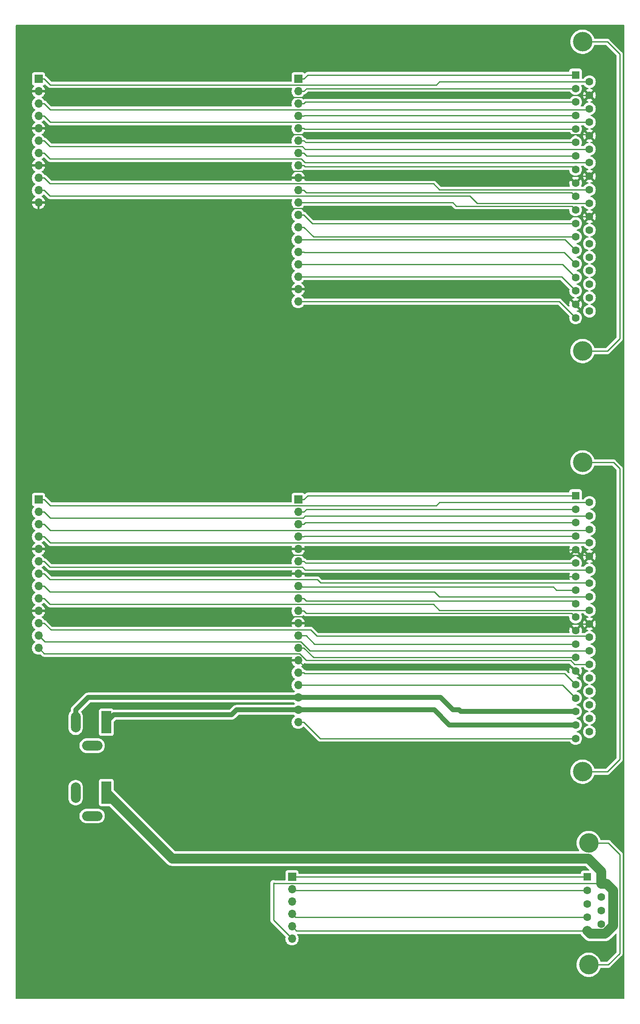
<source format=gbr>
%TF.GenerationSoftware,KiCad,Pcbnew,7.0.6-7.0.6~ubuntu20.04.1*%
%TF.CreationDate,2023-08-01T14:44:24+09:00*%
%TF.ProjectId,Veronte68BreakOut,5665726f-6e74-4653-9638-427265616b4f,V2.0*%
%TF.SameCoordinates,Original*%
%TF.FileFunction,Copper,L1,Top*%
%TF.FilePolarity,Positive*%
%FSLAX46Y46*%
G04 Gerber Fmt 4.6, Leading zero omitted, Abs format (unit mm)*
G04 Created by KiCad (PCBNEW 7.0.6-7.0.6~ubuntu20.04.1) date 2023-08-01 14:44:24*
%MOMM*%
%LPD*%
G01*
G04 APERTURE LIST*
%TA.AperFunction,ComponentPad*%
%ADD10R,1.700000X1.700000*%
%TD*%
%TA.AperFunction,ComponentPad*%
%ADD11O,1.700000X1.700000*%
%TD*%
%TA.AperFunction,ComponentPad*%
%ADD12C,4.000000*%
%TD*%
%TA.AperFunction,ComponentPad*%
%ADD13R,1.600000X1.600000*%
%TD*%
%TA.AperFunction,ComponentPad*%
%ADD14C,1.600000*%
%TD*%
%TA.AperFunction,ComponentPad*%
%ADD15R,2.000000X4.600000*%
%TD*%
%TA.AperFunction,ComponentPad*%
%ADD16O,2.000000X4.200000*%
%TD*%
%TA.AperFunction,ComponentPad*%
%ADD17O,4.200000X2.000000*%
%TD*%
%TA.AperFunction,Conductor*%
%ADD18C,0.250000*%
%TD*%
%TA.AperFunction,Conductor*%
%ADD19C,1.000000*%
%TD*%
%TA.AperFunction,Conductor*%
%ADD20C,2.000000*%
%TD*%
G04 APERTURE END LIST*
D10*
%TO.P,J6,1,Pin_1*%
%TO.N,Net-(J6-Pin_1)*%
X127000000Y-124460000D03*
D11*
%TO.P,J6,2,Pin_2*%
%TO.N,Net-(J6-Pin_2)*%
X127000000Y-127000000D03*
%TO.P,J6,3,Pin_3*%
%TO.N,Net-(J6-Pin_3)*%
X127000000Y-129540000D03*
%TO.P,J6,4,Pin_4*%
%TO.N,Net-(J6-Pin_4)*%
X127000000Y-132080000D03*
%TO.P,J6,5,Pin_5*%
%TO.N,GND*%
X127000000Y-134620000D03*
%TO.P,J6,6,Pin_6*%
%TO.N,Net-(J6-Pin_6)*%
X127000000Y-137160000D03*
%TO.P,J6,7,Pin_7*%
%TO.N,GND*%
X127000000Y-139700000D03*
%TO.P,J6,8,Pin_8*%
%TO.N,Net-(J6-Pin_8)*%
X127000000Y-142240000D03*
%TO.P,J6,9,Pin_9*%
%TO.N,Net-(J6-Pin_9)*%
X127000000Y-144780000D03*
%TO.P,J6,10,Pin_10*%
%TO.N,Net-(J6-Pin_10)*%
X127000000Y-147320000D03*
%TO.P,J6,11,Pin_11*%
%TO.N,GND*%
X127000000Y-149860000D03*
%TO.P,J6,12,Pin_12*%
%TO.N,Net-(J6-Pin_12)*%
X127000000Y-152400000D03*
%TO.P,J6,13,Pin_13*%
%TO.N,Net-(J6-Pin_13)*%
X127000000Y-154940000D03*
%TO.P,J6,14,Pin_14*%
%TO.N,GND*%
X127000000Y-157480000D03*
%TO.P,J6,15,Pin_15*%
%TO.N,Net-(J6-Pin_15)*%
X127000000Y-160020000D03*
%TO.P,J6,16,Pin_16*%
%TO.N,Net-(J6-Pin_16)*%
X127000000Y-162560000D03*
%TO.P,J6,17,Pin_17*%
%TO.N,Net-(J6-Pin_17)*%
X127000000Y-165100000D03*
%TO.P,J6,18,Pin_18*%
%TO.N,Net-(J6-Pin_18)*%
X127000000Y-167640000D03*
%TO.P,J6,19,Pin_19*%
%TO.N,Net-(J6-Pin_19)*%
X127000000Y-170180000D03*
%TD*%
D12*
%TO.P,J2,0,PAD*%
%TO.N,unconnected-(J2-PAD-Pad0)*%
X185420000Y-180340000D03*
X185420000Y-116840000D03*
D13*
%TO.P,J2,1,1*%
%TO.N,Net-(J6-Pin_1)*%
X184000000Y-123660000D03*
D14*
%TO.P,J2,2,2*%
%TO.N,Net-(J6-Pin_2)*%
X184000000Y-126430000D03*
%TO.P,J2,3,3*%
%TO.N,Net-(J6-Pin_3)*%
X184000000Y-129200000D03*
%TO.P,J2,4,4*%
%TO.N,Net-(J6-Pin_4)*%
X184000000Y-131970000D03*
%TO.P,J2,5,5*%
%TO.N,GND*%
X184000000Y-134740000D03*
%TO.P,J2,6,6*%
%TO.N,Net-(J6-Pin_6)*%
X184000000Y-137510000D03*
%TO.P,J2,7,7*%
%TO.N,GND*%
X184000000Y-140280000D03*
%TO.P,J2,8,8*%
%TO.N,Net-(J6-Pin_8)*%
X184000000Y-143050000D03*
%TO.P,J2,9,9*%
%TO.N,Net-(J6-Pin_9)*%
X184000000Y-145820000D03*
%TO.P,J2,10,10*%
%TO.N,Net-(J6-Pin_10)*%
X184000000Y-148590000D03*
%TO.P,J2,11,11*%
%TO.N,GND*%
X184000000Y-151360000D03*
%TO.P,J2,12,12*%
%TO.N,Net-(J6-Pin_12)*%
X184000000Y-154130000D03*
%TO.P,J2,13,13*%
%TO.N,Net-(J6-Pin_13)*%
X184000000Y-156900000D03*
%TO.P,J2,14,14*%
%TO.N,GND*%
X184000000Y-159670000D03*
%TO.P,J2,15,15*%
%TO.N,Net-(J6-Pin_15)*%
X184000000Y-162440000D03*
%TO.P,J2,16,16*%
%TO.N,Net-(J6-Pin_16)*%
X184000000Y-165210000D03*
%TO.P,J2,17,17*%
%TO.N,Net-(J6-Pin_17)*%
X184000000Y-167980000D03*
%TO.P,J2,18,18*%
%TO.N,Net-(J6-Pin_18)*%
X184000000Y-170750000D03*
%TO.P,J2,19,19*%
%TO.N,Net-(J6-Pin_19)*%
X184000000Y-173520000D03*
%TO.P,J2,20,20*%
%TO.N,Net-(J7-Pin_1)*%
X186840000Y-125045000D03*
%TO.P,J2,21,21*%
%TO.N,Net-(J7-Pin_2)*%
X186840000Y-127815000D03*
%TO.P,J2,22,22*%
%TO.N,Net-(J7-Pin_3)*%
X186840000Y-130585000D03*
%TO.P,J2,23,23*%
%TO.N,Net-(J7-Pin_4)*%
X186840000Y-133355000D03*
%TO.P,J2,24,24*%
%TO.N,GND*%
X186840000Y-136125000D03*
%TO.P,J2,25,25*%
%TO.N,Net-(J7-Pin_6)*%
X186840000Y-138895000D03*
%TO.P,J2,26,26*%
%TO.N,Net-(J7-Pin_7)*%
X186840000Y-141665000D03*
%TO.P,J2,27,27*%
%TO.N,Net-(J7-Pin_8)*%
X186840000Y-144435000D03*
%TO.P,J2,28,28*%
%TO.N,Net-(J7-Pin_9)*%
X186840000Y-147205000D03*
%TO.P,J2,29,29*%
%TO.N,GND*%
X186840000Y-149975000D03*
%TO.P,J2,30,30*%
%TO.N,Net-(J7-Pin_11)*%
X186840000Y-152745000D03*
%TO.P,J2,31,31*%
%TO.N,Net-(J7-Pin_12)*%
X186840000Y-155515000D03*
%TO.P,J2,32,32*%
%TO.N,Net-(J7-Pin_13)*%
X186840000Y-158285000D03*
%TO.P,J2,33,33*%
%TO.N,unconnected-(J2-Pad33)*%
X186840000Y-161055000D03*
%TO.P,J2,34,34*%
%TO.N,unconnected-(J2-Pad34)*%
X186840000Y-163825000D03*
%TO.P,J2,35,35*%
%TO.N,unconnected-(J2-Pad35)*%
X186840000Y-166595000D03*
%TO.P,J2,36,36*%
%TO.N,unconnected-(J2-Pad36)*%
X186840000Y-169365000D03*
%TO.P,J2,37,37*%
%TO.N,unconnected-(J2-Pad37)*%
X186840000Y-172135000D03*
%TD*%
D15*
%TO.P,J10,1*%
%TO.N,Net-(J8-Pin_5)*%
X87580000Y-184620000D03*
D16*
%TO.P,J10,2*%
%TO.N,Net-(J8-Pin_3)*%
X81280000Y-184620000D03*
D17*
%TO.P,J10,3*%
%TO.N,unconnected-(J10-Pad3)*%
X84680000Y-189420000D03*
%TD*%
D10*
%TO.P,J4,1,Pin_1*%
%TO.N,Net-(J4-Pin_1)*%
X127000000Y-38100000D03*
D11*
%TO.P,J4,2,Pin_2*%
%TO.N,Net-(J4-Pin_2)*%
X127000000Y-40640000D03*
%TO.P,J4,3,Pin_3*%
%TO.N,Net-(J4-Pin_3)*%
X127000000Y-43180000D03*
%TO.P,J4,4,Pin_4*%
%TO.N,Net-(J4-Pin_4)*%
X127000000Y-45720000D03*
%TO.P,J4,5,Pin_5*%
%TO.N,Net-(J4-Pin_5)*%
X127000000Y-48260000D03*
%TO.P,J4,6,Pin_6*%
%TO.N,Net-(J4-Pin_6)*%
X127000000Y-50800000D03*
%TO.P,J4,7,Pin_7*%
%TO.N,Net-(J4-Pin_7)*%
X127000000Y-53340000D03*
%TO.P,J4,8,Pin_8*%
%TO.N,Net-(J4-Pin_8)*%
X127000000Y-55880000D03*
%TO.P,J4,9,Pin_9*%
%TO.N,GND*%
X127000000Y-58420000D03*
%TO.P,J4,10,Pin_10*%
%TO.N,Net-(J4-Pin_10)*%
X127000000Y-60960000D03*
%TO.P,J4,11,Pin_11*%
%TO.N,Net-(J4-Pin_11)*%
X127000000Y-63500000D03*
%TO.P,J4,12,Pin_12*%
%TO.N,Net-(J4-Pin_12)*%
X127000000Y-66040000D03*
%TO.P,J4,13,Pin_13*%
%TO.N,Net-(J4-Pin_13)*%
X127000000Y-68580000D03*
%TO.P,J4,14,Pin_14*%
%TO.N,Net-(J4-Pin_14)*%
X127000000Y-71120000D03*
%TO.P,J4,15,Pin_15*%
%TO.N,Net-(J4-Pin_15)*%
X127000000Y-73660000D03*
%TO.P,J4,16,Pin_16*%
%TO.N,Net-(J4-Pin_16)*%
X127000000Y-76200000D03*
%TO.P,J4,17,Pin_17*%
%TO.N,Net-(J4-Pin_17)*%
X127000000Y-78740000D03*
%TO.P,J4,18,Pin_18*%
%TO.N,GND*%
X127000000Y-81280000D03*
%TO.P,J4,19,Pin_19*%
%TO.N,Net-(J4-Pin_19)*%
X127000000Y-83820000D03*
%TD*%
D12*
%TO.P,J1,0,PAD*%
%TO.N,unconnected-(J1-PAD-Pad0)*%
X185420000Y-93980000D03*
X185420000Y-30480000D03*
D13*
%TO.P,J1,1,1*%
%TO.N,Net-(J4-Pin_1)*%
X184000000Y-37300000D03*
D14*
%TO.P,J1,2,2*%
%TO.N,Net-(J4-Pin_2)*%
X184000000Y-40070000D03*
%TO.P,J1,3,3*%
%TO.N,Net-(J4-Pin_3)*%
X184000000Y-42840000D03*
%TO.P,J1,4,4*%
%TO.N,Net-(J4-Pin_4)*%
X184000000Y-45610000D03*
%TO.P,J1,5,5*%
%TO.N,Net-(J4-Pin_5)*%
X184000000Y-48380000D03*
%TO.P,J1,6,6*%
%TO.N,Net-(J4-Pin_6)*%
X184000000Y-51150000D03*
%TO.P,J1,7,7*%
%TO.N,Net-(J4-Pin_7)*%
X184000000Y-53920000D03*
%TO.P,J1,8,8*%
%TO.N,Net-(J4-Pin_8)*%
X184000000Y-56690000D03*
%TO.P,J1,9,9*%
%TO.N,GND*%
X184000000Y-59460000D03*
%TO.P,J1,10,10*%
%TO.N,Net-(J4-Pin_10)*%
X184000000Y-62230000D03*
%TO.P,J1,11,11*%
%TO.N,Net-(J4-Pin_11)*%
X184000000Y-65000000D03*
%TO.P,J1,12,12*%
%TO.N,Net-(J4-Pin_12)*%
X184000000Y-67770000D03*
%TO.P,J1,13,13*%
%TO.N,Net-(J4-Pin_13)*%
X184000000Y-70540000D03*
%TO.P,J1,14,14*%
%TO.N,Net-(J4-Pin_14)*%
X184000000Y-73310000D03*
%TO.P,J1,15,15*%
%TO.N,Net-(J4-Pin_15)*%
X184000000Y-76080000D03*
%TO.P,J1,16,16*%
%TO.N,Net-(J4-Pin_16)*%
X184000000Y-78850000D03*
%TO.P,J1,17,17*%
%TO.N,Net-(J4-Pin_17)*%
X184000000Y-81620000D03*
%TO.P,J1,18,18*%
%TO.N,GND*%
X184000000Y-84390000D03*
%TO.P,J1,19,19*%
%TO.N,Net-(J4-Pin_19)*%
X184000000Y-87160000D03*
%TO.P,J1,20,20*%
%TO.N,Net-(J5-Pin_1)*%
X186840000Y-38685000D03*
%TO.P,J1,21,21*%
%TO.N,GND*%
X186840000Y-41455000D03*
%TO.P,J1,22,22*%
%TO.N,Net-(J5-Pin_3)*%
X186840000Y-44225000D03*
%TO.P,J1,23,23*%
%TO.N,Net-(J5-Pin_4)*%
X186840000Y-46995000D03*
%TO.P,J1,24,24*%
%TO.N,GND*%
X186840000Y-49765000D03*
%TO.P,J1,25,25*%
%TO.N,Net-(J5-Pin_6)*%
X186840000Y-52535000D03*
%TO.P,J1,26,26*%
%TO.N,Net-(J5-Pin_7)*%
X186840000Y-55305000D03*
%TO.P,J1,27,27*%
%TO.N,GND*%
X186840000Y-58075000D03*
%TO.P,J1,28,28*%
%TO.N,Net-(J5-Pin_9)*%
X186840000Y-60845000D03*
%TO.P,J1,29,29*%
%TO.N,Net-(J5-Pin_10)*%
X186840000Y-63615000D03*
%TO.P,J1,30,30*%
%TO.N,GND*%
X186840000Y-66385000D03*
%TO.P,J1,31,31*%
%TO.N,unconnected-(J1-Pad31)*%
X186840000Y-69155000D03*
%TO.P,J1,32,32*%
%TO.N,unconnected-(J1-Pad32)*%
X186840000Y-71925000D03*
%TO.P,J1,33,33*%
%TO.N,unconnected-(J1-Pad33)*%
X186840000Y-74695000D03*
%TO.P,J1,34,34*%
%TO.N,unconnected-(J1-Pad34)*%
X186840000Y-77465000D03*
%TO.P,J1,35,35*%
%TO.N,unconnected-(J1-Pad35)*%
X186840000Y-80235000D03*
%TO.P,J1,36,36*%
%TO.N,unconnected-(J1-Pad36)*%
X186840000Y-83005000D03*
%TO.P,J1,37,37*%
%TO.N,unconnected-(J1-Pad37)*%
X186840000Y-85775000D03*
%TD*%
D10*
%TO.P,J7,1,Pin_1*%
%TO.N,Net-(J7-Pin_1)*%
X73660000Y-124460000D03*
D11*
%TO.P,J7,2,Pin_2*%
%TO.N,Net-(J7-Pin_2)*%
X73660000Y-127000000D03*
%TO.P,J7,3,Pin_3*%
%TO.N,Net-(J7-Pin_3)*%
X73660000Y-129540000D03*
%TO.P,J7,4,Pin_4*%
%TO.N,Net-(J7-Pin_4)*%
X73660000Y-132080000D03*
%TO.P,J7,5,Pin_5*%
%TO.N,GND*%
X73660000Y-134620000D03*
%TO.P,J7,6,Pin_6*%
%TO.N,Net-(J7-Pin_6)*%
X73660000Y-137160000D03*
%TO.P,J7,7,Pin_7*%
%TO.N,Net-(J7-Pin_7)*%
X73660000Y-139700000D03*
%TO.P,J7,8,Pin_8*%
%TO.N,Net-(J7-Pin_8)*%
X73660000Y-142240000D03*
%TO.P,J7,9,Pin_9*%
%TO.N,Net-(J7-Pin_9)*%
X73660000Y-144780000D03*
%TO.P,J7,10,Pin_10*%
%TO.N,GND*%
X73660000Y-147320000D03*
%TO.P,J7,11,Pin_11*%
%TO.N,Net-(J7-Pin_11)*%
X73660000Y-149860000D03*
%TO.P,J7,12,Pin_12*%
%TO.N,Net-(J7-Pin_12)*%
X73660000Y-152400000D03*
%TO.P,J7,13,Pin_13*%
%TO.N,Net-(J7-Pin_13)*%
X73660000Y-154940000D03*
%TD*%
D10*
%TO.P,J8,1,Pin_1*%
%TO.N,Net-(J8-Pin_1)*%
X125730000Y-201930000D03*
D11*
%TO.P,J8,2,Pin_2*%
%TO.N,Net-(J8-Pin_2)*%
X125730000Y-204470000D03*
%TO.P,J8,3,Pin_3*%
%TO.N,Net-(J8-Pin_3)*%
X125730000Y-207010000D03*
%TO.P,J8,4,Pin_4*%
X125730000Y-209550000D03*
%TO.P,J8,5,Pin_5*%
%TO.N,Net-(J8-Pin_5)*%
X125730000Y-212090000D03*
%TO.P,J8,6,Pin_6*%
X125730000Y-214630000D03*
%TD*%
D10*
%TO.P,J5,1,Pin_1*%
%TO.N,Net-(J5-Pin_1)*%
X73660000Y-38100000D03*
D11*
%TO.P,J5,2,Pin_2*%
%TO.N,GND*%
X73660000Y-40640000D03*
%TO.P,J5,3,Pin_3*%
%TO.N,Net-(J5-Pin_3)*%
X73660000Y-43180000D03*
%TO.P,J5,4,Pin_4*%
%TO.N,Net-(J5-Pin_4)*%
X73660000Y-45720000D03*
%TO.P,J5,5,Pin_5*%
%TO.N,GND*%
X73660000Y-48260000D03*
%TO.P,J5,6,Pin_6*%
%TO.N,Net-(J5-Pin_6)*%
X73660000Y-50800000D03*
%TO.P,J5,7,Pin_7*%
%TO.N,Net-(J5-Pin_7)*%
X73660000Y-53340000D03*
%TO.P,J5,8,Pin_8*%
%TO.N,GND*%
X73660000Y-55880000D03*
%TO.P,J5,9,Pin_9*%
%TO.N,Net-(J5-Pin_9)*%
X73660000Y-58420000D03*
%TO.P,J5,10,Pin_10*%
%TO.N,Net-(J5-Pin_10)*%
X73660000Y-60960000D03*
%TO.P,J5,11,Pin_11*%
%TO.N,GND*%
X73660000Y-63500000D03*
%TD*%
D12*
%TO.P,J3,0,PAD*%
%TO.N,unconnected-(J3-PAD-Pad0)*%
X186690000Y-219970000D03*
X186690000Y-194970000D03*
D13*
%TO.P,J3,1,1*%
%TO.N,Net-(J8-Pin_1)*%
X186390000Y-201930000D03*
D14*
%TO.P,J3,2,2*%
%TO.N,Net-(J8-Pin_2)*%
X186390000Y-204700000D03*
%TO.P,J3,3,3*%
%TO.N,Net-(J8-Pin_3)*%
X186390000Y-207470000D03*
%TO.P,J3,4,4*%
X186390000Y-210240000D03*
%TO.P,J3,5,5*%
%TO.N,Net-(J8-Pin_5)*%
X186390000Y-213010000D03*
%TO.P,J3,6,6*%
X189230000Y-203315000D03*
%TO.P,J3,7,7*%
%TO.N,unconnected-(J3-Pad7)*%
X189230000Y-206085000D03*
%TO.P,J3,8,8*%
%TO.N,unconnected-(J3-Pad8)*%
X189230000Y-208855000D03*
%TO.P,J3,9,9*%
%TO.N,unconnected-(J3-Pad9)*%
X189230000Y-211625000D03*
%TD*%
D15*
%TO.P,J11,1*%
%TO.N,Net-(J6-Pin_18)*%
X87580000Y-170180000D03*
D16*
%TO.P,J11,2*%
%TO.N,Net-(J6-Pin_17)*%
X81280000Y-170180000D03*
D17*
%TO.P,J11,3*%
%TO.N,unconnected-(J11-Pad3)*%
X84680000Y-174980000D03*
%TD*%
D18*
%TO.N,unconnected-(J1-PAD-Pad0)*%
X193040000Y-33020000D02*
X193040000Y-91440000D01*
X193040000Y-91440000D02*
X190500000Y-93980000D01*
X190500000Y-93980000D02*
X185420000Y-93980000D01*
X185420000Y-30480000D02*
X190500000Y-30480000D01*
X190500000Y-30480000D02*
X193040000Y-33020000D01*
%TO.N,Net-(J4-Pin_1)*%
X184000000Y-37300000D02*
X128976900Y-37300000D01*
X128976900Y-37300000D02*
X128176900Y-38100000D01*
X127000000Y-38100000D02*
X128176900Y-38100000D01*
%TO.N,Net-(J4-Pin_2)*%
X184000000Y-40070000D02*
X128746900Y-40070000D01*
X127000000Y-40640000D02*
X128176900Y-40640000D01*
X128746900Y-40070000D02*
X128176900Y-40640000D01*
%TO.N,Net-(J4-Pin_3)*%
X127000000Y-43180000D02*
X128176900Y-43180000D01*
X184000000Y-42840000D02*
X128516900Y-42840000D01*
X128516900Y-42840000D02*
X128176900Y-43180000D01*
%TO.N,Net-(J4-Pin_4)*%
X127000000Y-45720000D02*
X128176900Y-45720000D01*
X128286900Y-45610000D02*
X128176900Y-45720000D01*
X184000000Y-45610000D02*
X128286900Y-45610000D01*
%TO.N,Net-(J4-Pin_5)*%
X128296900Y-48380000D02*
X128176900Y-48260000D01*
X184000000Y-48380000D02*
X128296900Y-48380000D01*
X127000000Y-48260000D02*
X128176900Y-48260000D01*
%TO.N,Net-(J4-Pin_6)*%
X128526900Y-51150000D02*
X128176900Y-50800000D01*
X184000000Y-51150000D02*
X128526900Y-51150000D01*
X127000000Y-50800000D02*
X128176900Y-50800000D01*
%TO.N,Net-(J4-Pin_7)*%
X127000000Y-53340000D02*
X128176900Y-53340000D01*
X128756900Y-53920000D02*
X128176900Y-53340000D01*
X184000000Y-53920000D02*
X128756900Y-53920000D01*
%TO.N,Net-(J4-Pin_8)*%
X128176900Y-55880000D02*
X127000000Y-55880000D01*
X128430900Y-56134000D02*
X128176900Y-55880000D01*
X183444000Y-56134000D02*
X128430900Y-56134000D01*
X184000000Y-56690000D02*
X183444000Y-56134000D01*
%TO.N,Net-(J4-Pin_10)*%
X128664500Y-61447600D02*
X128176900Y-60960000D01*
X184000000Y-62230000D02*
X183217600Y-61447600D01*
X183217600Y-61447600D02*
X128664500Y-61447600D01*
X127000000Y-60960000D02*
X128176900Y-60960000D01*
%TO.N,Net-(J4-Pin_11)*%
X183226500Y-64226500D02*
X159476500Y-64226500D01*
X184000000Y-65000000D02*
X183226500Y-64226500D01*
X159476500Y-64226500D02*
X158750000Y-63500000D01*
X158750000Y-63500000D02*
X127000000Y-63500000D01*
%TO.N,Net-(J4-Pin_12)*%
X127000000Y-66040000D02*
X128176900Y-66040000D01*
X184000000Y-67770000D02*
X129906900Y-67770000D01*
X129906900Y-67770000D02*
X128176900Y-66040000D01*
%TO.N,Net-(J4-Pin_13)*%
X130136900Y-70540000D02*
X128176900Y-68580000D01*
X127000000Y-68580000D02*
X128176900Y-68580000D01*
X184000000Y-70540000D02*
X130136900Y-70540000D01*
%TO.N,Net-(J4-Pin_14)*%
X181810000Y-71120000D02*
X127000000Y-71120000D01*
X184000000Y-73310000D02*
X181810000Y-71120000D01*
%TO.N,Net-(J4-Pin_15)*%
X184000000Y-76080000D02*
X181681600Y-73761600D01*
X128278500Y-73761600D02*
X128176900Y-73660000D01*
X181681600Y-73761600D02*
X128278500Y-73761600D01*
X128176900Y-73660000D02*
X127000000Y-73660000D01*
%TO.N,Net-(J4-Pin_16)*%
X181350000Y-76200000D02*
X127000000Y-76200000D01*
X184000000Y-78850000D02*
X181350000Y-76200000D01*
%TO.N,Net-(J4-Pin_17)*%
X184000000Y-81620000D02*
X181120000Y-78740000D01*
X181120000Y-78740000D02*
X127000000Y-78740000D01*
%TO.N,Net-(J4-Pin_19)*%
X180660000Y-83820000D02*
X184000000Y-87160000D01*
X127000000Y-83820000D02*
X180660000Y-83820000D01*
%TO.N,Net-(J5-Pin_1)*%
X156033200Y-38685000D02*
X186840000Y-38685000D01*
X73660000Y-38100000D02*
X74836900Y-38100000D01*
X76045600Y-39308700D02*
X155409500Y-39308700D01*
X155409500Y-39308700D02*
X156033200Y-38685000D01*
X74836900Y-38100000D02*
X76045600Y-39308700D01*
%TO.N,Net-(J5-Pin_3)*%
X186671300Y-44393700D02*
X76050600Y-44393700D01*
X186840000Y-44225000D02*
X186671300Y-44393700D01*
X73660000Y-43180000D02*
X74836900Y-43180000D01*
X76050600Y-44393700D02*
X74836900Y-43180000D01*
%TO.N,Net-(J5-Pin_4)*%
X73660000Y-45720000D02*
X74836900Y-45720000D01*
X74836900Y-45720000D02*
X76111900Y-46995000D01*
X76111900Y-46995000D02*
X186840000Y-46995000D01*
%TO.N,Net-(J5-Pin_6)*%
X128435000Y-52535000D02*
X186840000Y-52535000D01*
X73660000Y-50800000D02*
X74836900Y-50800000D01*
X76013800Y-51976900D02*
X127876900Y-51976900D01*
X127876900Y-51976900D02*
X128435000Y-52535000D01*
X74836900Y-50800000D02*
X76013800Y-51976900D01*
%TO.N,Net-(J5-Pin_7)*%
X76015300Y-54518400D02*
X127648400Y-54518400D01*
X127648400Y-54518400D02*
X128435000Y-55305000D01*
X128435000Y-55305000D02*
X186840000Y-55305000D01*
X74836900Y-53340000D02*
X76015300Y-54518400D01*
X73660000Y-53340000D02*
X74836900Y-53340000D01*
%TO.N,Net-(J5-Pin_9)*%
X74836900Y-58420000D02*
X76015300Y-59598400D01*
X156022400Y-60845000D02*
X186840000Y-60845000D01*
X154775800Y-59598400D02*
X156022400Y-60845000D01*
X76015300Y-59598400D02*
X154775800Y-59598400D01*
X73660000Y-58420000D02*
X74836900Y-58420000D01*
%TO.N,Net-(J5-Pin_10)*%
X73660000Y-60960000D02*
X74836900Y-60960000D01*
X163780000Y-63615000D02*
X186840000Y-63615000D01*
X74836900Y-60960000D02*
X76013800Y-62136900D01*
X76013800Y-62136900D02*
X162301900Y-62136900D01*
X162301900Y-62136900D02*
X163780000Y-63615000D01*
%TO.N,unconnected-(J2-PAD-Pad0)*%
X193040000Y-118110000D02*
X193040000Y-177800000D01*
X191770000Y-116840000D02*
X193040000Y-118110000D01*
X193040000Y-177800000D02*
X190500000Y-180340000D01*
X190500000Y-180340000D02*
X185420000Y-180340000D01*
X185420000Y-116840000D02*
X191770000Y-116840000D01*
%TO.N,Net-(J6-Pin_1)*%
X127000000Y-124460000D02*
X128176900Y-124460000D01*
X184000000Y-123660000D02*
X128976900Y-123660000D01*
X128976900Y-123660000D02*
X128176900Y-124460000D01*
%TO.N,Net-(J6-Pin_2)*%
X127000000Y-127000000D02*
X128176900Y-127000000D01*
X128746900Y-126430000D02*
X128176900Y-127000000D01*
X184000000Y-126430000D02*
X128746900Y-126430000D01*
%TO.N,Net-(J6-Pin_3)*%
X127000000Y-129540000D02*
X128176900Y-129540000D01*
X184000000Y-129200000D02*
X128516900Y-129200000D01*
X128516900Y-129200000D02*
X128176900Y-129540000D01*
%TO.N,Net-(J6-Pin_4)*%
X128286900Y-131970000D02*
X128176900Y-132080000D01*
X127000000Y-132080000D02*
X128176900Y-132080000D01*
X184000000Y-131970000D02*
X128286900Y-131970000D01*
%TO.N,Net-(J6-Pin_6)*%
X127000000Y-137160000D02*
X128176900Y-137160000D01*
X184000000Y-137510000D02*
X128526900Y-137510000D01*
X128526900Y-137510000D02*
X128176900Y-137160000D01*
%TO.N,Net-(J6-Pin_8)*%
X180083200Y-143050000D02*
X179425600Y-142392400D01*
X184000000Y-143050000D02*
X180083200Y-143050000D01*
X179425600Y-142392400D02*
X127152400Y-142392400D01*
X127152400Y-142392400D02*
X127000000Y-142240000D01*
%TO.N,Net-(J6-Pin_9)*%
X183447600Y-145267600D02*
X128664500Y-145267600D01*
X127000000Y-144780000D02*
X128176900Y-144780000D01*
X184000000Y-145820000D02*
X183447600Y-145267600D01*
X128664500Y-145267600D02*
X128176900Y-144780000D01*
%TO.N,Net-(J6-Pin_10)*%
X183217600Y-147807600D02*
X128664500Y-147807600D01*
X127000000Y-147320000D02*
X128176900Y-147320000D01*
X128664500Y-147807600D02*
X128176900Y-147320000D01*
X184000000Y-148590000D02*
X183217600Y-147807600D01*
%TO.N,Net-(J6-Pin_12)*%
X130355600Y-154130000D02*
X128625600Y-152400000D01*
X184000000Y-154130000D02*
X130355600Y-154130000D01*
X128625600Y-152400000D02*
X127000000Y-152400000D01*
%TO.N,Net-(J6-Pin_13)*%
X184000000Y-156900000D02*
X130136900Y-156900000D01*
X130136900Y-156900000D02*
X128176900Y-154940000D01*
X127000000Y-154940000D02*
X128176900Y-154940000D01*
%TO.N,Net-(J6-Pin_15)*%
X184000000Y-162440000D02*
X181732400Y-160172400D01*
X128176900Y-160020000D02*
X127000000Y-160020000D01*
X128329300Y-160172400D02*
X128176900Y-160020000D01*
X181732400Y-160172400D02*
X128329300Y-160172400D01*
%TO.N,Net-(J6-Pin_16)*%
X184000000Y-165210000D02*
X181350000Y-162560000D01*
X181350000Y-162560000D02*
X127000000Y-162560000D01*
D19*
%TO.N,Net-(J6-Pin_17)*%
X156210000Y-165100000D02*
X158750000Y-167640000D01*
X127000000Y-165100000D02*
X156210000Y-165100000D01*
X158750000Y-167640000D02*
X160020000Y-167640000D01*
X127000000Y-165100000D02*
X83820000Y-165100000D01*
X81280000Y-167640000D02*
X81280000Y-170180000D01*
X160020000Y-167640000D02*
X160360000Y-167980000D01*
X160360000Y-167980000D02*
X184000000Y-167980000D01*
X83820000Y-165100000D02*
X81280000Y-167640000D01*
%TO.N,Net-(J6-Pin_18)*%
X89130000Y-168630000D02*
X113310000Y-168630000D01*
X113310000Y-168630000D02*
X114300000Y-167640000D01*
X114300000Y-167640000D02*
X127000000Y-167640000D01*
X184000000Y-170750000D02*
X158050000Y-170750000D01*
X158050000Y-170750000D02*
X154940000Y-167640000D01*
X87580000Y-170180000D02*
X89130000Y-168630000D01*
X154940000Y-167640000D02*
X127000000Y-167640000D01*
D18*
%TO.N,Net-(J6-Pin_19)*%
X131516900Y-173520000D02*
X128176900Y-170180000D01*
X184000000Y-173520000D02*
X131516900Y-173520000D01*
X127000000Y-170180000D02*
X128176900Y-170180000D01*
%TO.N,Net-(J7-Pin_1)*%
X74836900Y-124460000D02*
X76045600Y-125668700D01*
X156033200Y-125045000D02*
X186840000Y-125045000D01*
X76045600Y-125668700D02*
X155409500Y-125668700D01*
X73660000Y-124460000D02*
X74836900Y-124460000D01*
X155409500Y-125668700D02*
X156033200Y-125045000D01*
%TO.N,Net-(J7-Pin_2)*%
X76050000Y-128213100D02*
X128036900Y-128213100D01*
X128036900Y-128213100D02*
X128435000Y-127815000D01*
X128435000Y-127815000D02*
X186840000Y-127815000D01*
X73660000Y-127000000D02*
X74836900Y-127000000D01*
X74836900Y-127000000D02*
X76050000Y-128213100D01*
%TO.N,Net-(J7-Pin_4)*%
X76111900Y-133355000D02*
X186840000Y-133355000D01*
X73660000Y-132080000D02*
X74836900Y-132080000D01*
X74836900Y-132080000D02*
X76111900Y-133355000D01*
%TO.N,Net-(J7-Pin_6)*%
X73660000Y-137160000D02*
X74836900Y-137160000D01*
X127876900Y-138336900D02*
X128435000Y-138895000D01*
X74836900Y-137160000D02*
X76013800Y-138336900D01*
X128435000Y-138895000D02*
X186840000Y-138895000D01*
X76013800Y-138336900D02*
X127876900Y-138336900D01*
%TO.N,Net-(J7-Pin_7)*%
X74836900Y-139700000D02*
X76015300Y-140878400D01*
X73660000Y-139700000D02*
X74836900Y-139700000D01*
X130921600Y-140878400D02*
X131622800Y-141579600D01*
X186754600Y-141579600D02*
X186840000Y-141665000D01*
X76015300Y-140878400D02*
X130921600Y-140878400D01*
X131622800Y-141579600D02*
X186754600Y-141579600D01*
%TO.N,Net-(J7-Pin_8)*%
X155993700Y-144435000D02*
X186840000Y-144435000D01*
X76013800Y-143416900D02*
X154975600Y-143416900D01*
X73660000Y-142240000D02*
X74836900Y-142240000D01*
X74836900Y-142240000D02*
X76013800Y-143416900D01*
X154975600Y-143416900D02*
X155993700Y-144435000D01*
%TO.N,Net-(J7-Pin_9)*%
X154775800Y-145958400D02*
X156022400Y-147205000D01*
X156022400Y-147205000D02*
X186840000Y-147205000D01*
X76015300Y-145958400D02*
X154775800Y-145958400D01*
X73660000Y-144780000D02*
X74836900Y-144780000D01*
X74836900Y-144780000D02*
X76015300Y-145958400D01*
%TO.N,Net-(J7-Pin_11)*%
X186596600Y-152501600D02*
X130860800Y-152501600D01*
X130860800Y-152501600D02*
X129584200Y-151225000D01*
X129584200Y-151225000D02*
X76201900Y-151225000D01*
X186840000Y-152745000D02*
X186596600Y-152501600D01*
X74836900Y-149860000D02*
X73660000Y-149860000D01*
X76201900Y-151225000D02*
X74836900Y-149860000D01*
%TO.N,Net-(J7-Pin_12)*%
X127543296Y-153670000D02*
X74930000Y-153670000D01*
X74930000Y-153670000D02*
X73660000Y-152400000D01*
X186840000Y-155515000D02*
X129388296Y-155515000D01*
X129388296Y-155515000D02*
X127543296Y-153670000D01*
%TO.N,Net-(J7-Pin_13)*%
X128661701Y-157480000D02*
X127296701Y-156115000D01*
X74835000Y-156115000D02*
X73660000Y-154940000D01*
X183794009Y-158285000D02*
X182989009Y-157480000D01*
X186840000Y-158285000D02*
X183794009Y-158285000D01*
X182989009Y-157480000D02*
X128661701Y-157480000D01*
X127296701Y-156115000D02*
X74835000Y-156115000D01*
%TO.N,unconnected-(J3-PAD-Pad0)*%
X193040000Y-197320000D02*
X193040000Y-217640000D01*
X193040000Y-217640000D02*
X190710000Y-219970000D01*
X186690000Y-194970000D02*
X190690000Y-194970000D01*
X190690000Y-194970000D02*
X193040000Y-197320000D01*
X190710000Y-219970000D02*
X186690000Y-219970000D01*
%TO.N,Net-(J8-Pin_1)*%
X186390000Y-201930000D02*
X125730000Y-201930000D01*
%TO.N,Net-(J8-Pin_2)*%
X125960000Y-204700000D02*
X125730000Y-204470000D01*
X186390000Y-204700000D02*
X125960000Y-204700000D01*
%TO.N,Net-(J8-Pin_3)*%
X126420000Y-210240000D02*
X125730000Y-209550000D01*
X186390000Y-210240000D02*
X126420000Y-210240000D01*
D20*
%TO.N,Net-(J8-Pin_5)*%
X187005000Y-213625000D02*
X186390000Y-213010000D01*
X189230000Y-203315000D02*
X190361370Y-203315000D01*
X190058428Y-213625000D02*
X187005000Y-213625000D01*
D18*
X121920000Y-210820000D02*
X125730000Y-214630000D01*
X186390000Y-213010000D02*
X126650000Y-213010000D01*
X122015000Y-203295000D02*
X121920000Y-203200000D01*
X189230000Y-203315000D02*
X189210000Y-203295000D01*
X126650000Y-213010000D02*
X125730000Y-212090000D01*
D20*
X191715000Y-211968428D02*
X190058428Y-213625000D01*
D18*
X189210000Y-203295000D02*
X122015000Y-203295000D01*
D20*
X189230000Y-200770000D02*
X186630000Y-198170000D01*
X189230000Y-203315000D02*
X189230000Y-200770000D01*
X191715000Y-204668630D02*
X191715000Y-211968428D01*
X101130000Y-198170000D02*
X87580000Y-184620000D01*
X190361370Y-203315000D02*
X191715000Y-204668630D01*
D18*
X121920000Y-203200000D02*
X121920000Y-210820000D01*
D20*
X101130000Y-198170000D02*
X186630000Y-198170000D01*
D18*
%TO.N,GND*%
X73660000Y-55880000D02*
X74836900Y-55880000D01*
%TO.N,Net-(J7-Pin_3)*%
X76050600Y-130753700D02*
X74836900Y-129540000D01*
%TO.N,GND*%
X128435000Y-41455000D02*
X186840000Y-41455000D01*
X127000000Y-134620000D02*
X128176900Y-134620000D01*
%TO.N,Net-(J7-Pin_3)*%
X186671300Y-130753700D02*
X76050600Y-130753700D01*
%TO.N,GND*%
X74836900Y-55880000D02*
X76013800Y-57056900D01*
X180890000Y-81280000D02*
X184000000Y-84390000D01*
%TO.N,Net-(J7-Pin_3)*%
X73660000Y-129540000D02*
X74836900Y-129540000D01*
%TO.N,GND*%
X76013800Y-57056900D02*
X154975600Y-57056900D01*
X184000000Y-134740000D02*
X128296900Y-134740000D01*
X76106900Y-49530000D02*
X74836900Y-48260000D01*
X183226500Y-150586500D02*
X132044500Y-150586500D01*
X163780000Y-149975000D02*
X186840000Y-149975000D01*
X131318000Y-149860000D02*
X127000000Y-149860000D01*
X127000000Y-58420000D02*
X128176900Y-58420000D01*
X74836900Y-63500000D02*
X76015300Y-64678400D01*
X127000000Y-81280000D02*
X180890000Y-81280000D01*
X73660000Y-63500000D02*
X74836900Y-63500000D01*
X73660000Y-134620000D02*
X74836900Y-134620000D01*
X127965200Y-158445200D02*
X127000000Y-157480000D01*
X157660400Y-64678400D02*
X159367000Y-66385000D01*
X74836900Y-147320000D02*
X76013800Y-148496900D01*
X186840000Y-49765000D02*
X186605000Y-49530000D01*
X132044500Y-150586500D02*
X131318000Y-149860000D01*
X128296900Y-134740000D02*
X128176900Y-134620000D01*
X154975600Y-57056900D02*
X155993700Y-58075000D01*
X76106900Y-135890000D02*
X74836900Y-134620000D01*
X186605000Y-135890000D02*
X76106900Y-135890000D01*
X74836900Y-40640000D02*
X76050000Y-41853100D01*
X73660000Y-40640000D02*
X74836900Y-40640000D01*
X128664500Y-58907600D02*
X128176900Y-58420000D01*
X73660000Y-147320000D02*
X74836900Y-147320000D01*
X155993700Y-58075000D02*
X186840000Y-58075000D01*
X73660000Y-48260000D02*
X74836900Y-48260000D01*
X186605000Y-49530000D02*
X76106900Y-49530000D01*
X184000000Y-140280000D02*
X133015600Y-140280000D01*
X128036900Y-41853100D02*
X128435000Y-41455000D01*
%TO.N,Net-(J7-Pin_3)*%
X186840000Y-130585000D02*
X186671300Y-130753700D01*
%TO.N,GND*%
X184000000Y-151360000D02*
X183226500Y-150586500D01*
X182775200Y-158445200D02*
X127965200Y-158445200D01*
X76050000Y-41853100D02*
X128036900Y-41853100D01*
X183447600Y-58907600D02*
X128664500Y-58907600D01*
X133015600Y-140280000D02*
X132435600Y-139700000D01*
X186840000Y-136125000D02*
X186605000Y-135890000D01*
X159367000Y-66385000D02*
X186840000Y-66385000D01*
X184000000Y-59460000D02*
X183447600Y-58907600D01*
X132435600Y-139700000D02*
X127000000Y-139700000D01*
X76013800Y-148496900D02*
X162301900Y-148496900D01*
X184000000Y-159670000D02*
X182775200Y-158445200D01*
X76015300Y-64678400D02*
X157660400Y-64678400D01*
X162301900Y-148496900D02*
X163780000Y-149975000D01*
%TD*%
%TA.AperFunction,Conductor*%
%TO.N,GND*%
G36*
X128364678Y-158033021D02*
G01*
X128375837Y-158037850D01*
X128383541Y-158041184D01*
X128388774Y-158043747D01*
X128429609Y-158066197D01*
X128449013Y-158071179D01*
X128467411Y-158077478D01*
X128485806Y-158085438D01*
X128531830Y-158092726D01*
X128537533Y-158093907D01*
X128582682Y-158105500D01*
X128602717Y-158105500D01*
X128622114Y-158107026D01*
X128641897Y-158110160D01*
X128688284Y-158105775D01*
X128694123Y-158105500D01*
X182678557Y-158105500D01*
X182745596Y-158125185D01*
X182766238Y-158141819D01*
X183293206Y-158668788D01*
X183303031Y-158681051D01*
X183303252Y-158680869D01*
X183308223Y-158686878D01*
X183325068Y-158702696D01*
X183358644Y-158734226D01*
X183379538Y-158755120D01*
X183385020Y-158759373D01*
X183389452Y-158763157D01*
X183423427Y-158795062D01*
X183440985Y-158804714D01*
X183457242Y-158815393D01*
X183473073Y-158827673D01*
X183515856Y-158846187D01*
X183521069Y-158848741D01*
X183530541Y-158853948D01*
X183558480Y-158874926D01*
X183867466Y-159183913D01*
X183857685Y-159185320D01*
X183726900Y-159245048D01*
X183618239Y-159339202D01*
X183540507Y-159460156D01*
X183516923Y-159540476D01*
X182920973Y-158944526D01*
X182869868Y-159017513D01*
X182773734Y-159223673D01*
X182773730Y-159223682D01*
X182714860Y-159443389D01*
X182714858Y-159443400D01*
X182695034Y-159669997D01*
X182695034Y-159670002D01*
X182714858Y-159896599D01*
X182714860Y-159896610D01*
X182731854Y-159960033D01*
X182730191Y-160029883D01*
X182691028Y-160087745D01*
X182626799Y-160115249D01*
X182557897Y-160103662D01*
X182524398Y-160079807D01*
X182233203Y-159788612D01*
X182223380Y-159776350D01*
X182223159Y-159776534D01*
X182218186Y-159770523D01*
X182216953Y-159769365D01*
X182167764Y-159723173D01*
X182157319Y-159712728D01*
X182146875Y-159702283D01*
X182141386Y-159698025D01*
X182136961Y-159694247D01*
X182102982Y-159662338D01*
X182102980Y-159662336D01*
X182102977Y-159662335D01*
X182085429Y-159652688D01*
X182069163Y-159642004D01*
X182053333Y-159629725D01*
X182010568Y-159611218D01*
X182005322Y-159608648D01*
X181964493Y-159586203D01*
X181964492Y-159586202D01*
X181945093Y-159581222D01*
X181926681Y-159574918D01*
X181908298Y-159566962D01*
X181908292Y-159566960D01*
X181862274Y-159559672D01*
X181856552Y-159558487D01*
X181811421Y-159546900D01*
X181811419Y-159546900D01*
X181791384Y-159546900D01*
X181771986Y-159545373D01*
X181762281Y-159543836D01*
X181752205Y-159542240D01*
X181752204Y-159542240D01*
X181705816Y-159546625D01*
X181699978Y-159546900D01*
X128635938Y-159546900D01*
X128568899Y-159527215D01*
X128551053Y-159513291D01*
X128547484Y-159509940D01*
X128547482Y-159509938D01*
X128529930Y-159500288D01*
X128513663Y-159489604D01*
X128497833Y-159477325D01*
X128455068Y-159458818D01*
X128449822Y-159456248D01*
X128408993Y-159433803D01*
X128408992Y-159433802D01*
X128389593Y-159428822D01*
X128371181Y-159422518D01*
X128352798Y-159414562D01*
X128352792Y-159414560D01*
X128306774Y-159407272D01*
X128301052Y-159406087D01*
X128248363Y-159392560D01*
X128249025Y-159389981D01*
X128196754Y-159367182D01*
X128174767Y-159343217D01*
X128174033Y-159342169D01*
X128105494Y-159244284D01*
X128038494Y-159148597D01*
X127871402Y-158981506D01*
X127871401Y-158981505D01*
X127703844Y-158864180D01*
X127685405Y-158851269D01*
X127641781Y-158796692D01*
X127634588Y-158727193D01*
X127666110Y-158664839D01*
X127685405Y-158648119D01*
X127871082Y-158518105D01*
X128038105Y-158351082D01*
X128173599Y-158157578D01*
X128203050Y-158094420D01*
X128249222Y-158041980D01*
X128316415Y-158022827D01*
X128364678Y-158033021D01*
G37*
%TD.AperFunction*%
%TA.AperFunction,Conductor*%
G36*
X128143125Y-148189285D02*
G01*
X128184675Y-148215075D01*
X128229151Y-148256841D01*
X128250030Y-148277720D01*
X128255504Y-148281966D01*
X128259942Y-148285756D01*
X128293918Y-148317662D01*
X128293922Y-148317664D01*
X128311473Y-148327313D01*
X128327731Y-148337992D01*
X128343564Y-148350274D01*
X128362558Y-148358493D01*
X128386337Y-148368783D01*
X128391581Y-148371352D01*
X128432408Y-148393797D01*
X128451812Y-148398779D01*
X128470210Y-148405078D01*
X128488605Y-148413038D01*
X128534629Y-148420326D01*
X128540332Y-148421507D01*
X128585481Y-148433100D01*
X128605516Y-148433100D01*
X128624913Y-148434626D01*
X128644696Y-148437760D01*
X128691083Y-148433375D01*
X128696922Y-148433100D01*
X182572937Y-148433100D01*
X182639976Y-148452785D01*
X182685731Y-148505589D01*
X182696464Y-148567907D01*
X182694532Y-148589998D01*
X182694532Y-148590000D01*
X182694532Y-148590001D01*
X182714364Y-148816686D01*
X182714366Y-148816697D01*
X182773258Y-149036488D01*
X182773261Y-149036497D01*
X182869431Y-149242732D01*
X182869432Y-149242734D01*
X182999954Y-149429141D01*
X183160858Y-149590045D01*
X183160861Y-149590047D01*
X183347266Y-149720568D01*
X183553504Y-149816739D01*
X183698102Y-149855483D01*
X183757761Y-149891848D01*
X183788291Y-149954694D01*
X183779997Y-150024070D01*
X183735512Y-150077948D01*
X183698102Y-150095033D01*
X183553680Y-150133731D01*
X183553673Y-150133734D01*
X183347513Y-150229868D01*
X183274527Y-150280972D01*
X183274526Y-150280973D01*
X183867467Y-150873913D01*
X183857685Y-150875320D01*
X183726900Y-150935048D01*
X183618239Y-151029202D01*
X183540507Y-151150156D01*
X183516922Y-151230476D01*
X182920973Y-150634527D01*
X182869868Y-150707513D01*
X182773734Y-150913673D01*
X182773730Y-150913682D01*
X182714860Y-151133389D01*
X182714858Y-151133400D01*
X182695034Y-151359997D01*
X182695034Y-151360002D01*
X182714858Y-151586599D01*
X182714859Y-151586607D01*
X182750604Y-151720006D01*
X182748941Y-151789856D01*
X182709779Y-151847719D01*
X182645550Y-151875223D01*
X182630829Y-151876100D01*
X131171252Y-151876100D01*
X131104213Y-151856415D01*
X131083571Y-151839781D01*
X130085003Y-150841212D01*
X130075180Y-150828950D01*
X130074959Y-150829134D01*
X130069986Y-150823123D01*
X130069985Y-150823123D01*
X130019564Y-150775773D01*
X130009119Y-150765328D01*
X129998675Y-150754883D01*
X129993186Y-150750625D01*
X129988761Y-150746847D01*
X129954782Y-150714938D01*
X129954780Y-150714936D01*
X129954777Y-150714935D01*
X129937229Y-150705288D01*
X129920963Y-150694604D01*
X129905133Y-150682325D01*
X129862368Y-150663818D01*
X129857122Y-150661248D01*
X129816293Y-150638803D01*
X129816292Y-150638802D01*
X129796893Y-150633822D01*
X129778481Y-150627518D01*
X129760098Y-150619562D01*
X129760092Y-150619560D01*
X129714074Y-150612272D01*
X129708352Y-150611087D01*
X129663221Y-150599500D01*
X129663219Y-150599500D01*
X129643184Y-150599500D01*
X129623786Y-150597973D01*
X129616362Y-150596797D01*
X129604005Y-150594840D01*
X129604004Y-150594840D01*
X129557616Y-150599225D01*
X129551778Y-150599500D01*
X128339367Y-150599500D01*
X128272328Y-150579815D01*
X128226573Y-150527011D01*
X128216629Y-150457853D01*
X128226985Y-150423096D01*
X128273428Y-150323497D01*
X128273432Y-150323486D01*
X128330636Y-150110000D01*
X127433686Y-150110000D01*
X127459493Y-150069844D01*
X127500000Y-149931889D01*
X127500000Y-149788111D01*
X127459493Y-149650156D01*
X127433686Y-149610000D01*
X128330636Y-149610000D01*
X128330635Y-149609999D01*
X128273432Y-149396513D01*
X128273429Y-149396507D01*
X128173600Y-149182422D01*
X128173599Y-149182420D01*
X128038113Y-148988926D01*
X128038108Y-148988920D01*
X127871078Y-148821890D01*
X127685405Y-148691879D01*
X127641780Y-148637302D01*
X127634588Y-148567804D01*
X127666110Y-148505449D01*
X127685406Y-148488730D01*
X127687067Y-148487567D01*
X127871401Y-148358495D01*
X128012110Y-148217785D01*
X128073433Y-148184301D01*
X128143125Y-148189285D01*
G37*
%TD.AperFunction*%
%TA.AperFunction,Conductor*%
G36*
X185692851Y-147850185D02*
G01*
X185727387Y-147883377D01*
X185839954Y-148044141D01*
X186000858Y-148205045D01*
X186019054Y-148217786D01*
X186187266Y-148335568D01*
X186393504Y-148431739D01*
X186393509Y-148431740D01*
X186393511Y-148431741D01*
X186404282Y-148434627D01*
X186538102Y-148470483D01*
X186597761Y-148506848D01*
X186628291Y-148569694D01*
X186619997Y-148639070D01*
X186575512Y-148692948D01*
X186538102Y-148710033D01*
X186393680Y-148748731D01*
X186393673Y-148748734D01*
X186187513Y-148844868D01*
X186114527Y-148895972D01*
X186114526Y-148895973D01*
X186707467Y-149488913D01*
X186697685Y-149490320D01*
X186566900Y-149550048D01*
X186458239Y-149644202D01*
X186380507Y-149765156D01*
X186356923Y-149845476D01*
X185760973Y-149249526D01*
X185760972Y-149249527D01*
X185709868Y-149322513D01*
X185613734Y-149528673D01*
X185613730Y-149528682D01*
X185554860Y-149748389D01*
X185554858Y-149748400D01*
X185535034Y-149974997D01*
X185535034Y-149975002D01*
X185554858Y-150201599D01*
X185554860Y-150201610D01*
X185613730Y-150421317D01*
X185613734Y-150421326D01*
X185709865Y-150627481D01*
X185709866Y-150627483D01*
X185760973Y-150700471D01*
X185760974Y-150700472D01*
X186356922Y-150104523D01*
X186380507Y-150184844D01*
X186458239Y-150305798D01*
X186566900Y-150399952D01*
X186697685Y-150459680D01*
X186707466Y-150461086D01*
X186114526Y-151054025D01*
X186114526Y-151054026D01*
X186187512Y-151105131D01*
X186187516Y-151105133D01*
X186393673Y-151201265D01*
X186393682Y-151201269D01*
X186538101Y-151239966D01*
X186597762Y-151276331D01*
X186628291Y-151339178D01*
X186619996Y-151408553D01*
X186575511Y-151462431D01*
X186538102Y-151479516D01*
X186393508Y-151518259D01*
X186393502Y-151518261D01*
X186187267Y-151614431D01*
X186187265Y-151614432D01*
X186000862Y-151744951D01*
X185960862Y-151784952D01*
X185906031Y-151839782D01*
X185844711Y-151873266D01*
X185818352Y-151876100D01*
X185369171Y-151876100D01*
X185302132Y-151856415D01*
X185256377Y-151803611D01*
X185246433Y-151734453D01*
X185249396Y-151720006D01*
X185285140Y-151586607D01*
X185285141Y-151586599D01*
X185304966Y-151360002D01*
X185304966Y-151359997D01*
X185285141Y-151133400D01*
X185285139Y-151133389D01*
X185226269Y-150913682D01*
X185226265Y-150913673D01*
X185130133Y-150707516D01*
X185130131Y-150707512D01*
X185079025Y-150634526D01*
X184483076Y-151230474D01*
X184459493Y-151150156D01*
X184381761Y-151029202D01*
X184273100Y-150935048D01*
X184142315Y-150875320D01*
X184132533Y-150873913D01*
X184725472Y-150280974D01*
X184725471Y-150280973D01*
X184652483Y-150229866D01*
X184652481Y-150229865D01*
X184446326Y-150133734D01*
X184446319Y-150133731D01*
X184301897Y-150095033D01*
X184242237Y-150058668D01*
X184211708Y-149995821D01*
X184220003Y-149926445D01*
X184264488Y-149872567D01*
X184301894Y-149855484D01*
X184446496Y-149816739D01*
X184652734Y-149720568D01*
X184839139Y-149590047D01*
X185000047Y-149429139D01*
X185130568Y-149242734D01*
X185226739Y-149036496D01*
X185285635Y-148816692D01*
X185305468Y-148590000D01*
X185303691Y-148569694D01*
X185296608Y-148488730D01*
X185285635Y-148363308D01*
X185226739Y-148143504D01*
X185163040Y-148006903D01*
X185152549Y-147937828D01*
X185181068Y-147874044D01*
X185239545Y-147835804D01*
X185275423Y-147830500D01*
X185625812Y-147830500D01*
X185692851Y-147850185D01*
G37*
%TD.AperFunction*%
%TA.AperFunction,Conductor*%
G36*
X74804437Y-145647973D02*
G01*
X74848783Y-145676473D01*
X75200113Y-146027804D01*
X75514497Y-146342188D01*
X75524322Y-146354451D01*
X75524543Y-146354269D01*
X75529514Y-146360278D01*
X75555517Y-146384695D01*
X75579935Y-146407626D01*
X75600829Y-146428520D01*
X75606311Y-146432773D01*
X75610743Y-146436557D01*
X75644718Y-146468462D01*
X75662276Y-146478114D01*
X75678535Y-146488795D01*
X75694364Y-146501073D01*
X75737138Y-146519582D01*
X75742356Y-146522138D01*
X75783208Y-146544597D01*
X75802616Y-146549580D01*
X75821017Y-146555880D01*
X75839404Y-146563837D01*
X75879882Y-146570248D01*
X75885419Y-146571125D01*
X75891139Y-146572309D01*
X75936281Y-146583900D01*
X75956316Y-146583900D01*
X75975714Y-146585426D01*
X75995494Y-146588559D01*
X75995495Y-146588560D01*
X75995495Y-146588559D01*
X75995496Y-146588560D01*
X76041883Y-146584175D01*
X76047722Y-146583900D01*
X125658496Y-146583900D01*
X125725535Y-146603585D01*
X125771290Y-146656389D01*
X125781234Y-146725547D01*
X125770878Y-146760305D01*
X125726097Y-146856335D01*
X125726094Y-146856344D01*
X125664938Y-147084586D01*
X125664936Y-147084596D01*
X125644341Y-147319999D01*
X125644341Y-147320000D01*
X125664936Y-147555403D01*
X125664938Y-147555413D01*
X125726094Y-147783655D01*
X125726096Y-147783659D01*
X125726097Y-147783663D01*
X125797986Y-147937828D01*
X125825965Y-147997830D01*
X125825967Y-147997834D01*
X125858392Y-148044141D01*
X125960023Y-148189285D01*
X125961501Y-148191395D01*
X125961506Y-148191402D01*
X126128597Y-148358493D01*
X126128603Y-148358498D01*
X126179015Y-148393797D01*
X126288534Y-148470483D01*
X126314594Y-148488730D01*
X126358219Y-148543307D01*
X126365413Y-148612805D01*
X126333890Y-148675160D01*
X126314595Y-148691880D01*
X126128922Y-148821890D01*
X126128920Y-148821891D01*
X125961891Y-148988920D01*
X125961886Y-148988926D01*
X125826400Y-149182420D01*
X125826399Y-149182422D01*
X125726570Y-149396507D01*
X125726567Y-149396513D01*
X125669364Y-149609999D01*
X125669364Y-149610000D01*
X126566314Y-149610000D01*
X126540507Y-149650156D01*
X126500000Y-149788111D01*
X126500000Y-149931889D01*
X126540507Y-150069844D01*
X126566314Y-150110000D01*
X125669364Y-150110000D01*
X125726567Y-150323486D01*
X125726571Y-150323497D01*
X125773015Y-150423096D01*
X125783507Y-150492173D01*
X125754987Y-150555957D01*
X125696510Y-150594196D01*
X125660633Y-150599500D01*
X76512353Y-150599500D01*
X76445314Y-150579815D01*
X76424672Y-150563181D01*
X75337703Y-149476212D01*
X75327880Y-149463950D01*
X75327659Y-149464134D01*
X75322686Y-149458123D01*
X75322685Y-149458122D01*
X75272264Y-149410773D01*
X75257826Y-149396335D01*
X75251375Y-149389883D01*
X75245886Y-149385625D01*
X75241461Y-149381847D01*
X75207482Y-149349938D01*
X75207480Y-149349936D01*
X75207477Y-149349935D01*
X75189929Y-149340288D01*
X75173663Y-149329604D01*
X75157836Y-149317327D01*
X75157835Y-149317326D01*
X75157833Y-149317325D01*
X75115068Y-149298818D01*
X75109822Y-149296248D01*
X75068993Y-149273803D01*
X75068992Y-149273802D01*
X75049593Y-149268822D01*
X75031181Y-149262518D01*
X75012798Y-149254562D01*
X75012792Y-149254560D01*
X74966774Y-149247272D01*
X74961052Y-149246087D01*
X74908363Y-149232560D01*
X74909025Y-149229981D01*
X74856754Y-149207182D01*
X74834767Y-149183217D01*
X74834033Y-149182169D01*
X74765494Y-149084284D01*
X74698494Y-148988597D01*
X74531402Y-148821506D01*
X74531401Y-148821505D01*
X74347803Y-148692948D01*
X74345405Y-148691269D01*
X74301781Y-148636692D01*
X74294588Y-148567193D01*
X74326110Y-148504839D01*
X74345405Y-148488119D01*
X74531082Y-148358105D01*
X74698105Y-148191082D01*
X74833600Y-147997578D01*
X74933429Y-147783492D01*
X74933432Y-147783486D01*
X74990636Y-147570000D01*
X74093686Y-147570000D01*
X74119493Y-147529844D01*
X74160000Y-147391889D01*
X74160000Y-147248111D01*
X74119493Y-147110156D01*
X74093686Y-147070000D01*
X74990636Y-147070000D01*
X74990635Y-147069999D01*
X74933432Y-146856513D01*
X74933429Y-146856507D01*
X74833600Y-146642422D01*
X74833599Y-146642420D01*
X74698113Y-146448926D01*
X74698108Y-146448920D01*
X74531078Y-146281890D01*
X74345405Y-146151879D01*
X74301780Y-146097302D01*
X74294588Y-146027804D01*
X74326110Y-145965449D01*
X74345406Y-145948730D01*
X74382595Y-145922690D01*
X74531401Y-145818495D01*
X74673422Y-145676474D01*
X74734745Y-145642989D01*
X74804437Y-145647973D01*
G37*
%TD.AperFunction*%
%TA.AperFunction,Conductor*%
G36*
X128174063Y-139465339D02*
G01*
X128202902Y-139481194D01*
X128202904Y-139481195D01*
X128202908Y-139481197D01*
X128222312Y-139486179D01*
X128240710Y-139492478D01*
X128259105Y-139500438D01*
X128305129Y-139507726D01*
X128310832Y-139508907D01*
X128355981Y-139520500D01*
X128376016Y-139520500D01*
X128395413Y-139522026D01*
X128415196Y-139525160D01*
X128461583Y-139520775D01*
X128467422Y-139520500D01*
X182725128Y-139520500D01*
X182792167Y-139540185D01*
X182837922Y-139592989D01*
X182847866Y-139662147D01*
X182837510Y-139696905D01*
X182773734Y-139833673D01*
X182773730Y-139833682D01*
X182714860Y-140053389D01*
X182714858Y-140053400D01*
X182695034Y-140279997D01*
X182695034Y-140280002D01*
X182714858Y-140506599D01*
X182714860Y-140506610D01*
X182773730Y-140726317D01*
X182773735Y-140726331D01*
X182797687Y-140777696D01*
X182808179Y-140846773D01*
X182779659Y-140910557D01*
X182721182Y-140948796D01*
X182685305Y-140954100D01*
X131933252Y-140954100D01*
X131866213Y-140934415D01*
X131845571Y-140917781D01*
X131422403Y-140494612D01*
X131412580Y-140482350D01*
X131412359Y-140482534D01*
X131407386Y-140476523D01*
X131356964Y-140429173D01*
X131346519Y-140418728D01*
X131336075Y-140408283D01*
X131330586Y-140404025D01*
X131326161Y-140400247D01*
X131292182Y-140368338D01*
X131292180Y-140368336D01*
X131292177Y-140368335D01*
X131274629Y-140358688D01*
X131258363Y-140348004D01*
X131242533Y-140335725D01*
X131199768Y-140317218D01*
X131194522Y-140314648D01*
X131153693Y-140292203D01*
X131153692Y-140292202D01*
X131134293Y-140287222D01*
X131115881Y-140280918D01*
X131097498Y-140272962D01*
X131097492Y-140272960D01*
X131051474Y-140265672D01*
X131045752Y-140264487D01*
X131000621Y-140252900D01*
X131000619Y-140252900D01*
X130980584Y-140252900D01*
X130961186Y-140251373D01*
X130953762Y-140250197D01*
X130941405Y-140248240D01*
X130941404Y-140248240D01*
X130895016Y-140252625D01*
X130889178Y-140252900D01*
X128411074Y-140252900D01*
X128344035Y-140233215D01*
X128298280Y-140180411D01*
X128288336Y-140111253D01*
X128291299Y-140096806D01*
X128330636Y-139950000D01*
X127433686Y-139950000D01*
X127459493Y-139909844D01*
X127500000Y-139771889D01*
X127500000Y-139628111D01*
X127459493Y-139490156D01*
X127433686Y-139450000D01*
X128114324Y-139450000D01*
X128174063Y-139465339D01*
G37*
%TD.AperFunction*%
%TA.AperFunction,Conductor*%
G36*
X74804437Y-138027973D02*
G01*
X74848783Y-138056473D01*
X75199809Y-138407500D01*
X75512997Y-138720688D01*
X75522822Y-138732951D01*
X75523043Y-138732769D01*
X75528014Y-138738778D01*
X75554017Y-138763195D01*
X75578435Y-138786126D01*
X75599329Y-138807020D01*
X75604811Y-138811273D01*
X75609243Y-138815057D01*
X75643218Y-138846962D01*
X75660776Y-138856614D01*
X75677033Y-138867293D01*
X75692864Y-138879573D01*
X75712537Y-138888086D01*
X75735633Y-138898082D01*
X75740877Y-138900650D01*
X75781708Y-138923097D01*
X75794323Y-138926335D01*
X75801105Y-138928077D01*
X75819519Y-138934381D01*
X75837904Y-138942338D01*
X75883957Y-138949632D01*
X75889626Y-138950806D01*
X75934781Y-138962400D01*
X75954816Y-138962400D01*
X75974213Y-138963926D01*
X75993996Y-138967060D01*
X76040383Y-138962675D01*
X76046222Y-138962400D01*
X125659747Y-138962400D01*
X125726786Y-138982085D01*
X125772541Y-139034889D01*
X125782485Y-139104047D01*
X125772129Y-139138804D01*
X125726571Y-139236502D01*
X125726567Y-139236513D01*
X125669364Y-139449999D01*
X125669364Y-139450000D01*
X126566314Y-139450000D01*
X126540507Y-139490156D01*
X126500000Y-139628111D01*
X126500000Y-139771889D01*
X126540507Y-139909844D01*
X126566314Y-139950000D01*
X125669364Y-139950000D01*
X125708701Y-140096806D01*
X125707038Y-140166656D01*
X125667876Y-140224519D01*
X125603647Y-140252023D01*
X125588926Y-140252900D01*
X76325753Y-140252900D01*
X76258714Y-140233215D01*
X76238072Y-140216581D01*
X75337703Y-139316212D01*
X75327880Y-139303950D01*
X75327659Y-139304134D01*
X75322686Y-139298123D01*
X75312402Y-139288466D01*
X75272264Y-139250773D01*
X75257826Y-139236335D01*
X75251375Y-139229883D01*
X75245886Y-139225625D01*
X75241461Y-139221847D01*
X75207482Y-139189938D01*
X75207480Y-139189936D01*
X75207477Y-139189935D01*
X75189929Y-139180288D01*
X75173663Y-139169604D01*
X75157833Y-139157325D01*
X75115068Y-139138818D01*
X75109822Y-139136248D01*
X75068993Y-139113803D01*
X75068992Y-139113802D01*
X75049593Y-139108822D01*
X75031181Y-139102518D01*
X75012798Y-139094562D01*
X75012792Y-139094560D01*
X74966774Y-139087272D01*
X74961052Y-139086087D01*
X74908363Y-139072560D01*
X74909025Y-139069981D01*
X74856754Y-139047182D01*
X74834767Y-139023217D01*
X74834033Y-139022169D01*
X74698495Y-138828599D01*
X74698494Y-138828597D01*
X74531402Y-138661506D01*
X74531396Y-138661501D01*
X74345842Y-138531575D01*
X74302217Y-138476998D01*
X74295023Y-138407500D01*
X74326546Y-138345145D01*
X74345842Y-138328425D01*
X74429995Y-138269500D01*
X74531401Y-138198495D01*
X74673422Y-138056474D01*
X74734745Y-138022989D01*
X74804437Y-138027973D01*
G37*
%TD.AperFunction*%
%TA.AperFunction,Conductor*%
G36*
X185692851Y-134000185D02*
G01*
X185727387Y-134033377D01*
X185839954Y-134194141D01*
X186000858Y-134355045D01*
X186000861Y-134355047D01*
X186187266Y-134485568D01*
X186393504Y-134581739D01*
X186538102Y-134620483D01*
X186597761Y-134656848D01*
X186628291Y-134719694D01*
X186619997Y-134789070D01*
X186575512Y-134842948D01*
X186538102Y-134860033D01*
X186393680Y-134898731D01*
X186393673Y-134898734D01*
X186187513Y-134994868D01*
X186114527Y-135045972D01*
X186114526Y-135045973D01*
X186707467Y-135638913D01*
X186697685Y-135640320D01*
X186566900Y-135700048D01*
X186458239Y-135794202D01*
X186380507Y-135915156D01*
X186356923Y-135995476D01*
X185760973Y-135399526D01*
X185760972Y-135399527D01*
X185709868Y-135472513D01*
X185613734Y-135678673D01*
X185613730Y-135678682D01*
X185554860Y-135898389D01*
X185554858Y-135898400D01*
X185535034Y-136124997D01*
X185535034Y-136125002D01*
X185554858Y-136351599D01*
X185554860Y-136351610D01*
X185613730Y-136571317D01*
X185613734Y-136571326D01*
X185709865Y-136777481D01*
X185709866Y-136777483D01*
X185760973Y-136850471D01*
X185760974Y-136850472D01*
X186356922Y-136254523D01*
X186380507Y-136334844D01*
X186458239Y-136455798D01*
X186566900Y-136549952D01*
X186697685Y-136609680D01*
X186707466Y-136611086D01*
X186114526Y-137204025D01*
X186114526Y-137204026D01*
X186187512Y-137255131D01*
X186187516Y-137255133D01*
X186393673Y-137351265D01*
X186393682Y-137351269D01*
X186538101Y-137389966D01*
X186597762Y-137426331D01*
X186628291Y-137489178D01*
X186619996Y-137558553D01*
X186575511Y-137612431D01*
X186538102Y-137629516D01*
X186393508Y-137668259D01*
X186393502Y-137668261D01*
X186187267Y-137764431D01*
X186187265Y-137764432D01*
X186000858Y-137894954D01*
X185839954Y-138055858D01*
X185727387Y-138216623D01*
X185672811Y-138260248D01*
X185625812Y-138269500D01*
X185275423Y-138269500D01*
X185208384Y-138249815D01*
X185162629Y-138197011D01*
X185152685Y-138127853D01*
X185163041Y-138093095D01*
X185180405Y-138055858D01*
X185226739Y-137956496D01*
X185285635Y-137736692D01*
X185305468Y-137510000D01*
X185285635Y-137283308D01*
X185226739Y-137063504D01*
X185130568Y-136857266D01*
X185000047Y-136670861D01*
X185000045Y-136670858D01*
X184839141Y-136509954D01*
X184652734Y-136379432D01*
X184652732Y-136379431D01*
X184446497Y-136283261D01*
X184446488Y-136283258D01*
X184301898Y-136244516D01*
X184242237Y-136208151D01*
X184211708Y-136145304D01*
X184220003Y-136075929D01*
X184264488Y-136022051D01*
X184301898Y-136004966D01*
X184446317Y-135966269D01*
X184446331Y-135966264D01*
X184652478Y-135870136D01*
X184725472Y-135819025D01*
X184132534Y-135226086D01*
X184142315Y-135224680D01*
X184273100Y-135164952D01*
X184381761Y-135070798D01*
X184459493Y-134949844D01*
X184483076Y-134869523D01*
X185079025Y-135465472D01*
X185130136Y-135392478D01*
X185226264Y-135186331D01*
X185226269Y-135186317D01*
X185285139Y-134966610D01*
X185285141Y-134966599D01*
X185304966Y-134740002D01*
X185304966Y-134739997D01*
X185285141Y-134513400D01*
X185285139Y-134513389D01*
X185226269Y-134293682D01*
X185226265Y-134293673D01*
X185162490Y-134156905D01*
X185151998Y-134087827D01*
X185180518Y-134024043D01*
X185238994Y-133985804D01*
X185274872Y-133980500D01*
X185625812Y-133980500D01*
X185692851Y-134000185D01*
G37*
%TD.AperFunction*%
%TA.AperFunction,Conductor*%
G36*
X74804437Y-132947973D02*
G01*
X74848783Y-132976473D01*
X75245114Y-133372805D01*
X75611097Y-133738788D01*
X75620922Y-133751051D01*
X75621143Y-133750869D01*
X75626114Y-133756878D01*
X75652117Y-133781295D01*
X75676535Y-133804226D01*
X75697429Y-133825120D01*
X75702911Y-133829373D01*
X75707343Y-133833157D01*
X75741318Y-133865062D01*
X75758876Y-133874714D01*
X75775135Y-133885395D01*
X75790964Y-133897673D01*
X75833738Y-133916182D01*
X75838956Y-133918738D01*
X75879808Y-133941197D01*
X75899216Y-133946180D01*
X75917617Y-133952480D01*
X75936004Y-133960437D01*
X75979388Y-133967308D01*
X75982019Y-133967725D01*
X75987739Y-133968909D01*
X76032881Y-133980500D01*
X76052916Y-133980500D01*
X76072314Y-133982026D01*
X76092094Y-133985159D01*
X76092095Y-133985160D01*
X76092095Y-133985159D01*
X76092096Y-133985160D01*
X76138483Y-133980775D01*
X76144322Y-133980500D01*
X125614003Y-133980500D01*
X125681042Y-134000185D01*
X125726797Y-134052989D01*
X125736741Y-134122147D01*
X125728055Y-134151295D01*
X125728419Y-134151428D01*
X125726567Y-134156513D01*
X125669364Y-134369999D01*
X125669364Y-134370000D01*
X126566314Y-134370000D01*
X126540507Y-134410156D01*
X126500000Y-134548111D01*
X126500000Y-134691889D01*
X126540507Y-134829844D01*
X126566314Y-134870000D01*
X125669364Y-134870000D01*
X125726567Y-135083486D01*
X125726570Y-135083492D01*
X125826399Y-135297578D01*
X125961894Y-135491082D01*
X126128917Y-135658105D01*
X126314595Y-135788119D01*
X126358219Y-135842696D01*
X126365412Y-135912195D01*
X126333890Y-135974549D01*
X126314595Y-135991269D01*
X126128594Y-136121508D01*
X125961505Y-136288597D01*
X125825965Y-136482169D01*
X125825964Y-136482171D01*
X125726098Y-136696335D01*
X125726094Y-136696344D01*
X125664938Y-136924586D01*
X125664936Y-136924596D01*
X125644341Y-137159999D01*
X125644341Y-137160000D01*
X125664936Y-137395403D01*
X125664938Y-137395413D01*
X125707781Y-137555307D01*
X125706118Y-137625157D01*
X125666955Y-137683019D01*
X125602727Y-137710523D01*
X125588006Y-137711400D01*
X76324252Y-137711400D01*
X76257213Y-137691715D01*
X76236571Y-137675081D01*
X75337703Y-136776212D01*
X75327880Y-136763950D01*
X75327659Y-136764134D01*
X75322686Y-136758123D01*
X75322685Y-136758122D01*
X75272264Y-136710773D01*
X75257826Y-136696335D01*
X75251375Y-136689883D01*
X75245886Y-136685625D01*
X75241461Y-136681847D01*
X75207482Y-136649938D01*
X75207480Y-136649936D01*
X75207477Y-136649935D01*
X75189929Y-136640288D01*
X75173663Y-136629604D01*
X75157833Y-136617325D01*
X75115068Y-136598818D01*
X75109822Y-136596248D01*
X75068993Y-136573803D01*
X75068992Y-136573802D01*
X75049593Y-136568822D01*
X75031181Y-136562518D01*
X75012798Y-136554562D01*
X75012792Y-136554560D01*
X74966774Y-136547272D01*
X74961052Y-136546087D01*
X74908363Y-136532560D01*
X74909025Y-136529981D01*
X74856754Y-136507182D01*
X74834767Y-136483217D01*
X74834033Y-136482169D01*
X74698495Y-136288599D01*
X74698494Y-136288597D01*
X74531402Y-136121506D01*
X74531401Y-136121505D01*
X74345405Y-135991269D01*
X74301781Y-135936692D01*
X74294588Y-135867193D01*
X74326110Y-135804839D01*
X74345405Y-135788119D01*
X74531082Y-135658105D01*
X74698105Y-135491082D01*
X74833600Y-135297578D01*
X74933429Y-135083492D01*
X74933432Y-135083486D01*
X74990636Y-134870000D01*
X74093686Y-134870000D01*
X74119493Y-134829844D01*
X74160000Y-134691889D01*
X74160000Y-134548111D01*
X74119493Y-134410156D01*
X74093686Y-134370000D01*
X74990636Y-134370000D01*
X74990635Y-134369999D01*
X74933432Y-134156513D01*
X74933429Y-134156507D01*
X74833600Y-133942422D01*
X74833599Y-133942420D01*
X74698113Y-133748926D01*
X74698108Y-133748920D01*
X74531078Y-133581890D01*
X74345405Y-133451879D01*
X74301780Y-133397302D01*
X74294588Y-133327804D01*
X74326110Y-133265449D01*
X74345406Y-133248730D01*
X74517379Y-133128313D01*
X74531401Y-133118495D01*
X74673422Y-132976474D01*
X74734745Y-132942989D01*
X74804437Y-132947973D01*
G37*
%TD.AperFunction*%
%TA.AperFunction,Conductor*%
G36*
X182792167Y-134000185D02*
G01*
X182837922Y-134052989D01*
X182847866Y-134122147D01*
X182837510Y-134156905D01*
X182773734Y-134293673D01*
X182773730Y-134293682D01*
X182714860Y-134513389D01*
X182714858Y-134513400D01*
X182695034Y-134739997D01*
X182695034Y-134740002D01*
X182714858Y-134966599D01*
X182714860Y-134966610D01*
X182773730Y-135186317D01*
X182773734Y-135186326D01*
X182869865Y-135392481D01*
X182869866Y-135392483D01*
X182920973Y-135465471D01*
X182920973Y-135465472D01*
X183516922Y-134869522D01*
X183540507Y-134949844D01*
X183618239Y-135070798D01*
X183726900Y-135164952D01*
X183857685Y-135224680D01*
X183867466Y-135226086D01*
X183274526Y-135819025D01*
X183274526Y-135819026D01*
X183347512Y-135870131D01*
X183347516Y-135870133D01*
X183553673Y-135966265D01*
X183553682Y-135966269D01*
X183698101Y-136004966D01*
X183757762Y-136041331D01*
X183788291Y-136104178D01*
X183779996Y-136173553D01*
X183735511Y-136227431D01*
X183698102Y-136244516D01*
X183553508Y-136283259D01*
X183553502Y-136283261D01*
X183347267Y-136379431D01*
X183347265Y-136379432D01*
X183160858Y-136509954D01*
X182999954Y-136670858D01*
X182887387Y-136831623D01*
X182832811Y-136875248D01*
X182785812Y-136884500D01*
X128837354Y-136884500D01*
X128770315Y-136864815D01*
X128749673Y-136848182D01*
X128677704Y-136776214D01*
X128667886Y-136763957D01*
X128667664Y-136764141D01*
X128662689Y-136758129D01*
X128662686Y-136758123D01*
X128639109Y-136735983D01*
X128612263Y-136710772D01*
X128591374Y-136689883D01*
X128591373Y-136689882D01*
X128591371Y-136689880D01*
X128587821Y-136687126D01*
X128585884Y-136685623D01*
X128581450Y-136681836D01*
X128547482Y-136649938D01*
X128547481Y-136649937D01*
X128547477Y-136649935D01*
X128529929Y-136640288D01*
X128513663Y-136629604D01*
X128497833Y-136617325D01*
X128455068Y-136598818D01*
X128449822Y-136596248D01*
X128408993Y-136573803D01*
X128408992Y-136573802D01*
X128389593Y-136568822D01*
X128371181Y-136562518D01*
X128352798Y-136554562D01*
X128352792Y-136554560D01*
X128306774Y-136547272D01*
X128301052Y-136546087D01*
X128248363Y-136532560D01*
X128249025Y-136529981D01*
X128196754Y-136507182D01*
X128174767Y-136483217D01*
X128174033Y-136482169D01*
X128038495Y-136288599D01*
X128038494Y-136288597D01*
X127871402Y-136121506D01*
X127871401Y-136121505D01*
X127685405Y-135991269D01*
X127641781Y-135936692D01*
X127634588Y-135867193D01*
X127666110Y-135804839D01*
X127685405Y-135788119D01*
X127871082Y-135658105D01*
X128038105Y-135491082D01*
X128173600Y-135297578D01*
X128273429Y-135083492D01*
X128273432Y-135083486D01*
X128330636Y-134870000D01*
X127433686Y-134870000D01*
X127459493Y-134829844D01*
X127500000Y-134691889D01*
X127500000Y-134548111D01*
X127459493Y-134410156D01*
X127433686Y-134370000D01*
X128330636Y-134370000D01*
X128330635Y-134369999D01*
X128273432Y-134156513D01*
X128271581Y-134151428D01*
X128272722Y-134151012D01*
X128263122Y-134087838D01*
X128291636Y-134024052D01*
X128350109Y-133985807D01*
X128385997Y-133980500D01*
X182725128Y-133980500D01*
X182792167Y-134000185D01*
G37*
%TD.AperFunction*%
%TA.AperFunction,Conductor*%
G36*
X180876587Y-79385185D02*
G01*
X180897229Y-79401819D01*
X182700586Y-81205177D01*
X182734071Y-81266500D01*
X182732680Y-81324949D01*
X182714367Y-81393296D01*
X182714364Y-81393313D01*
X182694532Y-81619999D01*
X182694532Y-81620001D01*
X182714364Y-81846686D01*
X182714366Y-81846697D01*
X182773258Y-82066488D01*
X182773261Y-82066497D01*
X182869431Y-82272732D01*
X182869432Y-82272734D01*
X182999954Y-82459141D01*
X183160858Y-82620045D01*
X183160861Y-82620047D01*
X183347266Y-82750568D01*
X183553504Y-82846739D01*
X183698102Y-82885483D01*
X183757761Y-82921848D01*
X183788291Y-82984694D01*
X183779997Y-83054070D01*
X183735512Y-83107948D01*
X183698102Y-83125033D01*
X183553680Y-83163731D01*
X183553673Y-83163734D01*
X183347513Y-83259868D01*
X183274527Y-83310972D01*
X183274526Y-83310973D01*
X183867467Y-83903913D01*
X183857685Y-83905320D01*
X183726900Y-83965048D01*
X183618239Y-84059202D01*
X183540507Y-84180156D01*
X183516923Y-84260476D01*
X182920973Y-83664526D01*
X182869868Y-83737513D01*
X182773734Y-83943673D01*
X182773730Y-83943682D01*
X182714860Y-84163389D01*
X182714858Y-84163400D01*
X182695034Y-84389997D01*
X182695034Y-84390002D01*
X182714858Y-84616599D01*
X182714860Y-84616610D01*
X182731854Y-84680033D01*
X182730191Y-84749883D01*
X182691028Y-84807745D01*
X182626799Y-84835249D01*
X182557897Y-84823662D01*
X182524398Y-84799807D01*
X181160803Y-83436212D01*
X181150980Y-83423950D01*
X181150759Y-83424134D01*
X181145786Y-83418123D01*
X181095364Y-83370773D01*
X181080926Y-83356335D01*
X181074475Y-83349883D01*
X181068986Y-83345625D01*
X181064561Y-83341847D01*
X181030582Y-83309938D01*
X181030580Y-83309936D01*
X181030577Y-83309935D01*
X181013029Y-83300288D01*
X180996763Y-83289604D01*
X180980933Y-83277325D01*
X180938168Y-83258818D01*
X180932922Y-83256248D01*
X180892093Y-83233803D01*
X180892092Y-83233802D01*
X180872693Y-83228822D01*
X180854281Y-83222518D01*
X180835898Y-83214562D01*
X180835892Y-83214560D01*
X180789874Y-83207272D01*
X180784152Y-83206087D01*
X180739021Y-83194500D01*
X180739019Y-83194500D01*
X180718984Y-83194500D01*
X180699586Y-83192973D01*
X180692162Y-83191797D01*
X180679805Y-83189840D01*
X180679804Y-83189840D01*
X180633416Y-83194225D01*
X180627578Y-83194500D01*
X128275227Y-83194500D01*
X128208188Y-83174815D01*
X128173652Y-83141623D01*
X128038494Y-82948597D01*
X127871402Y-82781506D01*
X127871401Y-82781505D01*
X127685405Y-82651269D01*
X127641781Y-82596692D01*
X127634588Y-82527193D01*
X127666110Y-82464839D01*
X127685405Y-82448119D01*
X127871082Y-82318105D01*
X128038105Y-82151082D01*
X128173600Y-81957578D01*
X128273429Y-81743492D01*
X128273432Y-81743486D01*
X128330636Y-81530000D01*
X127433686Y-81530000D01*
X127459493Y-81489844D01*
X127500000Y-81351889D01*
X127500000Y-81208111D01*
X127459493Y-81070156D01*
X127433686Y-81030000D01*
X128330636Y-81030000D01*
X128330635Y-81029999D01*
X128273432Y-80816513D01*
X128273429Y-80816507D01*
X128173600Y-80602422D01*
X128173599Y-80602420D01*
X128038113Y-80408926D01*
X128038108Y-80408920D01*
X127871078Y-80241890D01*
X127685405Y-80111879D01*
X127641780Y-80057302D01*
X127634588Y-79987804D01*
X127666110Y-79925449D01*
X127685406Y-79908730D01*
X127769217Y-79850045D01*
X127871401Y-79778495D01*
X128038495Y-79611401D01*
X128173651Y-79418377D01*
X128228229Y-79374752D01*
X128275227Y-79365500D01*
X180809548Y-79365500D01*
X180876587Y-79385185D01*
G37*
%TD.AperFunction*%
%TA.AperFunction,Conductor*%
G36*
X158506587Y-64145185D02*
G01*
X158527229Y-64161819D01*
X158975697Y-64610288D01*
X158985522Y-64622551D01*
X158985743Y-64622369D01*
X158990714Y-64628378D01*
X159016717Y-64652795D01*
X159041135Y-64675726D01*
X159062029Y-64696620D01*
X159067511Y-64700873D01*
X159071943Y-64704657D01*
X159105918Y-64736562D01*
X159123476Y-64746214D01*
X159139735Y-64756895D01*
X159155564Y-64769173D01*
X159198338Y-64787682D01*
X159203556Y-64790238D01*
X159244408Y-64812697D01*
X159263816Y-64817680D01*
X159282217Y-64823980D01*
X159300604Y-64831937D01*
X159343988Y-64838808D01*
X159346619Y-64839225D01*
X159352339Y-64840409D01*
X159397481Y-64852000D01*
X159417516Y-64852000D01*
X159436914Y-64853526D01*
X159456694Y-64856659D01*
X159456695Y-64856660D01*
X159456695Y-64856659D01*
X159456696Y-64856660D01*
X159503083Y-64852275D01*
X159508922Y-64852000D01*
X182572158Y-64852000D01*
X182639197Y-64871685D01*
X182684952Y-64924489D01*
X182695686Y-64986807D01*
X182694532Y-64999997D01*
X182694532Y-65000001D01*
X182714364Y-65226686D01*
X182714366Y-65226697D01*
X182773258Y-65446488D01*
X182773261Y-65446497D01*
X182869431Y-65652732D01*
X182869432Y-65652734D01*
X182999954Y-65839141D01*
X183160858Y-66000045D01*
X183160861Y-66000047D01*
X183347266Y-66130568D01*
X183553504Y-66226739D01*
X183553509Y-66226740D01*
X183553511Y-66226741D01*
X183697136Y-66265225D01*
X183756797Y-66301590D01*
X183787326Y-66364437D01*
X183779031Y-66433812D01*
X183734546Y-66487690D01*
X183697136Y-66504775D01*
X183553511Y-66543258D01*
X183553502Y-66543261D01*
X183347267Y-66639431D01*
X183347265Y-66639432D01*
X183160858Y-66769954D01*
X182999954Y-66930858D01*
X182887387Y-67091623D01*
X182832811Y-67135248D01*
X182785812Y-67144500D01*
X130217353Y-67144500D01*
X130150314Y-67124815D01*
X130129672Y-67108181D01*
X128677703Y-65656212D01*
X128667880Y-65643950D01*
X128667659Y-65644134D01*
X128662686Y-65638123D01*
X128662685Y-65638122D01*
X128612264Y-65590773D01*
X128597826Y-65576335D01*
X128591375Y-65569883D01*
X128585886Y-65565625D01*
X128581461Y-65561847D01*
X128547482Y-65529938D01*
X128547480Y-65529936D01*
X128547477Y-65529935D01*
X128529929Y-65520288D01*
X128513663Y-65509604D01*
X128497833Y-65497325D01*
X128455068Y-65478818D01*
X128449822Y-65476248D01*
X128408993Y-65453803D01*
X128408992Y-65453802D01*
X128389593Y-65448822D01*
X128371181Y-65442518D01*
X128352798Y-65434562D01*
X128352792Y-65434560D01*
X128306774Y-65427272D01*
X128301052Y-65426087D01*
X128248363Y-65412560D01*
X128249025Y-65409981D01*
X128196754Y-65387182D01*
X128174767Y-65363217D01*
X128174033Y-65362169D01*
X128098899Y-65254865D01*
X128038494Y-65168597D01*
X127871402Y-65001506D01*
X127871401Y-65001505D01*
X127727344Y-64900635D01*
X127685841Y-64871574D01*
X127642216Y-64816997D01*
X127635024Y-64747498D01*
X127666546Y-64685144D01*
X127685836Y-64668428D01*
X127871401Y-64538495D01*
X128038495Y-64371401D01*
X128173651Y-64178377D01*
X128228229Y-64134752D01*
X128275227Y-64125500D01*
X158439548Y-64125500D01*
X158506587Y-64145185D01*
G37*
%TD.AperFunction*%
%TA.AperFunction,Conductor*%
G36*
X128196271Y-56718802D02*
G01*
X128198808Y-56720197D01*
X128218216Y-56725180D01*
X128236617Y-56731480D01*
X128255004Y-56739437D01*
X128298388Y-56746308D01*
X128301019Y-56746725D01*
X128306739Y-56747909D01*
X128351881Y-56759500D01*
X128371916Y-56759500D01*
X128391314Y-56761026D01*
X128411094Y-56764159D01*
X128411095Y-56764160D01*
X128411095Y-56764159D01*
X128411096Y-56764160D01*
X128457483Y-56759775D01*
X128463322Y-56759500D01*
X182586987Y-56759500D01*
X182654026Y-56779185D01*
X182699781Y-56831989D01*
X182710515Y-56872691D01*
X182714364Y-56916687D01*
X182714366Y-56916697D01*
X182773258Y-57136488D01*
X182773261Y-57136497D01*
X182869431Y-57342732D01*
X182869432Y-57342734D01*
X182999954Y-57529141D01*
X183160858Y-57690045D01*
X183160861Y-57690047D01*
X183347266Y-57820568D01*
X183553504Y-57916739D01*
X183698102Y-57955483D01*
X183757761Y-57991848D01*
X183788291Y-58054694D01*
X183779997Y-58124070D01*
X183735512Y-58177948D01*
X183698102Y-58195033D01*
X183553680Y-58233731D01*
X183553673Y-58233734D01*
X183347513Y-58329868D01*
X183274527Y-58380972D01*
X183274526Y-58380973D01*
X183867467Y-58973913D01*
X183857685Y-58975320D01*
X183726900Y-59035048D01*
X183618239Y-59129202D01*
X183540507Y-59250156D01*
X183516922Y-59330476D01*
X182920973Y-58734527D01*
X182869868Y-58807513D01*
X182773734Y-59013673D01*
X182773730Y-59013682D01*
X182714860Y-59233389D01*
X182714858Y-59233400D01*
X182695034Y-59459997D01*
X182695034Y-59460002D01*
X182714858Y-59686599D01*
X182714860Y-59686610D01*
X182773730Y-59906317D01*
X182773734Y-59906326D01*
X182837510Y-60043095D01*
X182848002Y-60112173D01*
X182819482Y-60175957D01*
X182761006Y-60214196D01*
X182725128Y-60219500D01*
X156332852Y-60219500D01*
X156265813Y-60199815D01*
X156245171Y-60183181D01*
X155276603Y-59214612D01*
X155266780Y-59202350D01*
X155266559Y-59202534D01*
X155261586Y-59196523D01*
X155211164Y-59149173D01*
X155200719Y-59138728D01*
X155190275Y-59128283D01*
X155184786Y-59124025D01*
X155180361Y-59120247D01*
X155146382Y-59088338D01*
X155146380Y-59088336D01*
X155146377Y-59088335D01*
X155128829Y-59078688D01*
X155112563Y-59068004D01*
X155096733Y-59055725D01*
X155053968Y-59037218D01*
X155048722Y-59034648D01*
X155007893Y-59012203D01*
X155007892Y-59012202D01*
X154988493Y-59007222D01*
X154970081Y-59000918D01*
X154951698Y-58992962D01*
X154951692Y-58992960D01*
X154905674Y-58985672D01*
X154899952Y-58984487D01*
X154854821Y-58972900D01*
X154854819Y-58972900D01*
X154834784Y-58972900D01*
X154815386Y-58971373D01*
X154807962Y-58970197D01*
X154795605Y-58968240D01*
X154795604Y-58968240D01*
X154749216Y-58972625D01*
X154743378Y-58972900D01*
X128411074Y-58972900D01*
X128344035Y-58953215D01*
X128298280Y-58900411D01*
X128288336Y-58831253D01*
X128291299Y-58816806D01*
X128330636Y-58670000D01*
X127433686Y-58670000D01*
X127459493Y-58629844D01*
X127500000Y-58491889D01*
X127500000Y-58348111D01*
X127459493Y-58210156D01*
X127433686Y-58170000D01*
X128330636Y-58170000D01*
X128330635Y-58169999D01*
X128273432Y-57956513D01*
X128273429Y-57956507D01*
X128173600Y-57742422D01*
X128173599Y-57742420D01*
X128038113Y-57548926D01*
X128038108Y-57548920D01*
X127871078Y-57381890D01*
X127685405Y-57251879D01*
X127641780Y-57197302D01*
X127634588Y-57127804D01*
X127666110Y-57065449D01*
X127685406Y-57048730D01*
X127686279Y-57048119D01*
X127871401Y-56918495D01*
X128038495Y-56751401D01*
X128038499Y-56751394D01*
X128041542Y-56747769D01*
X128099710Y-56709062D01*
X128169571Y-56707948D01*
X128196271Y-56718802D01*
G37*
%TD.AperFunction*%
%TA.AperFunction,Conductor*%
G36*
X185692851Y-55950185D02*
G01*
X185727387Y-55983377D01*
X185839954Y-56144141D01*
X186000858Y-56305045D01*
X186000861Y-56305047D01*
X186187266Y-56435568D01*
X186393504Y-56531739D01*
X186538102Y-56570483D01*
X186597761Y-56606848D01*
X186628291Y-56669694D01*
X186619997Y-56739070D01*
X186575512Y-56792948D01*
X186538102Y-56810033D01*
X186393680Y-56848731D01*
X186393673Y-56848734D01*
X186187513Y-56944868D01*
X186114527Y-56995972D01*
X186114526Y-56995973D01*
X186707467Y-57588913D01*
X186697685Y-57590320D01*
X186566900Y-57650048D01*
X186458239Y-57744202D01*
X186380507Y-57865156D01*
X186356923Y-57945476D01*
X185760973Y-57349526D01*
X185760972Y-57349527D01*
X185709868Y-57422513D01*
X185613734Y-57628673D01*
X185613730Y-57628682D01*
X185554860Y-57848389D01*
X185554858Y-57848400D01*
X185535034Y-58074997D01*
X185535034Y-58075002D01*
X185554858Y-58301599D01*
X185554860Y-58301610D01*
X185613730Y-58521317D01*
X185613734Y-58521326D01*
X185709865Y-58727481D01*
X185709866Y-58727483D01*
X185760973Y-58800471D01*
X185760974Y-58800472D01*
X186356922Y-58204523D01*
X186380507Y-58284844D01*
X186458239Y-58405798D01*
X186566900Y-58499952D01*
X186697685Y-58559680D01*
X186707466Y-58561086D01*
X186114526Y-59154025D01*
X186114526Y-59154026D01*
X186187512Y-59205131D01*
X186187516Y-59205133D01*
X186393673Y-59301265D01*
X186393682Y-59301269D01*
X186538101Y-59339966D01*
X186597762Y-59376331D01*
X186628291Y-59439178D01*
X186619996Y-59508553D01*
X186575511Y-59562431D01*
X186538102Y-59579516D01*
X186393508Y-59618259D01*
X186393502Y-59618261D01*
X186187267Y-59714431D01*
X186187265Y-59714432D01*
X186000858Y-59844954D01*
X185839954Y-60005858D01*
X185727387Y-60166623D01*
X185672811Y-60210248D01*
X185625812Y-60219500D01*
X185274872Y-60219500D01*
X185207833Y-60199815D01*
X185162078Y-60147011D01*
X185152134Y-60077853D01*
X185162490Y-60043095D01*
X185226265Y-59906326D01*
X185226269Y-59906317D01*
X185285139Y-59686610D01*
X185285141Y-59686599D01*
X185304966Y-59460002D01*
X185304966Y-59459997D01*
X185285141Y-59233400D01*
X185285139Y-59233389D01*
X185226269Y-59013682D01*
X185226265Y-59013673D01*
X185130133Y-58807516D01*
X185130131Y-58807512D01*
X185079025Y-58734526D01*
X184483076Y-59330474D01*
X184459493Y-59250156D01*
X184381761Y-59129202D01*
X184273100Y-59035048D01*
X184142315Y-58975320D01*
X184132533Y-58973913D01*
X184725472Y-58380974D01*
X184725471Y-58380973D01*
X184652483Y-58329866D01*
X184652481Y-58329865D01*
X184446326Y-58233734D01*
X184446319Y-58233731D01*
X184301897Y-58195033D01*
X184242237Y-58158668D01*
X184211708Y-58095821D01*
X184220003Y-58026445D01*
X184264488Y-57972567D01*
X184301894Y-57955484D01*
X184446496Y-57916739D01*
X184652734Y-57820568D01*
X184839139Y-57690047D01*
X185000047Y-57529139D01*
X185130568Y-57342734D01*
X185226739Y-57136496D01*
X185285635Y-56916692D01*
X185305468Y-56690000D01*
X185303691Y-56669694D01*
X185296506Y-56587567D01*
X185285635Y-56463308D01*
X185226739Y-56243504D01*
X185163040Y-56106903D01*
X185152549Y-56037828D01*
X185181068Y-55974044D01*
X185239545Y-55935804D01*
X185275423Y-55930500D01*
X185625812Y-55930500D01*
X185692851Y-55950185D01*
G37*
%TD.AperFunction*%
%TA.AperFunction,Conductor*%
G36*
X74804437Y-54207973D02*
G01*
X74848783Y-54236473D01*
X75185043Y-54572734D01*
X75514497Y-54902188D01*
X75524322Y-54914451D01*
X75524543Y-54914269D01*
X75529514Y-54920278D01*
X75555517Y-54944695D01*
X75579935Y-54967626D01*
X75600829Y-54988520D01*
X75606311Y-54992773D01*
X75610743Y-54996557D01*
X75644718Y-55028462D01*
X75662276Y-55038114D01*
X75678535Y-55048795D01*
X75694364Y-55061073D01*
X75737138Y-55079582D01*
X75742356Y-55082138D01*
X75783208Y-55104597D01*
X75802616Y-55109580D01*
X75821017Y-55115880D01*
X75839404Y-55123837D01*
X75882788Y-55130708D01*
X75885419Y-55131125D01*
X75891139Y-55132309D01*
X75936281Y-55143900D01*
X75956316Y-55143900D01*
X75975714Y-55145426D01*
X75995494Y-55148559D01*
X75995495Y-55148560D01*
X75995495Y-55148559D01*
X75995496Y-55148560D01*
X76041883Y-55144175D01*
X76047722Y-55143900D01*
X125658496Y-55143900D01*
X125725535Y-55163585D01*
X125771290Y-55216389D01*
X125781234Y-55285547D01*
X125770878Y-55320305D01*
X125726097Y-55416335D01*
X125726094Y-55416344D01*
X125664938Y-55644586D01*
X125664936Y-55644596D01*
X125644341Y-55879999D01*
X125644341Y-55880000D01*
X125664936Y-56115403D01*
X125664938Y-56115413D01*
X125726094Y-56343655D01*
X125726096Y-56343659D01*
X125726097Y-56343663D01*
X125825847Y-56557578D01*
X125825965Y-56557830D01*
X125825967Y-56557834D01*
X125961501Y-56751395D01*
X125961506Y-56751402D01*
X126128597Y-56918493D01*
X126128603Y-56918498D01*
X126314594Y-57048730D01*
X126358219Y-57103307D01*
X126365413Y-57172805D01*
X126333890Y-57235160D01*
X126314595Y-57251880D01*
X126128922Y-57381890D01*
X126128920Y-57381891D01*
X125961891Y-57548920D01*
X125961886Y-57548926D01*
X125826400Y-57742420D01*
X125826399Y-57742422D01*
X125726570Y-57956507D01*
X125726567Y-57956513D01*
X125669364Y-58169999D01*
X125669364Y-58170000D01*
X126566314Y-58170000D01*
X126540507Y-58210156D01*
X126500000Y-58348111D01*
X126500000Y-58491889D01*
X126540507Y-58629844D01*
X126566314Y-58670000D01*
X125669364Y-58670000D01*
X125708701Y-58816806D01*
X125707038Y-58886656D01*
X125667876Y-58944519D01*
X125603647Y-58972023D01*
X125588926Y-58972900D01*
X76325753Y-58972900D01*
X76258714Y-58953215D01*
X76238072Y-58936581D01*
X75337703Y-58036212D01*
X75327880Y-58023950D01*
X75327659Y-58024134D01*
X75322686Y-58018123D01*
X75298561Y-57995468D01*
X75272264Y-57970773D01*
X75256974Y-57955483D01*
X75251375Y-57949883D01*
X75245886Y-57945625D01*
X75241461Y-57941847D01*
X75207482Y-57909938D01*
X75207480Y-57909936D01*
X75207477Y-57909935D01*
X75189929Y-57900288D01*
X75173663Y-57889604D01*
X75157833Y-57877325D01*
X75115068Y-57858818D01*
X75109822Y-57856248D01*
X75068993Y-57833803D01*
X75068992Y-57833802D01*
X75049593Y-57828822D01*
X75031181Y-57822518D01*
X75012798Y-57814562D01*
X75012792Y-57814560D01*
X74966774Y-57807272D01*
X74961052Y-57806087D01*
X74908363Y-57792560D01*
X74909025Y-57789981D01*
X74856754Y-57767182D01*
X74834767Y-57743217D01*
X74834033Y-57742169D01*
X74765494Y-57644284D01*
X74698494Y-57548597D01*
X74531402Y-57381506D01*
X74531401Y-57381505D01*
X74363844Y-57264180D01*
X74345405Y-57251269D01*
X74301781Y-57196692D01*
X74294588Y-57127193D01*
X74326110Y-57064839D01*
X74345405Y-57048119D01*
X74531082Y-56918105D01*
X74698105Y-56751082D01*
X74833600Y-56557578D01*
X74933429Y-56343492D01*
X74933432Y-56343486D01*
X74990636Y-56130000D01*
X74093686Y-56130000D01*
X74119493Y-56089844D01*
X74160000Y-55951889D01*
X74160000Y-55808111D01*
X74119493Y-55670156D01*
X74093686Y-55630000D01*
X74990636Y-55630000D01*
X74990635Y-55629999D01*
X74933432Y-55416513D01*
X74933429Y-55416507D01*
X74833600Y-55202422D01*
X74833599Y-55202420D01*
X74698113Y-55008926D01*
X74698108Y-55008920D01*
X74531078Y-54841890D01*
X74345405Y-54711879D01*
X74301780Y-54657302D01*
X74294588Y-54587804D01*
X74326110Y-54525449D01*
X74345406Y-54508730D01*
X74531401Y-54378495D01*
X74673422Y-54236474D01*
X74734745Y-54202989D01*
X74804437Y-54207973D01*
G37*
%TD.AperFunction*%
%TA.AperFunction,Conductor*%
G36*
X185692851Y-47640185D02*
G01*
X185727387Y-47673377D01*
X185839954Y-47834141D01*
X186000858Y-47995045D01*
X186000861Y-47995047D01*
X186187266Y-48125568D01*
X186393504Y-48221739D01*
X186538102Y-48260483D01*
X186597761Y-48296848D01*
X186628291Y-48359694D01*
X186619997Y-48429070D01*
X186575512Y-48482948D01*
X186538102Y-48500033D01*
X186393680Y-48538731D01*
X186393673Y-48538734D01*
X186187513Y-48634868D01*
X186114527Y-48685972D01*
X186114526Y-48685973D01*
X186707467Y-49278913D01*
X186697685Y-49280320D01*
X186566900Y-49340048D01*
X186458239Y-49434202D01*
X186380507Y-49555156D01*
X186356923Y-49635476D01*
X185760973Y-49039526D01*
X185760972Y-49039527D01*
X185709868Y-49112513D01*
X185613734Y-49318673D01*
X185613730Y-49318682D01*
X185554860Y-49538389D01*
X185554858Y-49538400D01*
X185535034Y-49764997D01*
X185535034Y-49765002D01*
X185554858Y-49991599D01*
X185554860Y-49991610D01*
X185613730Y-50211317D01*
X185613734Y-50211326D01*
X185709865Y-50417481D01*
X185709866Y-50417483D01*
X185760973Y-50490471D01*
X185760974Y-50490472D01*
X186356922Y-49894523D01*
X186380507Y-49974844D01*
X186458239Y-50095798D01*
X186566900Y-50189952D01*
X186697685Y-50249680D01*
X186707466Y-50251086D01*
X186114526Y-50844025D01*
X186114526Y-50844026D01*
X186187512Y-50895131D01*
X186187516Y-50895133D01*
X186393673Y-50991265D01*
X186393682Y-50991269D01*
X186538101Y-51029966D01*
X186597762Y-51066331D01*
X186628291Y-51129178D01*
X186619996Y-51198553D01*
X186575511Y-51252431D01*
X186538102Y-51269516D01*
X186393508Y-51308259D01*
X186393502Y-51308261D01*
X186187267Y-51404431D01*
X186187265Y-51404432D01*
X186000858Y-51534954D01*
X185839954Y-51695858D01*
X185727387Y-51856623D01*
X185672811Y-51900248D01*
X185625812Y-51909500D01*
X185275423Y-51909500D01*
X185208384Y-51889815D01*
X185162629Y-51837011D01*
X185152685Y-51767853D01*
X185163041Y-51733095D01*
X185180405Y-51695858D01*
X185226739Y-51596496D01*
X185285635Y-51376692D01*
X185305468Y-51150000D01*
X185285635Y-50923308D01*
X185226739Y-50703504D01*
X185130568Y-50497266D01*
X185000047Y-50310861D01*
X185000045Y-50310858D01*
X184839141Y-50149954D01*
X184652734Y-50019432D01*
X184652732Y-50019431D01*
X184446497Y-49923261D01*
X184446488Y-49923258D01*
X184323966Y-49890429D01*
X184302862Y-49884774D01*
X184243202Y-49848410D01*
X184212673Y-49785563D01*
X184220968Y-49716188D01*
X184265453Y-49662310D01*
X184302862Y-49645225D01*
X184446496Y-49606739D01*
X184652734Y-49510568D01*
X184839139Y-49380047D01*
X185000047Y-49219139D01*
X185130568Y-49032734D01*
X185226739Y-48826496D01*
X185285635Y-48606692D01*
X185305468Y-48380000D01*
X185303691Y-48359694D01*
X185296506Y-48277567D01*
X185285635Y-48153308D01*
X185226739Y-47933504D01*
X185163040Y-47796903D01*
X185152549Y-47727828D01*
X185181068Y-47664044D01*
X185239545Y-47625804D01*
X185275423Y-47620500D01*
X185625812Y-47620500D01*
X185692851Y-47640185D01*
G37*
%TD.AperFunction*%
%TA.AperFunction,Conductor*%
G36*
X74804437Y-46587973D02*
G01*
X74848783Y-46616473D01*
X75245114Y-47012805D01*
X75611097Y-47378788D01*
X75620922Y-47391051D01*
X75621143Y-47390869D01*
X75626114Y-47396878D01*
X75652117Y-47421295D01*
X75676535Y-47444226D01*
X75697429Y-47465120D01*
X75702911Y-47469373D01*
X75707343Y-47473157D01*
X75741318Y-47505062D01*
X75758876Y-47514714D01*
X75775135Y-47525395D01*
X75790964Y-47537673D01*
X75833738Y-47556182D01*
X75838956Y-47558738D01*
X75879808Y-47581197D01*
X75899216Y-47586180D01*
X75917617Y-47592480D01*
X75936004Y-47600437D01*
X75979388Y-47607308D01*
X75982019Y-47607725D01*
X75987739Y-47608909D01*
X76032881Y-47620500D01*
X76052916Y-47620500D01*
X76072314Y-47622026D01*
X76092094Y-47625159D01*
X76092095Y-47625160D01*
X76092095Y-47625159D01*
X76092096Y-47625160D01*
X76138483Y-47620775D01*
X76144322Y-47620500D01*
X125613450Y-47620500D01*
X125680489Y-47640185D01*
X125726244Y-47692989D01*
X125736188Y-47762147D01*
X125727558Y-47791114D01*
X125727947Y-47791256D01*
X125726094Y-47796344D01*
X125664938Y-48024586D01*
X125664936Y-48024596D01*
X125644341Y-48259999D01*
X125644341Y-48260000D01*
X125664936Y-48495403D01*
X125664938Y-48495413D01*
X125726094Y-48723655D01*
X125726096Y-48723659D01*
X125726097Y-48723663D01*
X125825847Y-48937578D01*
X125825965Y-48937830D01*
X125825967Y-48937834D01*
X125910373Y-49058377D01*
X125948279Y-49112513D01*
X125961501Y-49131395D01*
X125961506Y-49131402D01*
X126128597Y-49298493D01*
X126128603Y-49298498D01*
X126314158Y-49428425D01*
X126357783Y-49483002D01*
X126364977Y-49552500D01*
X126333454Y-49614855D01*
X126314158Y-49631575D01*
X126128597Y-49761505D01*
X125961505Y-49928597D01*
X125825965Y-50122169D01*
X125825964Y-50122171D01*
X125726098Y-50336335D01*
X125726094Y-50336344D01*
X125664938Y-50564586D01*
X125664936Y-50564596D01*
X125644341Y-50799999D01*
X125644341Y-50800000D01*
X125664936Y-51035403D01*
X125664938Y-51035413D01*
X125707781Y-51195307D01*
X125706118Y-51265157D01*
X125666955Y-51323019D01*
X125602727Y-51350523D01*
X125588006Y-51351400D01*
X76324252Y-51351400D01*
X76257213Y-51331715D01*
X76236571Y-51315081D01*
X75337703Y-50416212D01*
X75327880Y-50403950D01*
X75327659Y-50404134D01*
X75322686Y-50398123D01*
X75322685Y-50398122D01*
X75272264Y-50350773D01*
X75257826Y-50336335D01*
X75251375Y-50329883D01*
X75245886Y-50325625D01*
X75241461Y-50321847D01*
X75207482Y-50289938D01*
X75207480Y-50289936D01*
X75207477Y-50289935D01*
X75189929Y-50280288D01*
X75173663Y-50269604D01*
X75157833Y-50257325D01*
X75115068Y-50238818D01*
X75109822Y-50236248D01*
X75068993Y-50213803D01*
X75068992Y-50213802D01*
X75049593Y-50208822D01*
X75031181Y-50202518D01*
X75012798Y-50194562D01*
X75012792Y-50194560D01*
X74966774Y-50187272D01*
X74961052Y-50186087D01*
X74908363Y-50172560D01*
X74909025Y-50169981D01*
X74856754Y-50147182D01*
X74834767Y-50123217D01*
X74834033Y-50122169D01*
X74698495Y-49928599D01*
X74698494Y-49928597D01*
X74531402Y-49761506D01*
X74531401Y-49761505D01*
X74345842Y-49631575D01*
X74345405Y-49631269D01*
X74301781Y-49576692D01*
X74294588Y-49507193D01*
X74326110Y-49444839D01*
X74345405Y-49428119D01*
X74531082Y-49298105D01*
X74698105Y-49131082D01*
X74833600Y-48937578D01*
X74933429Y-48723492D01*
X74933432Y-48723486D01*
X74990636Y-48510000D01*
X74093686Y-48510000D01*
X74119493Y-48469844D01*
X74160000Y-48331889D01*
X74160000Y-48188111D01*
X74119493Y-48050156D01*
X74093686Y-48010000D01*
X74990636Y-48010000D01*
X74990635Y-48009999D01*
X74933432Y-47796513D01*
X74933429Y-47796507D01*
X74833600Y-47582422D01*
X74833599Y-47582420D01*
X74698113Y-47388926D01*
X74698108Y-47388920D01*
X74531078Y-47221890D01*
X74345405Y-47091879D01*
X74301780Y-47037302D01*
X74294588Y-46967804D01*
X74326110Y-46905449D01*
X74345406Y-46888730D01*
X74517379Y-46768313D01*
X74531401Y-46758495D01*
X74673422Y-46616474D01*
X74734745Y-46582989D01*
X74804437Y-46587973D01*
G37*
%TD.AperFunction*%
%TA.AperFunction,Conductor*%
G36*
X128215275Y-49005170D02*
G01*
X128215379Y-49005160D01*
X128215630Y-49005215D01*
X128217879Y-49005499D01*
X128217881Y-49005500D01*
X128237916Y-49005500D01*
X128257313Y-49007026D01*
X128277096Y-49010160D01*
X128323483Y-49005775D01*
X128329322Y-49005500D01*
X182785812Y-49005500D01*
X182852851Y-49025185D01*
X182887387Y-49058377D01*
X182999954Y-49219141D01*
X183160858Y-49380045D01*
X183160861Y-49380047D01*
X183347266Y-49510568D01*
X183553504Y-49606739D01*
X183553509Y-49606740D01*
X183553511Y-49606741D01*
X183697136Y-49645225D01*
X183756797Y-49681590D01*
X183787326Y-49744437D01*
X183779031Y-49813812D01*
X183734546Y-49867690D01*
X183697136Y-49884775D01*
X183553511Y-49923258D01*
X183553502Y-49923261D01*
X183347267Y-50019431D01*
X183347265Y-50019432D01*
X183160858Y-50149954D01*
X182999954Y-50310858D01*
X182887387Y-50471623D01*
X182832811Y-50515248D01*
X182785812Y-50524500D01*
X128837354Y-50524500D01*
X128770315Y-50504815D01*
X128749673Y-50488182D01*
X128677704Y-50416214D01*
X128667886Y-50403957D01*
X128667664Y-50404141D01*
X128662689Y-50398129D01*
X128662686Y-50398123D01*
X128639109Y-50375983D01*
X128612263Y-50350772D01*
X128591374Y-50329883D01*
X128591373Y-50329882D01*
X128591371Y-50329880D01*
X128587821Y-50327126D01*
X128585884Y-50325623D01*
X128581450Y-50321836D01*
X128547482Y-50289938D01*
X128547481Y-50289937D01*
X128547477Y-50289935D01*
X128529929Y-50280288D01*
X128513663Y-50269604D01*
X128497833Y-50257325D01*
X128455068Y-50238818D01*
X128449822Y-50236248D01*
X128408993Y-50213803D01*
X128408992Y-50213802D01*
X128389593Y-50208822D01*
X128371181Y-50202518D01*
X128352798Y-50194562D01*
X128352792Y-50194560D01*
X128306774Y-50187272D01*
X128301052Y-50186087D01*
X128248363Y-50172560D01*
X128249025Y-50169981D01*
X128196754Y-50147182D01*
X128174767Y-50123217D01*
X128174033Y-50122169D01*
X128038495Y-49928599D01*
X128038494Y-49928597D01*
X127871402Y-49761506D01*
X127871401Y-49761505D01*
X127685842Y-49631575D01*
X127685841Y-49631574D01*
X127642216Y-49576997D01*
X127635024Y-49507498D01*
X127666546Y-49445144D01*
X127685836Y-49428428D01*
X127871401Y-49298495D01*
X128038495Y-49131401D01*
X128091305Y-49055978D01*
X128145881Y-49012354D01*
X128209990Y-49005717D01*
X128210142Y-49004522D01*
X128215275Y-49005170D01*
G37*
%TD.AperFunction*%
%TA.AperFunction,Conductor*%
G36*
X75093873Y-39241563D02*
G01*
X75337182Y-39484873D01*
X75544797Y-39692488D01*
X75554622Y-39704751D01*
X75554843Y-39704569D01*
X75559814Y-39710578D01*
X75585817Y-39734995D01*
X75610235Y-39757926D01*
X75631129Y-39778820D01*
X75636611Y-39783073D01*
X75641043Y-39786857D01*
X75675018Y-39818762D01*
X75692576Y-39828414D01*
X75708833Y-39839093D01*
X75724664Y-39851373D01*
X75744337Y-39859886D01*
X75767433Y-39869882D01*
X75772677Y-39872450D01*
X75813508Y-39894897D01*
X75826123Y-39898135D01*
X75832905Y-39899877D01*
X75851319Y-39906181D01*
X75869704Y-39914138D01*
X75915757Y-39921432D01*
X75921426Y-39922606D01*
X75966581Y-39934200D01*
X75986616Y-39934200D01*
X76006013Y-39935726D01*
X76025796Y-39938860D01*
X76072183Y-39934475D01*
X76078022Y-39934200D01*
X125644367Y-39934200D01*
X125711406Y-39953885D01*
X125757161Y-40006689D01*
X125767105Y-40075847D01*
X125756749Y-40110605D01*
X125726097Y-40176335D01*
X125726094Y-40176344D01*
X125664938Y-40404586D01*
X125664936Y-40404596D01*
X125644341Y-40639999D01*
X125644341Y-40640000D01*
X125664936Y-40875403D01*
X125664938Y-40875413D01*
X125726094Y-41103655D01*
X125726096Y-41103659D01*
X125726097Y-41103663D01*
X125800838Y-41263945D01*
X125825965Y-41317830D01*
X125825967Y-41317834D01*
X125922014Y-41455002D01*
X125961501Y-41511396D01*
X125961506Y-41511402D01*
X126128597Y-41678493D01*
X126128603Y-41678498D01*
X126314158Y-41808425D01*
X126357783Y-41863002D01*
X126364977Y-41932500D01*
X126333454Y-41994855D01*
X126314158Y-42011575D01*
X126128597Y-42141505D01*
X125961505Y-42308597D01*
X125825965Y-42502169D01*
X125825964Y-42502171D01*
X125726098Y-42716335D01*
X125726094Y-42716344D01*
X125664938Y-42944586D01*
X125664936Y-42944596D01*
X125644341Y-43179999D01*
X125644341Y-43180000D01*
X125664936Y-43415403D01*
X125664938Y-43415413D01*
X125717641Y-43612107D01*
X125715978Y-43681957D01*
X125676815Y-43739819D01*
X125612586Y-43767323D01*
X125597866Y-43768200D01*
X76361052Y-43768200D01*
X76294013Y-43748515D01*
X76273371Y-43731881D01*
X75337703Y-42796212D01*
X75327880Y-42783950D01*
X75327659Y-42784134D01*
X75322686Y-42778123D01*
X75299480Y-42756331D01*
X75272264Y-42730773D01*
X75257826Y-42716335D01*
X75251375Y-42709883D01*
X75245886Y-42705625D01*
X75241461Y-42701847D01*
X75207482Y-42669938D01*
X75207480Y-42669936D01*
X75207477Y-42669935D01*
X75189929Y-42660288D01*
X75173663Y-42649604D01*
X75157833Y-42637325D01*
X75115068Y-42618818D01*
X75109822Y-42616248D01*
X75068993Y-42593803D01*
X75068992Y-42593802D01*
X75049593Y-42588822D01*
X75031181Y-42582518D01*
X75012798Y-42574562D01*
X75012792Y-42574560D01*
X74966774Y-42567272D01*
X74961052Y-42566087D01*
X74908363Y-42552560D01*
X74909025Y-42549981D01*
X74856754Y-42527182D01*
X74834767Y-42503217D01*
X74834033Y-42502169D01*
X74757946Y-42393504D01*
X74698494Y-42308597D01*
X74531402Y-42141506D01*
X74531401Y-42141505D01*
X74345842Y-42011575D01*
X74345405Y-42011269D01*
X74301781Y-41956692D01*
X74294588Y-41887193D01*
X74326110Y-41824839D01*
X74345405Y-41808119D01*
X74531082Y-41678105D01*
X74698105Y-41511082D01*
X74833600Y-41317578D01*
X74933429Y-41103492D01*
X74933432Y-41103486D01*
X74990636Y-40890000D01*
X74093686Y-40890000D01*
X74119493Y-40849844D01*
X74160000Y-40711889D01*
X74160000Y-40568111D01*
X74119493Y-40430156D01*
X74093686Y-40390000D01*
X74990636Y-40390000D01*
X74990635Y-40389999D01*
X74933432Y-40176513D01*
X74933429Y-40176507D01*
X74833600Y-39962422D01*
X74833599Y-39962420D01*
X74698113Y-39768926D01*
X74698108Y-39768920D01*
X74576053Y-39646865D01*
X74542568Y-39585542D01*
X74547552Y-39515850D01*
X74589424Y-39459917D01*
X74620400Y-39443002D01*
X74752331Y-39393796D01*
X74867546Y-39307546D01*
X74906931Y-39254933D01*
X74962861Y-39213066D01*
X75032552Y-39208081D01*
X75093873Y-39241563D01*
G37*
%TD.AperFunction*%
%TA.AperFunction,Conductor*%
G36*
X185692851Y-39330185D02*
G01*
X185727387Y-39363377D01*
X185839954Y-39524141D01*
X186000858Y-39685045D01*
X186000861Y-39685047D01*
X186187266Y-39815568D01*
X186393504Y-39911739D01*
X186393509Y-39911740D01*
X186393511Y-39911741D01*
X186402457Y-39914138D01*
X186538102Y-39950483D01*
X186597761Y-39986848D01*
X186628291Y-40049694D01*
X186619997Y-40119070D01*
X186575512Y-40172948D01*
X186538102Y-40190033D01*
X186393680Y-40228731D01*
X186393673Y-40228734D01*
X186187513Y-40324868D01*
X186114527Y-40375972D01*
X186114526Y-40375973D01*
X186707467Y-40968913D01*
X186697685Y-40970320D01*
X186566900Y-41030048D01*
X186458239Y-41124202D01*
X186380507Y-41245156D01*
X186356923Y-41325475D01*
X185760973Y-40729526D01*
X185709868Y-40802513D01*
X185613734Y-41008673D01*
X185613730Y-41008682D01*
X185554860Y-41228389D01*
X185554858Y-41228400D01*
X185535034Y-41454997D01*
X185535034Y-41455002D01*
X185554858Y-41681599D01*
X185554860Y-41681610D01*
X185613730Y-41901317D01*
X185613734Y-41901326D01*
X185709865Y-42107481D01*
X185709866Y-42107483D01*
X185760973Y-42180471D01*
X185760973Y-42180472D01*
X186356922Y-41584522D01*
X186380507Y-41664844D01*
X186458239Y-41785798D01*
X186566900Y-41879952D01*
X186697685Y-41939680D01*
X186707466Y-41941086D01*
X186114526Y-42534025D01*
X186114526Y-42534026D01*
X186187512Y-42585131D01*
X186187516Y-42585133D01*
X186393673Y-42681265D01*
X186393682Y-42681269D01*
X186538101Y-42719966D01*
X186597762Y-42756331D01*
X186628291Y-42819178D01*
X186619996Y-42888553D01*
X186575511Y-42942431D01*
X186538102Y-42959516D01*
X186393508Y-42998259D01*
X186393502Y-42998261D01*
X186187267Y-43094431D01*
X186187265Y-43094432D01*
X186000858Y-43224954D01*
X185839954Y-43385858D01*
X185709432Y-43572265D01*
X185709431Y-43572267D01*
X185695829Y-43601437D01*
X185651450Y-43696606D01*
X185605280Y-43749044D01*
X185539070Y-43768200D01*
X185175887Y-43768200D01*
X185108848Y-43748515D01*
X185063093Y-43695711D01*
X185053149Y-43626553D01*
X185074310Y-43573079D01*
X185130568Y-43492734D01*
X185226739Y-43286496D01*
X185285635Y-43066692D01*
X185305468Y-42840000D01*
X185285635Y-42613308D01*
X185226739Y-42393504D01*
X185130568Y-42187266D01*
X185000047Y-42000861D01*
X185000045Y-42000858D01*
X184839141Y-41839954D01*
X184652734Y-41709432D01*
X184652732Y-41709431D01*
X184446497Y-41613261D01*
X184446488Y-41613258D01*
X184323966Y-41580429D01*
X184302862Y-41574774D01*
X184243202Y-41538410D01*
X184212673Y-41475563D01*
X184220968Y-41406188D01*
X184265453Y-41352310D01*
X184302862Y-41335225D01*
X184446496Y-41296739D01*
X184652734Y-41200568D01*
X184839139Y-41070047D01*
X185000047Y-40909139D01*
X185130568Y-40722734D01*
X185226739Y-40516496D01*
X185285635Y-40296692D01*
X185303646Y-40090821D01*
X185305468Y-40070001D01*
X185305468Y-40069998D01*
X185295309Y-39953885D01*
X185285635Y-39843308D01*
X185226739Y-39623504D01*
X185163040Y-39486903D01*
X185152549Y-39417828D01*
X185181068Y-39354044D01*
X185239545Y-39315804D01*
X185275423Y-39310500D01*
X185625812Y-39310500D01*
X185692851Y-39330185D01*
G37*
%TD.AperFunction*%
%TA.AperFunction,Conductor*%
G36*
X182852851Y-40715185D02*
G01*
X182887387Y-40748377D01*
X182999954Y-40909141D01*
X183160858Y-41070045D01*
X183160861Y-41070047D01*
X183347266Y-41200568D01*
X183553504Y-41296739D01*
X183553509Y-41296740D01*
X183553511Y-41296741D01*
X183697136Y-41335225D01*
X183756797Y-41371590D01*
X183787326Y-41434437D01*
X183779031Y-41503812D01*
X183734546Y-41557690D01*
X183697136Y-41574775D01*
X183553511Y-41613258D01*
X183553502Y-41613261D01*
X183347267Y-41709431D01*
X183347265Y-41709432D01*
X183160858Y-41839954D01*
X182999954Y-42000858D01*
X182887387Y-42161623D01*
X182832811Y-42205248D01*
X182785812Y-42214500D01*
X128599643Y-42214500D01*
X128584022Y-42212775D01*
X128583995Y-42213061D01*
X128576233Y-42212326D01*
X128507072Y-42214500D01*
X128477549Y-42214500D01*
X128470678Y-42215367D01*
X128464859Y-42215825D01*
X128418274Y-42217289D01*
X128418268Y-42217290D01*
X128399026Y-42222880D01*
X128379987Y-42226823D01*
X128360117Y-42229334D01*
X128360103Y-42229337D01*
X128316783Y-42246488D01*
X128311258Y-42248380D01*
X128266513Y-42261380D01*
X128266510Y-42261381D01*
X128249266Y-42271579D01*
X128231805Y-42280133D01*
X128213174Y-42287510D01*
X128213158Y-42287519D01*
X128185462Y-42307641D01*
X128119655Y-42331119D01*
X128051602Y-42315292D01*
X128024899Y-42295003D01*
X127952776Y-42222880D01*
X127871401Y-42141505D01*
X127685842Y-42011575D01*
X127685841Y-42011574D01*
X127642216Y-41956997D01*
X127635024Y-41887498D01*
X127666546Y-41825144D01*
X127685836Y-41808428D01*
X127871401Y-41678495D01*
X128038495Y-41511401D01*
X128174035Y-41317830D01*
X128174036Y-41317825D01*
X128175599Y-41315595D01*
X128230176Y-41271970D01*
X128267818Y-41263945D01*
X128267816Y-41263931D01*
X128268082Y-41263888D01*
X128273286Y-41262779D01*
X128275527Y-41262709D01*
X128294769Y-41257117D01*
X128313812Y-41253174D01*
X128333692Y-41250664D01*
X128377022Y-41233507D01*
X128382546Y-41231617D01*
X128393657Y-41228389D01*
X128427290Y-41218618D01*
X128444529Y-41208422D01*
X128462003Y-41199862D01*
X128480627Y-41192488D01*
X128480627Y-41192487D01*
X128480632Y-41192486D01*
X128518349Y-41165082D01*
X128523205Y-41161892D01*
X128563320Y-41138170D01*
X128577489Y-41123999D01*
X128592279Y-41111368D01*
X128608487Y-41099594D01*
X128638199Y-41063676D01*
X128642112Y-41059376D01*
X128969672Y-40731816D01*
X129030994Y-40698334D01*
X129057352Y-40695500D01*
X182785812Y-40695500D01*
X182852851Y-40715185D01*
G37*
%TD.AperFunction*%
%TA.AperFunction,Conductor*%
G36*
X193942539Y-27020185D02*
G01*
X193988294Y-27072989D01*
X193999500Y-27124500D01*
X193999500Y-226875500D01*
X193979815Y-226942539D01*
X193927011Y-226988294D01*
X193875500Y-226999500D01*
X69124500Y-226999500D01*
X69057461Y-226979815D01*
X69011706Y-226927011D01*
X69000500Y-226875500D01*
X69000500Y-189544334D01*
X82079500Y-189544334D01*
X82120429Y-189789616D01*
X82201169Y-190024802D01*
X82201172Y-190024811D01*
X82319524Y-190243506D01*
X82319526Y-190243509D01*
X82472262Y-190439744D01*
X82631744Y-190586557D01*
X82655217Y-190608166D01*
X82863393Y-190744173D01*
X83091118Y-190844063D01*
X83332175Y-190905107D01*
X83332179Y-190905108D01*
X83332181Y-190905108D01*
X83332186Y-190905109D01*
X83465376Y-190916145D01*
X83517933Y-190920500D01*
X83517935Y-190920500D01*
X85842065Y-190920500D01*
X85842067Y-190920500D01*
X85903284Y-190915427D01*
X86027813Y-190905109D01*
X86027816Y-190905108D01*
X86027821Y-190905108D01*
X86268881Y-190844063D01*
X86496607Y-190744173D01*
X86704785Y-190608164D01*
X86887738Y-190439744D01*
X87040474Y-190243509D01*
X87158828Y-190024810D01*
X87239571Y-189789614D01*
X87280500Y-189544335D01*
X87280500Y-189295665D01*
X87239571Y-189050386D01*
X87158828Y-188815190D01*
X87040474Y-188596491D01*
X86887738Y-188400256D01*
X86704785Y-188231836D01*
X86704782Y-188231833D01*
X86496606Y-188095826D01*
X86268881Y-187995936D01*
X86027824Y-187934892D01*
X86027813Y-187934890D01*
X85862548Y-187921197D01*
X85842067Y-187919500D01*
X83517933Y-187919500D01*
X83498521Y-187921108D01*
X83332186Y-187934890D01*
X83332175Y-187934892D01*
X83091118Y-187995936D01*
X82863393Y-188095826D01*
X82655217Y-188231833D01*
X82472261Y-188400257D01*
X82319524Y-188596493D01*
X82201172Y-188815188D01*
X82201169Y-188815197D01*
X82120429Y-189050383D01*
X82079500Y-189295665D01*
X82079500Y-189544334D01*
X69000500Y-189544334D01*
X69000500Y-185782065D01*
X79779500Y-185782065D01*
X79794890Y-185967813D01*
X79794892Y-185967824D01*
X79855936Y-186208881D01*
X79955826Y-186436606D01*
X80091833Y-186644782D01*
X80091836Y-186644785D01*
X80260256Y-186827738D01*
X80456491Y-186980474D01*
X80675190Y-187098828D01*
X80910386Y-187179571D01*
X81155665Y-187220500D01*
X81404335Y-187220500D01*
X81649614Y-187179571D01*
X81884810Y-187098828D01*
X82103509Y-186980474D01*
X82299744Y-186827738D01*
X82468164Y-186644785D01*
X82604173Y-186436607D01*
X82704063Y-186208881D01*
X82765108Y-185967821D01*
X82780500Y-185782067D01*
X82780500Y-184557779D01*
X86075643Y-184557779D01*
X86079500Y-184651047D01*
X86079500Y-186967870D01*
X86079501Y-186967876D01*
X86085908Y-187027483D01*
X86136202Y-187162328D01*
X86136206Y-187162335D01*
X86222452Y-187277544D01*
X86222455Y-187277547D01*
X86337664Y-187363793D01*
X86337671Y-187363797D01*
X86472517Y-187414091D01*
X86472516Y-187414091D01*
X86479444Y-187414835D01*
X86532127Y-187420500D01*
X88207109Y-187420499D01*
X88274148Y-187440184D01*
X88294790Y-187456818D01*
X100000384Y-199162412D01*
X100005473Y-199168174D01*
X100022262Y-199189744D01*
X100022264Y-199189746D01*
X100022265Y-199189747D01*
X100090921Y-199252950D01*
X100112865Y-199274894D01*
X100112874Y-199274902D01*
X100136564Y-199294966D01*
X100205215Y-199358164D01*
X100205217Y-199358165D01*
X100205218Y-199358166D01*
X100228086Y-199373106D01*
X100234250Y-199377702D01*
X100255106Y-199395366D01*
X100299037Y-199421543D01*
X100335275Y-199443137D01*
X100407600Y-199490388D01*
X100413393Y-199494173D01*
X100438418Y-199505150D01*
X100445248Y-199508665D01*
X100468727Y-199522656D01*
X100555667Y-199556580D01*
X100641119Y-199594063D01*
X100667623Y-199600774D01*
X100674920Y-199603112D01*
X100700386Y-199613050D01*
X100791725Y-199632202D01*
X100882179Y-199655108D01*
X100882183Y-199655108D01*
X100882187Y-199655109D01*
X100909406Y-199657364D01*
X100917016Y-199658473D01*
X100929727Y-199661138D01*
X100943763Y-199664081D01*
X101037009Y-199667937D01*
X101067933Y-199670500D01*
X101067934Y-199670500D01*
X101098965Y-199670500D01*
X101192221Y-199674357D01*
X101219347Y-199670975D01*
X101227019Y-199670500D01*
X185957110Y-199670500D01*
X186024149Y-199690185D01*
X186044791Y-199706819D01*
X186755791Y-200417819D01*
X186789276Y-200479142D01*
X186784292Y-200548834D01*
X186742420Y-200604767D01*
X186676956Y-200629184D01*
X186668110Y-200629500D01*
X185542129Y-200629500D01*
X185542123Y-200629501D01*
X185482516Y-200635908D01*
X185347671Y-200686202D01*
X185347664Y-200686206D01*
X185232455Y-200772452D01*
X185232452Y-200772455D01*
X185146206Y-200887664D01*
X185146202Y-200887671D01*
X185095908Y-201022517D01*
X185089501Y-201082116D01*
X185089500Y-201082135D01*
X185089500Y-201180500D01*
X185069815Y-201247539D01*
X185017011Y-201293294D01*
X184965500Y-201304500D01*
X127204499Y-201304500D01*
X127137460Y-201284815D01*
X127091705Y-201232011D01*
X127080499Y-201180500D01*
X127080499Y-201032129D01*
X127080498Y-201032123D01*
X127080497Y-201032116D01*
X127074091Y-200972517D01*
X127034742Y-200867018D01*
X127023797Y-200837671D01*
X127023793Y-200837664D01*
X126937547Y-200722455D01*
X126937544Y-200722452D01*
X126822335Y-200636206D01*
X126822328Y-200636202D01*
X126687482Y-200585908D01*
X126687483Y-200585908D01*
X126627883Y-200579501D01*
X126627881Y-200579500D01*
X126627873Y-200579500D01*
X126627864Y-200579500D01*
X124832129Y-200579500D01*
X124832123Y-200579501D01*
X124772516Y-200585908D01*
X124637671Y-200636202D01*
X124637664Y-200636206D01*
X124522455Y-200722452D01*
X124522452Y-200722455D01*
X124436206Y-200837664D01*
X124436202Y-200837671D01*
X124385908Y-200972517D01*
X124380533Y-201022517D01*
X124379500Y-201032127D01*
X124379500Y-201836454D01*
X124379501Y-202545500D01*
X124359816Y-202612539D01*
X124307013Y-202658294D01*
X124255501Y-202669500D01*
X122294746Y-202669500D01*
X122245499Y-202659301D01*
X122177422Y-202629842D01*
X122114827Y-202600385D01*
X122107410Y-202597976D01*
X122107498Y-202597704D01*
X122103469Y-202596464D01*
X122103390Y-202596739D01*
X122095894Y-202594561D01*
X122027549Y-202583737D01*
X121959586Y-202570772D01*
X121951804Y-202570283D01*
X121951821Y-202570000D01*
X121947605Y-202569801D01*
X121947597Y-202570085D01*
X121939804Y-202569840D01*
X121939803Y-202569840D01*
X121939802Y-202569840D01*
X121893885Y-202574180D01*
X121870926Y-202576350D01*
X121853660Y-202577436D01*
X121801859Y-202580696D01*
X121794195Y-202582158D01*
X121794141Y-202581878D01*
X121790022Y-202582731D01*
X121790085Y-202583010D01*
X121782468Y-202584712D01*
X121782467Y-202584713D01*
X121755110Y-202594562D01*
X121717360Y-202608152D01*
X121651555Y-202629534D01*
X121644501Y-202632854D01*
X121644379Y-202632596D01*
X121640593Y-202634450D01*
X121640723Y-202634705D01*
X121633775Y-202638244D01*
X121633772Y-202638246D01*
X121633769Y-202638247D01*
X121633771Y-202638247D01*
X121576521Y-202677153D01*
X121518123Y-202714213D01*
X121512113Y-202719185D01*
X121511932Y-202718966D01*
X121508724Y-202721705D01*
X121508912Y-202721918D01*
X121503061Y-202727076D01*
X121480179Y-202753031D01*
X121457297Y-202778986D01*
X121419215Y-202819538D01*
X121409934Y-202829422D01*
X121405351Y-202835730D01*
X121405122Y-202835564D01*
X121402696Y-202839017D01*
X121402931Y-202839177D01*
X121398547Y-202845627D01*
X121367137Y-202907272D01*
X121333803Y-202967905D01*
X121330931Y-202975161D01*
X121330665Y-202975056D01*
X121329175Y-202979001D01*
X121329443Y-202979098D01*
X121326801Y-202986435D01*
X121311708Y-203053958D01*
X121294500Y-203120981D01*
X121293523Y-203128718D01*
X121293238Y-203128682D01*
X121292775Y-203132872D01*
X121293061Y-203132899D01*
X121292326Y-203140665D01*
X121294500Y-203209814D01*
X121294500Y-210737255D01*
X121292775Y-210752872D01*
X121293061Y-210752899D01*
X121292326Y-210760665D01*
X121294500Y-210829814D01*
X121294500Y-210859343D01*
X121294501Y-210859360D01*
X121295368Y-210866231D01*
X121295826Y-210872050D01*
X121297290Y-210918624D01*
X121297291Y-210918627D01*
X121302880Y-210937867D01*
X121306824Y-210956911D01*
X121309336Y-210976791D01*
X121326490Y-211020119D01*
X121328382Y-211025647D01*
X121341381Y-211070388D01*
X121351580Y-211087634D01*
X121360138Y-211105103D01*
X121367514Y-211123732D01*
X121394898Y-211161423D01*
X121398106Y-211166307D01*
X121421827Y-211206416D01*
X121421833Y-211206424D01*
X121435990Y-211220580D01*
X121448628Y-211235376D01*
X121460405Y-211251586D01*
X121460406Y-211251587D01*
X121496309Y-211281288D01*
X121500620Y-211285210D01*
X123606365Y-213390955D01*
X124389762Y-214174352D01*
X124423247Y-214235675D01*
X124421856Y-214294126D01*
X124394938Y-214394586D01*
X124394936Y-214394596D01*
X124374341Y-214629999D01*
X124374341Y-214630000D01*
X124394936Y-214865403D01*
X124394938Y-214865413D01*
X124456094Y-215093655D01*
X124456096Y-215093659D01*
X124456097Y-215093663D01*
X124555964Y-215307830D01*
X124555965Y-215307830D01*
X124555967Y-215307834D01*
X124664281Y-215462521D01*
X124691505Y-215501401D01*
X124858599Y-215668495D01*
X124955384Y-215736265D01*
X125052165Y-215804032D01*
X125052167Y-215804033D01*
X125052170Y-215804035D01*
X125266337Y-215903903D01*
X125494592Y-215965063D01*
X125682918Y-215981539D01*
X125729999Y-215985659D01*
X125730000Y-215985659D01*
X125730001Y-215985659D01*
X125769234Y-215982226D01*
X125965408Y-215965063D01*
X126193663Y-215903903D01*
X126407830Y-215804035D01*
X126601401Y-215668495D01*
X126768495Y-215501401D01*
X126904035Y-215307830D01*
X127003903Y-215093663D01*
X127065063Y-214865408D01*
X127085659Y-214630000D01*
X127065063Y-214394592D01*
X127003903Y-214166337D01*
X126904035Y-213952171D01*
X126904034Y-213952169D01*
X126818927Y-213830623D01*
X126796600Y-213764417D01*
X126813610Y-213696650D01*
X126864558Y-213648837D01*
X126920502Y-213635500D01*
X184945570Y-213635500D01*
X185012609Y-213655185D01*
X185052093Y-213696026D01*
X185164634Y-213884894D01*
X185221613Y-213952169D01*
X185285100Y-214027129D01*
X185424307Y-214166335D01*
X185875392Y-214617419D01*
X185880473Y-214623174D01*
X185885786Y-214630000D01*
X185897258Y-214644739D01*
X185897265Y-214644747D01*
X185965933Y-214707961D01*
X185987871Y-214729899D01*
X185987875Y-214729902D01*
X186011552Y-214749955D01*
X186080215Y-214813164D01*
X186080217Y-214813165D01*
X186080218Y-214813166D01*
X186103086Y-214828106D01*
X186109250Y-214832702D01*
X186130106Y-214850366D01*
X186210272Y-214898134D01*
X186288393Y-214949173D01*
X186313414Y-214960148D01*
X186320245Y-214963664D01*
X186343726Y-214977655D01*
X186368124Y-214987175D01*
X186430651Y-215011574D01*
X186493116Y-215038973D01*
X186516119Y-215049063D01*
X186516123Y-215049064D01*
X186542609Y-215055771D01*
X186549932Y-215058116D01*
X186575386Y-215068049D01*
X186666702Y-215087196D01*
X186757179Y-215110108D01*
X186784415Y-215112364D01*
X186792018Y-215113471D01*
X186818763Y-215119080D01*
X186911994Y-215122936D01*
X186942933Y-215125500D01*
X186942935Y-215125500D01*
X186973974Y-215125500D01*
X187067221Y-215129357D01*
X187083914Y-215127276D01*
X187094342Y-215125977D01*
X187102018Y-215125500D01*
X189961409Y-215125500D01*
X189969080Y-215125975D01*
X189996207Y-215129357D01*
X190089463Y-215125500D01*
X190120495Y-215125500D01*
X190151418Y-215122937D01*
X190244665Y-215119081D01*
X190271410Y-215113472D01*
X190279010Y-215112364D01*
X190306249Y-215110108D01*
X190306252Y-215110107D01*
X190306254Y-215110107D01*
X190306257Y-215110106D01*
X190396716Y-215087198D01*
X190396726Y-215087196D01*
X190488042Y-215068049D01*
X190513505Y-215058112D01*
X190520802Y-215055774D01*
X190547309Y-215049063D01*
X190632763Y-215011579D01*
X190719702Y-214977656D01*
X190743189Y-214963659D01*
X190750009Y-214960149D01*
X190775035Y-214949173D01*
X190853148Y-214898139D01*
X190933322Y-214850366D01*
X190954182Y-214832697D01*
X190960322Y-214828117D01*
X190983213Y-214813164D01*
X191051863Y-214749966D01*
X191075554Y-214729902D01*
X191097506Y-214707949D01*
X191166166Y-214644744D01*
X191182958Y-214623167D01*
X191188032Y-214617422D01*
X192202818Y-213602635D01*
X192264142Y-213569151D01*
X192333834Y-213574135D01*
X192389767Y-213616007D01*
X192414184Y-213681471D01*
X192414500Y-213690317D01*
X192414500Y-217329547D01*
X192394815Y-217396586D01*
X192378181Y-217417228D01*
X190487228Y-219308181D01*
X190425905Y-219341666D01*
X190399547Y-219344500D01*
X189206035Y-219344500D01*
X189138996Y-219324815D01*
X189093241Y-219272011D01*
X189088104Y-219258818D01*
X189019502Y-219047683D01*
X189019500Y-219047678D01*
X188885538Y-218762996D01*
X188885537Y-218762993D01*
X188716947Y-218497337D01*
X188716945Y-218497334D01*
X188516393Y-218254909D01*
X188516391Y-218254907D01*
X188378892Y-218125786D01*
X188287030Y-218039522D01*
X188287027Y-218039520D01*
X188287021Y-218039515D01*
X188032495Y-217854591D01*
X188032488Y-217854586D01*
X188032484Y-217854584D01*
X187756766Y-217703006D01*
X187756763Y-217703004D01*
X187756758Y-217703002D01*
X187756757Y-217703001D01*
X187464228Y-217587181D01*
X187464225Y-217587180D01*
X187159476Y-217508934D01*
X187159463Y-217508932D01*
X186847329Y-217469500D01*
X186847318Y-217469500D01*
X186532682Y-217469500D01*
X186532670Y-217469500D01*
X186220536Y-217508932D01*
X186220523Y-217508934D01*
X185915774Y-217587180D01*
X185915771Y-217587181D01*
X185623242Y-217703001D01*
X185623241Y-217703002D01*
X185347516Y-217854584D01*
X185347504Y-217854591D01*
X185092978Y-218039515D01*
X185092968Y-218039523D01*
X184863608Y-218254907D01*
X184863606Y-218254909D01*
X184663054Y-218497334D01*
X184663051Y-218497338D01*
X184494464Y-218762990D01*
X184494461Y-218762996D01*
X184360499Y-219047678D01*
X184360497Y-219047683D01*
X184263270Y-219346916D01*
X184204311Y-219655988D01*
X184204310Y-219655995D01*
X184184556Y-219969994D01*
X184184556Y-219970005D01*
X184204310Y-220284004D01*
X184204311Y-220284011D01*
X184224804Y-220391437D01*
X184263198Y-220592709D01*
X184263270Y-220593083D01*
X184360497Y-220892316D01*
X184360499Y-220892321D01*
X184494461Y-221177003D01*
X184494464Y-221177009D01*
X184663051Y-221442661D01*
X184663054Y-221442665D01*
X184863606Y-221685090D01*
X184863608Y-221685092D01*
X185092968Y-221900476D01*
X185092978Y-221900484D01*
X185347504Y-222085408D01*
X185347509Y-222085410D01*
X185347516Y-222085416D01*
X185623234Y-222236994D01*
X185623239Y-222236996D01*
X185623241Y-222236997D01*
X185623242Y-222236998D01*
X185915771Y-222352818D01*
X185915774Y-222352819D01*
X186220523Y-222431065D01*
X186220527Y-222431066D01*
X186286010Y-222439338D01*
X186532670Y-222470499D01*
X186532679Y-222470499D01*
X186532682Y-222470500D01*
X186532684Y-222470500D01*
X186847316Y-222470500D01*
X186847318Y-222470500D01*
X186847321Y-222470499D01*
X186847329Y-222470499D01*
X187033593Y-222446968D01*
X187159473Y-222431066D01*
X187464225Y-222352819D01*
X187464228Y-222352818D01*
X187756757Y-222236998D01*
X187756758Y-222236997D01*
X187756756Y-222236997D01*
X187756766Y-222236994D01*
X188032484Y-222085416D01*
X188287030Y-221900478D01*
X188516390Y-221685094D01*
X188716947Y-221442663D01*
X188885537Y-221177007D01*
X189019503Y-220892315D01*
X189088104Y-220681181D01*
X189127541Y-220623507D01*
X189191900Y-220596308D01*
X189206035Y-220595500D01*
X190627257Y-220595500D01*
X190642877Y-220597224D01*
X190642904Y-220596939D01*
X190650660Y-220597671D01*
X190650667Y-220597673D01*
X190719814Y-220595500D01*
X190749350Y-220595500D01*
X190756228Y-220594630D01*
X190762041Y-220594172D01*
X190808627Y-220592709D01*
X190827869Y-220587117D01*
X190846912Y-220583174D01*
X190866792Y-220580664D01*
X190910122Y-220563507D01*
X190915646Y-220561617D01*
X190919396Y-220560527D01*
X190960390Y-220548618D01*
X190977629Y-220538422D01*
X190995103Y-220529862D01*
X191013727Y-220522488D01*
X191013727Y-220522487D01*
X191013732Y-220522486D01*
X191051449Y-220495082D01*
X191056305Y-220491892D01*
X191096420Y-220468170D01*
X191110589Y-220453999D01*
X191125379Y-220441368D01*
X191141587Y-220429594D01*
X191171299Y-220393676D01*
X191175212Y-220389376D01*
X193423786Y-218140802D01*
X193436048Y-218130980D01*
X193435865Y-218130759D01*
X193441867Y-218125792D01*
X193441877Y-218125786D01*
X193489241Y-218075348D01*
X193510120Y-218054470D01*
X193514373Y-218048986D01*
X193518150Y-218044563D01*
X193550062Y-218010582D01*
X193559714Y-217993023D01*
X193570389Y-217976772D01*
X193582674Y-217960936D01*
X193601186Y-217918152D01*
X193603742Y-217912935D01*
X193626197Y-217872092D01*
X193631180Y-217852680D01*
X193637477Y-217834291D01*
X193645438Y-217815895D01*
X193652729Y-217769853D01*
X193653908Y-217764162D01*
X193665500Y-217719019D01*
X193665500Y-217698974D01*
X193667025Y-217679591D01*
X193670160Y-217659804D01*
X193665775Y-217613415D01*
X193665500Y-217607577D01*
X193665500Y-197402742D01*
X193667224Y-197387123D01*
X193666939Y-197387097D01*
X193667671Y-197379339D01*
X193667673Y-197379333D01*
X193665499Y-197310185D01*
X193665500Y-197280650D01*
X193664631Y-197273770D01*
X193664172Y-197267943D01*
X193662709Y-197221372D01*
X193657122Y-197202144D01*
X193653174Y-197183084D01*
X193650663Y-197163204D01*
X193633512Y-197119887D01*
X193631619Y-197114358D01*
X193618618Y-197069609D01*
X193618616Y-197069606D01*
X193608423Y-197052371D01*
X193599861Y-197034894D01*
X193592487Y-197016270D01*
X193592486Y-197016268D01*
X193565079Y-196978545D01*
X193561888Y-196973686D01*
X193538172Y-196933583D01*
X193538165Y-196933574D01*
X193524006Y-196919415D01*
X193511368Y-196904619D01*
X193508364Y-196900484D01*
X193499594Y-196888413D01*
X193463688Y-196858709D01*
X193459376Y-196854786D01*
X191190803Y-194586212D01*
X191180980Y-194573950D01*
X191180759Y-194574134D01*
X191175786Y-194568123D01*
X191125364Y-194520773D01*
X191114919Y-194510328D01*
X191104475Y-194499883D01*
X191098986Y-194495625D01*
X191094561Y-194491847D01*
X191060582Y-194459938D01*
X191060580Y-194459936D01*
X191060577Y-194459935D01*
X191043029Y-194450288D01*
X191026763Y-194439604D01*
X191010933Y-194427325D01*
X190968168Y-194408818D01*
X190962922Y-194406248D01*
X190922093Y-194383803D01*
X190922092Y-194383802D01*
X190902693Y-194378822D01*
X190884281Y-194372518D01*
X190865898Y-194364562D01*
X190865892Y-194364560D01*
X190819874Y-194357272D01*
X190814152Y-194356087D01*
X190769021Y-194344500D01*
X190769019Y-194344500D01*
X190748984Y-194344500D01*
X190729586Y-194342973D01*
X190722162Y-194341797D01*
X190709805Y-194339840D01*
X190709804Y-194339840D01*
X190663416Y-194344225D01*
X190657578Y-194344500D01*
X189206035Y-194344500D01*
X189138996Y-194324815D01*
X189093241Y-194272011D01*
X189088104Y-194258818D01*
X189019502Y-194047683D01*
X189019500Y-194047678D01*
X188885538Y-193762996D01*
X188885537Y-193762993D01*
X188716947Y-193497337D01*
X188716945Y-193497334D01*
X188516393Y-193254909D01*
X188516391Y-193254907D01*
X188287031Y-193039523D01*
X188287021Y-193039515D01*
X188032495Y-192854591D01*
X188032488Y-192854586D01*
X188032484Y-192854584D01*
X187756766Y-192703006D01*
X187756763Y-192703004D01*
X187756758Y-192703002D01*
X187756757Y-192703001D01*
X187464228Y-192587181D01*
X187464225Y-192587180D01*
X187159476Y-192508934D01*
X187159463Y-192508932D01*
X186847329Y-192469500D01*
X186847318Y-192469500D01*
X186532682Y-192469500D01*
X186532670Y-192469500D01*
X186220536Y-192508932D01*
X186220523Y-192508934D01*
X185915774Y-192587180D01*
X185915771Y-192587181D01*
X185623242Y-192703001D01*
X185623241Y-192703002D01*
X185347516Y-192854584D01*
X185347504Y-192854591D01*
X185092978Y-193039515D01*
X185092968Y-193039523D01*
X184863608Y-193254907D01*
X184863606Y-193254909D01*
X184663054Y-193497334D01*
X184663051Y-193497338D01*
X184494464Y-193762990D01*
X184494461Y-193762996D01*
X184360499Y-194047678D01*
X184360497Y-194047683D01*
X184263270Y-194346916D01*
X184263269Y-194346920D01*
X184263269Y-194346921D01*
X184261382Y-194356814D01*
X184204311Y-194655988D01*
X184204310Y-194655995D01*
X184184556Y-194969994D01*
X184184556Y-194970005D01*
X184204310Y-195284004D01*
X184204311Y-195284011D01*
X184263270Y-195593083D01*
X184360497Y-195892316D01*
X184360499Y-195892321D01*
X184494461Y-196177003D01*
X184494464Y-196177009D01*
X184663051Y-196442661D01*
X184663053Y-196442664D01*
X184682739Y-196466460D01*
X184710304Y-196530662D01*
X184698783Y-196599575D01*
X184651834Y-196651320D01*
X184587195Y-196669500D01*
X101802890Y-196669500D01*
X101735851Y-196649815D01*
X101715209Y-196633181D01*
X89116818Y-184034790D01*
X89083333Y-183973467D01*
X89080499Y-183947109D01*
X89080499Y-182272129D01*
X89080498Y-182272123D01*
X89080497Y-182272116D01*
X89074091Y-182212517D01*
X89023796Y-182077669D01*
X89023795Y-182077668D01*
X89023793Y-182077664D01*
X88937547Y-181962455D01*
X88937544Y-181962452D01*
X88822335Y-181876206D01*
X88822328Y-181876202D01*
X88687482Y-181825908D01*
X88687483Y-181825908D01*
X88627883Y-181819501D01*
X88627881Y-181819500D01*
X88627873Y-181819500D01*
X88627864Y-181819500D01*
X86532129Y-181819500D01*
X86532123Y-181819501D01*
X86472516Y-181825908D01*
X86337671Y-181876202D01*
X86337664Y-181876206D01*
X86222455Y-181962452D01*
X86222452Y-181962455D01*
X86136206Y-182077664D01*
X86136202Y-182077671D01*
X86085908Y-182212517D01*
X86079501Y-182272116D01*
X86079501Y-182272123D01*
X86079500Y-182272135D01*
X86079500Y-184522979D01*
X86079024Y-184530653D01*
X86075643Y-184557778D01*
X86075643Y-184557779D01*
X82780500Y-184557779D01*
X82780500Y-183457933D01*
X82765108Y-183272179D01*
X82704063Y-183031119D01*
X82604173Y-182803393D01*
X82551531Y-182722818D01*
X82468166Y-182595217D01*
X82446557Y-182571744D01*
X82299744Y-182412262D01*
X82103509Y-182259526D01*
X82103507Y-182259525D01*
X82103506Y-182259524D01*
X81884811Y-182141172D01*
X81884802Y-182141169D01*
X81649616Y-182060429D01*
X81404335Y-182019500D01*
X81155665Y-182019500D01*
X80910383Y-182060429D01*
X80675197Y-182141169D01*
X80675188Y-182141172D01*
X80456493Y-182259524D01*
X80260257Y-182412261D01*
X80091833Y-182595217D01*
X79955826Y-182803393D01*
X79855936Y-183031118D01*
X79794892Y-183272175D01*
X79794890Y-183272186D01*
X79779500Y-183457935D01*
X79779500Y-185782065D01*
X69000500Y-185782065D01*
X69000500Y-180340005D01*
X182914556Y-180340005D01*
X182934310Y-180654004D01*
X182934311Y-180654011D01*
X182954804Y-180761437D01*
X182993198Y-180962709D01*
X182993270Y-180963083D01*
X183090497Y-181262316D01*
X183090499Y-181262321D01*
X183224461Y-181547003D01*
X183224464Y-181547009D01*
X183393051Y-181812661D01*
X183393054Y-181812665D01*
X183593606Y-182055090D01*
X183593608Y-182055092D01*
X183593610Y-182055094D01*
X183685274Y-182141172D01*
X183822968Y-182270476D01*
X183822978Y-182270484D01*
X184077504Y-182455408D01*
X184077509Y-182455410D01*
X184077516Y-182455416D01*
X184353234Y-182606994D01*
X184353239Y-182606996D01*
X184353241Y-182606997D01*
X184353242Y-182606998D01*
X184645771Y-182722818D01*
X184645774Y-182722819D01*
X184950523Y-182801065D01*
X184950527Y-182801066D01*
X185016010Y-182809338D01*
X185262670Y-182840499D01*
X185262679Y-182840499D01*
X185262682Y-182840500D01*
X185262684Y-182840500D01*
X185577316Y-182840500D01*
X185577318Y-182840500D01*
X185577321Y-182840499D01*
X185577329Y-182840499D01*
X185763593Y-182816968D01*
X185889473Y-182801066D01*
X186194225Y-182722819D01*
X186194228Y-182722818D01*
X186486757Y-182606998D01*
X186486758Y-182606997D01*
X186486756Y-182606997D01*
X186486766Y-182606994D01*
X186762484Y-182455416D01*
X187017030Y-182270478D01*
X187246390Y-182055094D01*
X187446947Y-181812663D01*
X187615537Y-181547007D01*
X187749503Y-181262315D01*
X187818104Y-181051181D01*
X187857541Y-180993507D01*
X187921900Y-180966308D01*
X187936035Y-180965500D01*
X190417257Y-180965500D01*
X190432877Y-180967224D01*
X190432904Y-180966939D01*
X190440660Y-180967671D01*
X190440667Y-180967673D01*
X190509814Y-180965500D01*
X190539350Y-180965500D01*
X190546228Y-180964630D01*
X190552041Y-180964172D01*
X190598627Y-180962709D01*
X190617869Y-180957117D01*
X190636912Y-180953174D01*
X190656792Y-180950664D01*
X190700122Y-180933507D01*
X190705646Y-180931617D01*
X190709396Y-180930527D01*
X190750390Y-180918618D01*
X190767629Y-180908422D01*
X190785103Y-180899862D01*
X190803727Y-180892488D01*
X190803727Y-180892487D01*
X190803732Y-180892486D01*
X190841449Y-180865082D01*
X190846305Y-180861892D01*
X190886420Y-180838170D01*
X190900589Y-180823999D01*
X190915379Y-180811368D01*
X190931587Y-180799594D01*
X190961299Y-180763676D01*
X190965212Y-180759376D01*
X193423788Y-178300801D01*
X193436042Y-178290986D01*
X193435859Y-178290764D01*
X193441866Y-178285792D01*
X193441877Y-178285786D01*
X193472775Y-178252882D01*
X193489227Y-178235364D01*
X193499671Y-178224918D01*
X193510120Y-178214471D01*
X193514379Y-178208978D01*
X193518152Y-178204561D01*
X193550062Y-178170582D01*
X193559713Y-178153024D01*
X193570396Y-178136761D01*
X193582673Y-178120936D01*
X193601185Y-178078153D01*
X193603738Y-178072941D01*
X193626197Y-178032092D01*
X193631180Y-178012680D01*
X193637481Y-177994280D01*
X193645437Y-177975896D01*
X193652729Y-177929852D01*
X193653906Y-177924171D01*
X193665500Y-177879019D01*
X193665500Y-177858982D01*
X193667027Y-177839582D01*
X193667040Y-177839500D01*
X193670160Y-177819804D01*
X193665775Y-177773415D01*
X193665500Y-177767577D01*
X193665500Y-118192737D01*
X193667224Y-118177123D01*
X193666938Y-118177096D01*
X193667672Y-118169333D01*
X193665500Y-118100203D01*
X193665500Y-118070651D01*
X193665500Y-118070650D01*
X193664629Y-118063759D01*
X193664172Y-118057945D01*
X193663828Y-118047009D01*
X193662709Y-118011373D01*
X193657122Y-117992144D01*
X193653174Y-117973084D01*
X193650664Y-117953208D01*
X193633507Y-117909875D01*
X193631619Y-117904359D01*
X193618619Y-117859612D01*
X193608418Y-117842363D01*
X193599860Y-117824894D01*
X193592486Y-117806268D01*
X193592483Y-117806264D01*
X193592483Y-117806263D01*
X193565098Y-117768571D01*
X193561890Y-117763687D01*
X193538172Y-117723582D01*
X193538163Y-117723571D01*
X193524005Y-117709413D01*
X193511370Y-117694620D01*
X193499593Y-117678412D01*
X193463693Y-117648713D01*
X193459381Y-117644790D01*
X192270803Y-116456212D01*
X192260980Y-116443950D01*
X192260759Y-116444134D01*
X192255786Y-116438123D01*
X192205364Y-116390773D01*
X192194919Y-116380328D01*
X192184475Y-116369883D01*
X192178986Y-116365625D01*
X192174561Y-116361847D01*
X192140582Y-116329938D01*
X192140580Y-116329936D01*
X192140577Y-116329935D01*
X192123029Y-116320288D01*
X192106763Y-116309604D01*
X192090933Y-116297325D01*
X192048168Y-116278818D01*
X192042922Y-116276248D01*
X192002093Y-116253803D01*
X192002092Y-116253802D01*
X191982693Y-116248822D01*
X191964281Y-116242518D01*
X191945898Y-116234562D01*
X191945892Y-116234560D01*
X191899874Y-116227272D01*
X191894152Y-116226087D01*
X191849021Y-116214500D01*
X191849019Y-116214500D01*
X191828984Y-116214500D01*
X191809586Y-116212973D01*
X191802162Y-116211797D01*
X191789805Y-116209840D01*
X191789804Y-116209840D01*
X191743416Y-116214225D01*
X191737578Y-116214500D01*
X187936035Y-116214500D01*
X187868996Y-116194815D01*
X187823241Y-116142011D01*
X187818104Y-116128818D01*
X187749502Y-115917683D01*
X187749500Y-115917678D01*
X187615538Y-115632996D01*
X187615537Y-115632993D01*
X187446947Y-115367337D01*
X187446945Y-115367334D01*
X187246393Y-115124909D01*
X187246391Y-115124907D01*
X187017031Y-114909523D01*
X187017021Y-114909515D01*
X186762495Y-114724591D01*
X186762488Y-114724586D01*
X186762484Y-114724584D01*
X186486766Y-114573006D01*
X186486763Y-114573004D01*
X186486758Y-114573002D01*
X186486757Y-114573001D01*
X186194228Y-114457181D01*
X186194225Y-114457180D01*
X185889476Y-114378934D01*
X185889463Y-114378932D01*
X185577329Y-114339500D01*
X185577318Y-114339500D01*
X185262682Y-114339500D01*
X185262670Y-114339500D01*
X184950536Y-114378932D01*
X184950523Y-114378934D01*
X184645774Y-114457180D01*
X184645771Y-114457181D01*
X184353242Y-114573001D01*
X184353241Y-114573002D01*
X184077516Y-114724584D01*
X184077504Y-114724591D01*
X183822978Y-114909515D01*
X183822968Y-114909523D01*
X183593608Y-115124907D01*
X183593606Y-115124909D01*
X183393054Y-115367334D01*
X183393051Y-115367338D01*
X183224464Y-115632990D01*
X183224461Y-115632996D01*
X183090499Y-115917678D01*
X183090497Y-115917683D01*
X182993270Y-116216916D01*
X182993269Y-116216920D01*
X182993269Y-116216921D01*
X182991382Y-116226814D01*
X182934311Y-116525988D01*
X182934310Y-116525995D01*
X182914556Y-116839994D01*
X182914556Y-116840005D01*
X182934310Y-117154004D01*
X182934311Y-117154011D01*
X182993270Y-117463083D01*
X183090497Y-117762316D01*
X183090499Y-117762321D01*
X183224461Y-118047003D01*
X183224464Y-118047009D01*
X183393051Y-118312661D01*
X183393054Y-118312665D01*
X183593606Y-118555090D01*
X183593608Y-118555092D01*
X183822968Y-118770476D01*
X183822978Y-118770484D01*
X184077504Y-118955408D01*
X184077509Y-118955410D01*
X184077516Y-118955416D01*
X184353234Y-119106994D01*
X184353239Y-119106996D01*
X184353241Y-119106997D01*
X184353242Y-119106998D01*
X184645771Y-119222818D01*
X184645774Y-119222819D01*
X184950523Y-119301065D01*
X184950527Y-119301066D01*
X185016010Y-119309338D01*
X185262670Y-119340499D01*
X185262679Y-119340499D01*
X185262682Y-119340500D01*
X185262684Y-119340500D01*
X185577316Y-119340500D01*
X185577318Y-119340500D01*
X185577321Y-119340499D01*
X185577329Y-119340499D01*
X185763593Y-119316968D01*
X185889473Y-119301066D01*
X186194225Y-119222819D01*
X186194228Y-119222818D01*
X186486757Y-119106998D01*
X186486758Y-119106997D01*
X186486756Y-119106997D01*
X186486766Y-119106994D01*
X186762484Y-118955416D01*
X187017030Y-118770478D01*
X187246390Y-118555094D01*
X187446947Y-118312663D01*
X187615537Y-118047007D01*
X187749503Y-117762315D01*
X187818104Y-117551181D01*
X187857541Y-117493507D01*
X187921900Y-117466308D01*
X187936035Y-117465500D01*
X191459548Y-117465500D01*
X191526587Y-117485185D01*
X191547229Y-117501819D01*
X192378180Y-118332770D01*
X192411665Y-118394093D01*
X192414499Y-118420451D01*
X192414500Y-177489546D01*
X192394815Y-177556585D01*
X192378181Y-177577227D01*
X190277228Y-179678181D01*
X190215905Y-179711666D01*
X190189547Y-179714500D01*
X187936035Y-179714500D01*
X187868996Y-179694815D01*
X187823241Y-179642011D01*
X187818104Y-179628818D01*
X187749502Y-179417683D01*
X187749500Y-179417678D01*
X187615538Y-179132996D01*
X187615537Y-179132993D01*
X187446947Y-178867337D01*
X187446945Y-178867334D01*
X187246393Y-178624909D01*
X187246391Y-178624907D01*
X187017031Y-178409523D01*
X187017021Y-178409515D01*
X186762495Y-178224591D01*
X186762488Y-178224586D01*
X186762484Y-178224584D01*
X186486766Y-178073006D01*
X186486763Y-178073004D01*
X186486758Y-178073002D01*
X186486757Y-178073001D01*
X186194228Y-177957181D01*
X186194225Y-177957180D01*
X185889476Y-177878934D01*
X185889463Y-177878932D01*
X185577329Y-177839500D01*
X185577318Y-177839500D01*
X185262682Y-177839500D01*
X185262670Y-177839500D01*
X184950536Y-177878932D01*
X184950523Y-177878934D01*
X184645774Y-177957180D01*
X184645771Y-177957181D01*
X184353242Y-178073001D01*
X184353241Y-178073002D01*
X184077516Y-178224584D01*
X184077504Y-178224591D01*
X183822978Y-178409515D01*
X183822968Y-178409523D01*
X183593608Y-178624907D01*
X183593606Y-178624909D01*
X183393054Y-178867334D01*
X183393051Y-178867338D01*
X183224464Y-179132990D01*
X183224461Y-179132996D01*
X183090499Y-179417678D01*
X183090497Y-179417683D01*
X182993270Y-179716916D01*
X182934311Y-180025988D01*
X182934310Y-180025995D01*
X182914556Y-180339994D01*
X182914556Y-180340005D01*
X69000500Y-180340005D01*
X69000500Y-175104334D01*
X82079500Y-175104334D01*
X82120429Y-175349616D01*
X82201169Y-175584802D01*
X82201172Y-175584811D01*
X82319524Y-175803506D01*
X82319526Y-175803509D01*
X82472262Y-175999744D01*
X82631744Y-176146557D01*
X82655217Y-176168166D01*
X82863393Y-176304173D01*
X83091118Y-176404063D01*
X83332175Y-176465107D01*
X83332179Y-176465108D01*
X83332181Y-176465108D01*
X83332186Y-176465109D01*
X83465376Y-176476145D01*
X83517933Y-176480500D01*
X83517935Y-176480500D01*
X85842065Y-176480500D01*
X85842067Y-176480500D01*
X85903284Y-176475427D01*
X86027813Y-176465109D01*
X86027816Y-176465108D01*
X86027821Y-176465108D01*
X86268881Y-176404063D01*
X86496607Y-176304173D01*
X86704785Y-176168164D01*
X86887738Y-175999744D01*
X87040474Y-175803509D01*
X87158828Y-175584810D01*
X87239571Y-175349614D01*
X87280500Y-175104335D01*
X87280500Y-174855665D01*
X87239571Y-174610386D01*
X87158828Y-174375190D01*
X87040474Y-174156491D01*
X86887738Y-173960256D01*
X86704785Y-173791836D01*
X86704782Y-173791833D01*
X86496606Y-173655826D01*
X86268881Y-173555936D01*
X86027824Y-173494892D01*
X86027813Y-173494890D01*
X85862548Y-173481197D01*
X85842067Y-173479500D01*
X83517933Y-173479500D01*
X83498521Y-173481108D01*
X83332186Y-173494890D01*
X83332175Y-173494892D01*
X83091118Y-173555936D01*
X82863393Y-173655826D01*
X82655217Y-173791833D01*
X82472261Y-173960257D01*
X82319524Y-174156493D01*
X82201172Y-174375188D01*
X82201169Y-174375197D01*
X82120429Y-174610383D01*
X82079500Y-174855665D01*
X82079500Y-175104334D01*
X69000500Y-175104334D01*
X69000500Y-154940000D01*
X72304341Y-154940000D01*
X72324936Y-155175403D01*
X72324938Y-155175413D01*
X72386094Y-155403655D01*
X72386096Y-155403659D01*
X72386097Y-155403663D01*
X72438015Y-155515001D01*
X72485965Y-155617830D01*
X72485967Y-155617834D01*
X72569936Y-155737753D01*
X72621505Y-155811401D01*
X72788599Y-155978495D01*
X72885384Y-156046264D01*
X72982165Y-156114032D01*
X72982167Y-156114033D01*
X72982170Y-156114035D01*
X73196337Y-156213903D01*
X73424592Y-156275063D01*
X73612918Y-156291539D01*
X73659999Y-156295659D01*
X73660000Y-156295659D01*
X73660001Y-156295659D01*
X73699234Y-156292226D01*
X73895408Y-156275063D01*
X73995875Y-156248143D01*
X74065721Y-156249806D01*
X74115646Y-156280237D01*
X74334197Y-156498788D01*
X74344022Y-156511051D01*
X74344243Y-156510869D01*
X74349214Y-156516878D01*
X74375217Y-156541295D01*
X74399635Y-156564226D01*
X74420529Y-156585120D01*
X74426011Y-156589373D01*
X74430443Y-156593157D01*
X74464418Y-156625062D01*
X74481976Y-156634714D01*
X74498233Y-156645393D01*
X74514064Y-156657673D01*
X74533737Y-156666186D01*
X74556833Y-156676182D01*
X74562077Y-156678750D01*
X74602908Y-156701197D01*
X74615523Y-156704435D01*
X74622305Y-156706177D01*
X74640719Y-156712481D01*
X74659104Y-156720438D01*
X74705157Y-156727732D01*
X74710826Y-156728906D01*
X74755981Y-156740500D01*
X74776016Y-156740500D01*
X74795413Y-156742026D01*
X74815196Y-156745160D01*
X74861583Y-156740775D01*
X74867422Y-156740500D01*
X125660634Y-156740500D01*
X125727673Y-156760185D01*
X125773428Y-156812989D01*
X125783372Y-156882147D01*
X125773016Y-156916905D01*
X125726569Y-157016507D01*
X125726567Y-157016513D01*
X125669364Y-157229999D01*
X125669364Y-157230000D01*
X126566314Y-157230000D01*
X126540507Y-157270156D01*
X126500000Y-157408111D01*
X126500000Y-157551889D01*
X126540507Y-157689844D01*
X126566314Y-157730000D01*
X125669364Y-157730000D01*
X125726567Y-157943486D01*
X125726570Y-157943492D01*
X125826399Y-158157578D01*
X125961894Y-158351082D01*
X126128917Y-158518105D01*
X126314595Y-158648119D01*
X126358219Y-158702696D01*
X126365412Y-158772195D01*
X126333890Y-158834549D01*
X126314595Y-158851269D01*
X126128594Y-158981508D01*
X125961505Y-159148597D01*
X125825965Y-159342169D01*
X125825964Y-159342171D01*
X125726098Y-159556335D01*
X125726094Y-159556344D01*
X125664938Y-159784586D01*
X125664936Y-159784596D01*
X125644341Y-160019999D01*
X125644341Y-160020000D01*
X125664936Y-160255403D01*
X125664938Y-160255413D01*
X125726094Y-160483655D01*
X125726096Y-160483659D01*
X125726097Y-160483663D01*
X125784315Y-160608511D01*
X125825965Y-160697830D01*
X125825967Y-160697834D01*
X125961501Y-160891395D01*
X125961506Y-160891402D01*
X126128597Y-161058493D01*
X126128603Y-161058498D01*
X126314158Y-161188425D01*
X126357783Y-161243002D01*
X126364977Y-161312500D01*
X126333454Y-161374855D01*
X126314158Y-161391575D01*
X126128597Y-161521505D01*
X125961505Y-161688597D01*
X125825965Y-161882169D01*
X125825964Y-161882171D01*
X125726098Y-162096335D01*
X125726094Y-162096344D01*
X125664938Y-162324586D01*
X125664936Y-162324596D01*
X125644341Y-162559999D01*
X125644341Y-162560000D01*
X125664936Y-162795403D01*
X125664938Y-162795413D01*
X125726094Y-163023655D01*
X125726096Y-163023659D01*
X125726097Y-163023663D01*
X125801563Y-163185500D01*
X125825965Y-163237830D01*
X125825967Y-163237834D01*
X125854891Y-163279141D01*
X125961501Y-163431396D01*
X125961506Y-163431402D01*
X126128597Y-163598493D01*
X126128603Y-163598498D01*
X126314158Y-163728425D01*
X126357783Y-163783002D01*
X126364977Y-163852500D01*
X126333454Y-163914855D01*
X126314158Y-163931575D01*
X126128597Y-164061505D01*
X126126922Y-164063181D01*
X126126000Y-164063684D01*
X126124449Y-164064986D01*
X126124187Y-164064674D01*
X126065599Y-164096666D01*
X126039241Y-164099500D01*
X83832676Y-164099500D01*
X83788155Y-164098372D01*
X83743636Y-164097244D01*
X83743635Y-164097244D01*
X83743626Y-164097244D01*
X83683263Y-164108064D01*
X83678597Y-164108718D01*
X83617564Y-164114925D01*
X83584780Y-164125210D01*
X83577153Y-164127082D01*
X83543349Y-164133141D01*
X83486381Y-164155895D01*
X83481945Y-164157474D01*
X83423414Y-164175840D01*
X83423410Y-164175842D01*
X83393378Y-164192510D01*
X83386284Y-164195879D01*
X83354382Y-164208623D01*
X83354377Y-164208625D01*
X83303156Y-164242381D01*
X83299128Y-164244822D01*
X83245501Y-164274588D01*
X83219434Y-164296965D01*
X83213165Y-164301692D01*
X83184484Y-164320595D01*
X83184478Y-164320600D01*
X83141109Y-164363968D01*
X83137655Y-164367169D01*
X83091102Y-164407136D01*
X83070076Y-164434298D01*
X83064885Y-164440192D01*
X82414853Y-165090225D01*
X80581531Y-166923547D01*
X80551467Y-166952125D01*
X80516950Y-166984937D01*
X80516949Y-166984938D01*
X80481899Y-167035294D01*
X80479062Y-167039056D01*
X80440302Y-167086592D01*
X80440299Y-167086597D01*
X80424392Y-167117047D01*
X80420324Y-167123761D01*
X80400702Y-167151954D01*
X80376509Y-167208330D01*
X80374488Y-167212584D01*
X80346091Y-167266951D01*
X80346090Y-167266952D01*
X80336640Y-167299975D01*
X80334007Y-167307371D01*
X80320459Y-167338943D01*
X80308113Y-167399019D01*
X80306990Y-167403595D01*
X80290113Y-167462577D01*
X80290113Y-167462579D01*
X80287503Y-167496841D01*
X80286414Y-167504608D01*
X80280980Y-167531052D01*
X80279500Y-167538258D01*
X80279500Y-167599597D01*
X80279321Y-167604306D01*
X80274662Y-167665474D01*
X80276707Y-167681527D01*
X80279003Y-167699560D01*
X80279500Y-167707388D01*
X80279500Y-167902971D01*
X80259815Y-167970010D01*
X80246730Y-167986953D01*
X80091836Y-168155214D01*
X79955826Y-168363393D01*
X79855936Y-168591118D01*
X79794892Y-168832175D01*
X79794890Y-168832186D01*
X79782201Y-168985337D01*
X79779500Y-169017933D01*
X79779500Y-171342067D01*
X79780492Y-171354034D01*
X79794890Y-171527813D01*
X79794892Y-171527824D01*
X79855936Y-171768881D01*
X79955826Y-171996606D01*
X80091833Y-172204782D01*
X80091836Y-172204785D01*
X80260256Y-172387738D01*
X80456491Y-172540474D01*
X80675190Y-172658828D01*
X80910386Y-172739571D01*
X81155665Y-172780500D01*
X81404335Y-172780500D01*
X81649614Y-172739571D01*
X81884810Y-172658828D01*
X82103509Y-172540474D01*
X82299744Y-172387738D01*
X82468164Y-172204785D01*
X82604173Y-171996607D01*
X82704063Y-171768881D01*
X82765108Y-171527821D01*
X82766166Y-171515061D01*
X82779508Y-171354034D01*
X82780500Y-171342067D01*
X82780500Y-169017933D01*
X82771880Y-168913908D01*
X82765109Y-168832186D01*
X82765107Y-168832175D01*
X82704063Y-168591118D01*
X82604173Y-168363393D01*
X82468166Y-168155217D01*
X82452554Y-168138258D01*
X82410479Y-168092552D01*
X82379558Y-168029900D01*
X82387418Y-167960473D01*
X82414026Y-167920893D01*
X84198101Y-166136819D01*
X84259425Y-166103334D01*
X84285783Y-166100500D01*
X126039242Y-166100500D01*
X126106281Y-166120185D01*
X126126923Y-166136819D01*
X126128597Y-166138493D01*
X126128603Y-166138498D01*
X126314158Y-166268425D01*
X126357783Y-166323002D01*
X126364977Y-166392500D01*
X126333454Y-166454855D01*
X126314158Y-166471575D01*
X126128597Y-166601505D01*
X126126922Y-166603181D01*
X126126000Y-166603684D01*
X126124449Y-166604986D01*
X126124187Y-166604674D01*
X126065599Y-166636666D01*
X126039241Y-166639500D01*
X114312676Y-166639500D01*
X114268155Y-166638372D01*
X114223636Y-166637244D01*
X114223635Y-166637244D01*
X114223626Y-166637244D01*
X114163263Y-166648064D01*
X114158597Y-166648718D01*
X114097564Y-166654925D01*
X114064780Y-166665210D01*
X114057153Y-166667082D01*
X114023349Y-166673141D01*
X113966381Y-166695895D01*
X113961945Y-166697474D01*
X113903414Y-166715840D01*
X113903410Y-166715842D01*
X113873378Y-166732510D01*
X113866284Y-166735879D01*
X113834382Y-166748623D01*
X113834377Y-166748625D01*
X113783156Y-166782381D01*
X113779128Y-166784822D01*
X113725501Y-166814588D01*
X113699434Y-166836965D01*
X113693165Y-166841692D01*
X113664481Y-166860597D01*
X113664477Y-166860601D01*
X113621112Y-166903967D01*
X113617656Y-166907169D01*
X113571105Y-166947134D01*
X113550076Y-166974299D01*
X113544885Y-166980192D01*
X112931899Y-167593181D01*
X112870576Y-167626666D01*
X112844218Y-167629500D01*
X89142699Y-167629500D01*
X89141522Y-167629470D01*
X89075357Y-167627792D01*
X89008838Y-167606414D01*
X88979235Y-167578144D01*
X88937546Y-167522454D01*
X88822331Y-167436204D01*
X88822329Y-167436203D01*
X88822328Y-167436202D01*
X88687482Y-167385908D01*
X88687483Y-167385908D01*
X88627883Y-167379501D01*
X88627881Y-167379500D01*
X88627873Y-167379500D01*
X88627864Y-167379500D01*
X86532129Y-167379500D01*
X86532123Y-167379501D01*
X86472516Y-167385908D01*
X86337671Y-167436202D01*
X86337664Y-167436206D01*
X86222455Y-167522452D01*
X86222452Y-167522455D01*
X86136206Y-167637664D01*
X86136202Y-167637671D01*
X86085908Y-167772517D01*
X86079501Y-167832116D01*
X86079500Y-167832135D01*
X86079500Y-172527870D01*
X86079501Y-172527876D01*
X86085908Y-172587483D01*
X86136202Y-172722328D01*
X86136206Y-172722335D01*
X86222452Y-172837544D01*
X86222455Y-172837547D01*
X86337664Y-172923793D01*
X86337671Y-172923797D01*
X86472517Y-172974091D01*
X86472516Y-172974091D01*
X86479444Y-172974835D01*
X86532127Y-172980500D01*
X88627872Y-172980499D01*
X88687483Y-172974091D01*
X88822331Y-172923796D01*
X88937546Y-172837546D01*
X89023796Y-172722331D01*
X89074091Y-172587483D01*
X89080500Y-172527873D01*
X89080499Y-170145781D01*
X89100184Y-170078743D01*
X89116818Y-170058101D01*
X89508101Y-169666819D01*
X89569424Y-169633334D01*
X89595782Y-169630500D01*
X113297284Y-169630500D01*
X113386358Y-169632757D01*
X113386358Y-169632756D01*
X113386363Y-169632757D01*
X113446753Y-169621932D01*
X113451412Y-169621280D01*
X113493607Y-169616988D01*
X113512438Y-169615074D01*
X113545227Y-169604786D01*
X113552840Y-169602918D01*
X113586653Y-169596858D01*
X113643621Y-169574101D01*
X113648053Y-169572524D01*
X113706588Y-169554159D01*
X113736627Y-169537484D01*
X113743708Y-169534122D01*
X113775617Y-169521377D01*
X113826854Y-169487608D01*
X113830851Y-169485187D01*
X113884502Y-169455409D01*
X113910568Y-169433030D01*
X113916843Y-169428300D01*
X113945519Y-169409402D01*
X113988917Y-169366002D01*
X113992336Y-169362834D01*
X114038895Y-169322866D01*
X114059931Y-169295688D01*
X114065101Y-169289818D01*
X114678101Y-168676819D01*
X114739425Y-168643334D01*
X114765783Y-168640500D01*
X126039242Y-168640500D01*
X126106281Y-168660185D01*
X126126923Y-168676819D01*
X126128597Y-168678493D01*
X126128603Y-168678498D01*
X126314158Y-168808425D01*
X126357783Y-168863002D01*
X126364977Y-168932500D01*
X126333454Y-168994855D01*
X126314158Y-169011575D01*
X126128597Y-169141505D01*
X125961505Y-169308597D01*
X125825965Y-169502169D01*
X125825964Y-169502171D01*
X125726098Y-169716335D01*
X125726094Y-169716344D01*
X125664938Y-169944586D01*
X125664936Y-169944596D01*
X125644341Y-170179999D01*
X125644341Y-170180000D01*
X125664936Y-170415403D01*
X125664938Y-170415413D01*
X125726094Y-170643655D01*
X125726096Y-170643659D01*
X125726097Y-170643663D01*
X125812769Y-170829532D01*
X125825965Y-170857830D01*
X125825967Y-170857834D01*
X125909936Y-170977753D01*
X125961505Y-171051401D01*
X126128599Y-171218495D01*
X126225384Y-171286264D01*
X126322165Y-171354032D01*
X126322167Y-171354033D01*
X126322170Y-171354035D01*
X126536337Y-171453903D01*
X126764592Y-171515063D01*
X126910448Y-171527824D01*
X126999999Y-171535659D01*
X127000000Y-171535659D01*
X127000001Y-171535659D01*
X127039234Y-171532226D01*
X127235408Y-171515063D01*
X127463663Y-171453903D01*
X127677830Y-171354035D01*
X127871401Y-171218495D01*
X128013421Y-171076474D01*
X128074745Y-171042989D01*
X128144437Y-171047973D01*
X128188784Y-171076474D01*
X131016097Y-173903788D01*
X131025922Y-173916051D01*
X131026143Y-173915869D01*
X131031114Y-173921878D01*
X131057117Y-173946295D01*
X131081535Y-173969226D01*
X131102429Y-173990120D01*
X131107911Y-173994373D01*
X131112343Y-173998157D01*
X131146318Y-174030062D01*
X131163876Y-174039714D01*
X131180135Y-174050395D01*
X131195964Y-174062673D01*
X131238738Y-174081182D01*
X131243956Y-174083738D01*
X131284808Y-174106197D01*
X131304216Y-174111180D01*
X131322617Y-174117480D01*
X131341004Y-174125437D01*
X131384388Y-174132308D01*
X131387019Y-174132725D01*
X131392739Y-174133909D01*
X131437881Y-174145500D01*
X131457916Y-174145500D01*
X131477314Y-174147026D01*
X131497094Y-174150159D01*
X131497095Y-174150160D01*
X131497095Y-174150159D01*
X131497096Y-174150160D01*
X131543483Y-174145775D01*
X131549322Y-174145500D01*
X182785812Y-174145500D01*
X182852851Y-174165185D01*
X182887387Y-174198377D01*
X182999954Y-174359141D01*
X183160858Y-174520045D01*
X183160861Y-174520047D01*
X183347266Y-174650568D01*
X183553504Y-174746739D01*
X183773308Y-174805635D01*
X183935230Y-174819801D01*
X183999998Y-174825468D01*
X184000000Y-174825468D01*
X184000002Y-174825468D01*
X184056673Y-174820509D01*
X184226692Y-174805635D01*
X184446496Y-174746739D01*
X184652734Y-174650568D01*
X184839139Y-174520047D01*
X185000047Y-174359139D01*
X185130568Y-174172734D01*
X185226739Y-173966496D01*
X185285635Y-173746692D01*
X185305468Y-173520000D01*
X185285635Y-173293308D01*
X185226739Y-173073504D01*
X185130568Y-172867266D01*
X185000047Y-172680861D01*
X185000045Y-172680858D01*
X184839141Y-172519954D01*
X184652734Y-172389432D01*
X184652732Y-172389431D01*
X184446497Y-172293261D01*
X184446488Y-172293258D01*
X184323966Y-172260429D01*
X184302862Y-172254774D01*
X184243202Y-172218410D01*
X184212673Y-172155563D01*
X184220968Y-172086188D01*
X184265453Y-172032310D01*
X184302862Y-172015225D01*
X184446496Y-171976739D01*
X184652734Y-171880568D01*
X184839139Y-171750047D01*
X185000047Y-171589139D01*
X185130568Y-171402734D01*
X185226739Y-171196496D01*
X185285635Y-170976692D01*
X185305468Y-170750000D01*
X185301197Y-170701188D01*
X185285635Y-170523313D01*
X185285635Y-170523308D01*
X185226739Y-170303504D01*
X185130568Y-170097266D01*
X185023668Y-169944596D01*
X185000045Y-169910858D01*
X184839141Y-169749954D01*
X184652734Y-169619432D01*
X184652732Y-169619431D01*
X184446497Y-169523261D01*
X184446488Y-169523258D01*
X184313481Y-169487620D01*
X184302862Y-169484774D01*
X184243202Y-169448410D01*
X184212673Y-169385563D01*
X184220968Y-169316188D01*
X184265453Y-169262310D01*
X184302862Y-169245225D01*
X184446496Y-169206739D01*
X184652734Y-169110568D01*
X184839139Y-168980047D01*
X185000047Y-168819139D01*
X185130568Y-168632734D01*
X185226739Y-168426496D01*
X185285635Y-168206692D01*
X185305468Y-167980000D01*
X185301197Y-167931188D01*
X185291622Y-167821738D01*
X185285635Y-167753308D01*
X185226739Y-167533504D01*
X185130568Y-167327266D01*
X185000047Y-167140861D01*
X185000045Y-167140858D01*
X184839141Y-166979954D01*
X184652734Y-166849432D01*
X184652732Y-166849431D01*
X184446497Y-166753261D01*
X184446488Y-166753258D01*
X184323966Y-166720429D01*
X184302862Y-166714774D01*
X184243202Y-166678410D01*
X184212673Y-166615563D01*
X184220968Y-166546188D01*
X184265453Y-166492310D01*
X184302862Y-166475225D01*
X184446496Y-166436739D01*
X184652734Y-166340568D01*
X184839139Y-166210047D01*
X185000047Y-166049139D01*
X185130568Y-165862734D01*
X185226739Y-165656496D01*
X185285635Y-165436692D01*
X185305468Y-165210000D01*
X185301197Y-165161188D01*
X185285635Y-164983313D01*
X185285635Y-164983308D01*
X185226739Y-164763504D01*
X185130568Y-164557266D01*
X185000047Y-164370861D01*
X185000045Y-164370858D01*
X184839141Y-164209954D01*
X184652734Y-164079432D01*
X184652732Y-164079431D01*
X184446497Y-163983261D01*
X184446488Y-163983258D01*
X184323966Y-163950429D01*
X184302862Y-163944774D01*
X184243202Y-163908410D01*
X184212673Y-163845563D01*
X184220968Y-163776188D01*
X184265453Y-163722310D01*
X184302862Y-163705225D01*
X184446496Y-163666739D01*
X184652734Y-163570568D01*
X184839139Y-163440047D01*
X185000047Y-163279139D01*
X185130568Y-163092734D01*
X185226739Y-162886496D01*
X185285635Y-162666692D01*
X185305468Y-162440000D01*
X185285635Y-162213308D01*
X185226739Y-161993504D01*
X185130568Y-161787266D01*
X185000047Y-161600861D01*
X185000045Y-161600858D01*
X184839141Y-161439954D01*
X184652734Y-161309432D01*
X184652732Y-161309431D01*
X184446497Y-161213261D01*
X184446488Y-161213258D01*
X184301898Y-161174516D01*
X184242237Y-161138151D01*
X184211708Y-161075304D01*
X184220003Y-161005929D01*
X184264488Y-160952051D01*
X184301898Y-160934966D01*
X184446317Y-160896269D01*
X184446331Y-160896264D01*
X184652478Y-160800136D01*
X184725472Y-160749025D01*
X184132533Y-160156086D01*
X184142315Y-160154680D01*
X184273100Y-160094952D01*
X184381761Y-160000798D01*
X184459493Y-159879844D01*
X184483076Y-159799523D01*
X185079025Y-160395472D01*
X185130136Y-160322478D01*
X185226264Y-160116331D01*
X185226269Y-160116317D01*
X185285139Y-159896610D01*
X185285141Y-159896599D01*
X185304966Y-159670002D01*
X185304966Y-159669997D01*
X185285141Y-159443400D01*
X185285139Y-159443389D01*
X185226269Y-159223682D01*
X185226265Y-159223673D01*
X185162490Y-159086905D01*
X185151998Y-159017827D01*
X185180518Y-158954043D01*
X185238994Y-158915804D01*
X185274872Y-158910500D01*
X185625812Y-158910500D01*
X185692851Y-158930185D01*
X185727387Y-158963377D01*
X185839954Y-159124141D01*
X186000858Y-159285045D01*
X186000861Y-159285047D01*
X186187266Y-159415568D01*
X186393504Y-159511739D01*
X186393509Y-159511740D01*
X186393511Y-159511741D01*
X186537136Y-159550225D01*
X186596797Y-159586590D01*
X186627326Y-159649437D01*
X186619031Y-159718812D01*
X186574546Y-159772690D01*
X186537136Y-159789775D01*
X186393511Y-159828258D01*
X186393502Y-159828261D01*
X186187267Y-159924431D01*
X186187265Y-159924432D01*
X186000858Y-160054954D01*
X185839954Y-160215858D01*
X185709432Y-160402265D01*
X185709431Y-160402267D01*
X185613261Y-160608502D01*
X185613258Y-160608511D01*
X185554366Y-160828302D01*
X185554364Y-160828313D01*
X185534532Y-161054998D01*
X185534532Y-161055001D01*
X185554364Y-161281686D01*
X185554366Y-161281697D01*
X185613258Y-161501488D01*
X185613261Y-161501497D01*
X185709431Y-161707732D01*
X185709432Y-161707734D01*
X185839954Y-161894141D01*
X186000858Y-162055045D01*
X186000861Y-162055047D01*
X186187266Y-162185568D01*
X186393504Y-162281739D01*
X186393509Y-162281740D01*
X186393511Y-162281741D01*
X186537136Y-162320225D01*
X186596797Y-162356590D01*
X186627326Y-162419437D01*
X186619031Y-162488812D01*
X186574546Y-162542690D01*
X186537136Y-162559775D01*
X186393511Y-162598258D01*
X186393502Y-162598261D01*
X186187267Y-162694431D01*
X186187265Y-162694432D01*
X186000858Y-162824954D01*
X185839954Y-162985858D01*
X185709432Y-163172265D01*
X185709431Y-163172267D01*
X185613261Y-163378502D01*
X185613258Y-163378511D01*
X185554366Y-163598302D01*
X185554364Y-163598313D01*
X185534532Y-163824998D01*
X185534532Y-163825001D01*
X185554364Y-164051686D01*
X185554366Y-164051697D01*
X185613258Y-164271488D01*
X185613261Y-164271497D01*
X185709431Y-164477732D01*
X185709432Y-164477734D01*
X185839954Y-164664141D01*
X186000858Y-164825045D01*
X186000861Y-164825047D01*
X186187266Y-164955568D01*
X186393504Y-165051739D01*
X186393509Y-165051740D01*
X186393511Y-165051741D01*
X186537136Y-165090225D01*
X186596797Y-165126590D01*
X186627326Y-165189437D01*
X186619031Y-165258812D01*
X186574546Y-165312690D01*
X186537136Y-165329775D01*
X186393511Y-165368258D01*
X186393502Y-165368261D01*
X186187267Y-165464431D01*
X186187265Y-165464432D01*
X186000858Y-165594954D01*
X185839954Y-165755858D01*
X185709432Y-165942265D01*
X185709431Y-165942267D01*
X185613261Y-166148502D01*
X185613258Y-166148511D01*
X185554366Y-166368302D01*
X185554364Y-166368313D01*
X185534532Y-166594998D01*
X185534532Y-166595001D01*
X185554364Y-166821686D01*
X185554366Y-166821697D01*
X185613258Y-167041488D01*
X185613261Y-167041497D01*
X185709431Y-167247732D01*
X185709432Y-167247734D01*
X185839954Y-167434141D01*
X186000858Y-167595045D01*
X186000861Y-167595047D01*
X186187266Y-167725568D01*
X186393504Y-167821739D01*
X186393509Y-167821740D01*
X186393511Y-167821741D01*
X186537136Y-167860225D01*
X186596797Y-167896590D01*
X186627326Y-167959437D01*
X186619031Y-168028812D01*
X186574546Y-168082690D01*
X186537136Y-168099775D01*
X186393511Y-168138258D01*
X186393502Y-168138261D01*
X186187267Y-168234431D01*
X186187265Y-168234432D01*
X186000858Y-168364954D01*
X185839954Y-168525858D01*
X185709432Y-168712265D01*
X185709431Y-168712267D01*
X185613261Y-168918502D01*
X185613258Y-168918511D01*
X185554366Y-169138302D01*
X185554364Y-169138313D01*
X185534532Y-169364998D01*
X185534532Y-169365001D01*
X185554364Y-169591686D01*
X185554366Y-169591697D01*
X185613258Y-169811488D01*
X185613261Y-169811497D01*
X185709431Y-170017732D01*
X185709432Y-170017734D01*
X185839954Y-170204141D01*
X186000858Y-170365045D01*
X186000861Y-170365047D01*
X186187266Y-170495568D01*
X186393504Y-170591739D01*
X186393509Y-170591740D01*
X186393511Y-170591741D01*
X186537136Y-170630225D01*
X186596797Y-170666590D01*
X186627326Y-170729437D01*
X186619031Y-170798812D01*
X186574546Y-170852690D01*
X186537136Y-170869775D01*
X186393511Y-170908258D01*
X186393502Y-170908261D01*
X186187267Y-171004431D01*
X186187265Y-171004432D01*
X186000858Y-171134954D01*
X185839954Y-171295858D01*
X185709432Y-171482265D01*
X185709431Y-171482267D01*
X185613261Y-171688502D01*
X185613258Y-171688511D01*
X185554366Y-171908302D01*
X185554364Y-171908313D01*
X185534532Y-172134998D01*
X185534532Y-172135001D01*
X185554364Y-172361686D01*
X185554366Y-172361697D01*
X185613258Y-172581488D01*
X185613261Y-172581497D01*
X185709431Y-172787732D01*
X185709432Y-172787734D01*
X185839954Y-172974141D01*
X186000858Y-173135045D01*
X186000861Y-173135047D01*
X186187266Y-173265568D01*
X186393504Y-173361739D01*
X186613308Y-173420635D01*
X186775230Y-173434801D01*
X186839998Y-173440468D01*
X186840000Y-173440468D01*
X186840002Y-173440468D01*
X186896673Y-173435509D01*
X187066692Y-173420635D01*
X187286496Y-173361739D01*
X187492734Y-173265568D01*
X187679139Y-173135047D01*
X187840047Y-172974139D01*
X187970568Y-172787734D01*
X188066739Y-172581496D01*
X188125635Y-172361692D01*
X188145468Y-172135000D01*
X188141197Y-172086188D01*
X188125635Y-171908313D01*
X188125635Y-171908308D01*
X188066739Y-171688504D01*
X187970568Y-171482266D01*
X187840047Y-171295861D01*
X187840045Y-171295858D01*
X187679141Y-171134954D01*
X187492734Y-171004432D01*
X187492732Y-171004431D01*
X187286497Y-170908261D01*
X187286488Y-170908258D01*
X187163966Y-170875429D01*
X187142862Y-170869774D01*
X187083202Y-170833410D01*
X187052673Y-170770563D01*
X187060968Y-170701188D01*
X187105453Y-170647310D01*
X187142862Y-170630225D01*
X187286496Y-170591739D01*
X187492734Y-170495568D01*
X187679139Y-170365047D01*
X187840047Y-170204139D01*
X187970568Y-170017734D01*
X188066739Y-169811496D01*
X188125635Y-169591692D01*
X188145468Y-169365000D01*
X188145277Y-169362822D01*
X188131622Y-169206738D01*
X188125635Y-169138308D01*
X188066739Y-168918504D01*
X187970568Y-168712266D01*
X187840047Y-168525861D01*
X187840045Y-168525858D01*
X187679141Y-168364954D01*
X187492734Y-168234432D01*
X187492732Y-168234431D01*
X187286497Y-168138261D01*
X187286488Y-168138258D01*
X187163966Y-168105429D01*
X187142862Y-168099774D01*
X187083202Y-168063410D01*
X187052673Y-168000563D01*
X187060968Y-167931188D01*
X187105453Y-167877310D01*
X187142862Y-167860225D01*
X187286496Y-167821739D01*
X187492734Y-167725568D01*
X187679139Y-167595047D01*
X187840047Y-167434139D01*
X187970568Y-167247734D01*
X188066739Y-167041496D01*
X188125635Y-166821692D01*
X188145468Y-166595000D01*
X188141197Y-166546188D01*
X188129895Y-166416998D01*
X188125635Y-166368308D01*
X188066739Y-166148504D01*
X187970568Y-165942266D01*
X187840047Y-165755861D01*
X187840045Y-165755858D01*
X187679141Y-165594954D01*
X187492734Y-165464432D01*
X187492732Y-165464431D01*
X187286497Y-165368261D01*
X187286488Y-165368258D01*
X187163966Y-165335429D01*
X187142862Y-165329774D01*
X187083202Y-165293410D01*
X187052673Y-165230563D01*
X187060968Y-165161188D01*
X187105453Y-165107310D01*
X187142862Y-165090225D01*
X187286496Y-165051739D01*
X187492734Y-164955568D01*
X187679139Y-164825047D01*
X187840047Y-164664139D01*
X187970568Y-164477734D01*
X188066739Y-164271496D01*
X188125635Y-164051692D01*
X188145468Y-163825000D01*
X188141197Y-163776188D01*
X188131622Y-163666738D01*
X188125635Y-163598308D01*
X188066739Y-163378504D01*
X187970568Y-163172266D01*
X187840047Y-162985861D01*
X187840045Y-162985858D01*
X187679141Y-162824954D01*
X187492734Y-162694432D01*
X187492732Y-162694431D01*
X187286497Y-162598261D01*
X187286490Y-162598259D01*
X187142862Y-162559774D01*
X187083202Y-162523409D01*
X187052673Y-162460562D01*
X187060968Y-162391186D01*
X187105453Y-162337308D01*
X187142859Y-162320226D01*
X187248127Y-162292019D01*
X187286486Y-162281742D01*
X187286489Y-162281740D01*
X187286496Y-162281739D01*
X187492734Y-162185568D01*
X187679139Y-162055047D01*
X187840047Y-161894139D01*
X187970568Y-161707734D01*
X188066739Y-161501496D01*
X188125635Y-161281692D01*
X188145468Y-161055000D01*
X188125635Y-160828308D01*
X188066739Y-160608504D01*
X187970568Y-160402266D01*
X187840047Y-160215861D01*
X187840045Y-160215858D01*
X187679141Y-160054954D01*
X187492734Y-159924432D01*
X187492732Y-159924431D01*
X187286497Y-159828261D01*
X187286488Y-159828258D01*
X187163966Y-159795429D01*
X187142862Y-159789774D01*
X187083202Y-159753410D01*
X187052673Y-159690563D01*
X187060968Y-159621188D01*
X187105453Y-159567310D01*
X187142862Y-159550225D01*
X187286496Y-159511739D01*
X187492734Y-159415568D01*
X187679139Y-159285047D01*
X187840047Y-159124139D01*
X187970568Y-158937734D01*
X188066739Y-158731496D01*
X188125635Y-158511692D01*
X188145468Y-158285000D01*
X188125635Y-158058308D01*
X188066739Y-157838504D01*
X187970568Y-157632266D01*
X187840047Y-157445861D01*
X187840045Y-157445858D01*
X187679141Y-157284954D01*
X187492734Y-157154432D01*
X187492732Y-157154431D01*
X187286497Y-157058261D01*
X187286488Y-157058258D01*
X187163966Y-157025429D01*
X187142862Y-157019774D01*
X187083202Y-156983410D01*
X187052673Y-156920563D01*
X187060968Y-156851188D01*
X187105453Y-156797310D01*
X187142862Y-156780225D01*
X187286496Y-156741739D01*
X187492734Y-156645568D01*
X187679139Y-156515047D01*
X187840047Y-156354139D01*
X187970568Y-156167734D01*
X188066739Y-155961496D01*
X188125635Y-155741692D01*
X188145468Y-155515000D01*
X188125635Y-155288308D01*
X188066739Y-155068504D01*
X187970568Y-154862266D01*
X187860167Y-154704596D01*
X187840045Y-154675858D01*
X187679141Y-154514954D01*
X187492734Y-154384432D01*
X187492732Y-154384431D01*
X187286497Y-154288261D01*
X187286488Y-154288258D01*
X187163966Y-154255429D01*
X187142862Y-154249774D01*
X187083202Y-154213410D01*
X187052673Y-154150563D01*
X187060968Y-154081188D01*
X187105453Y-154027310D01*
X187142862Y-154010225D01*
X187286496Y-153971739D01*
X187492734Y-153875568D01*
X187679139Y-153745047D01*
X187840047Y-153584139D01*
X187970568Y-153397734D01*
X188066739Y-153191496D01*
X188125635Y-152971692D01*
X188145468Y-152745000D01*
X188125635Y-152518308D01*
X188066739Y-152298504D01*
X187970568Y-152092266D01*
X187840047Y-151905861D01*
X187840045Y-151905858D01*
X187679141Y-151744954D01*
X187492734Y-151614432D01*
X187492732Y-151614431D01*
X187286497Y-151518261D01*
X187286488Y-151518258D01*
X187141898Y-151479516D01*
X187082237Y-151443151D01*
X187051708Y-151380304D01*
X187060003Y-151310929D01*
X187104488Y-151257051D01*
X187141898Y-151239966D01*
X187286317Y-151201269D01*
X187286331Y-151201264D01*
X187492478Y-151105136D01*
X187565472Y-151054025D01*
X186972534Y-150461086D01*
X186982315Y-150459680D01*
X187113100Y-150399952D01*
X187221761Y-150305798D01*
X187299493Y-150184844D01*
X187323076Y-150104523D01*
X187919025Y-150700472D01*
X187970136Y-150627478D01*
X188066264Y-150421331D01*
X188066269Y-150421317D01*
X188125139Y-150201610D01*
X188125141Y-150201599D01*
X188144966Y-149975002D01*
X188144966Y-149974997D01*
X188125141Y-149748400D01*
X188125139Y-149748389D01*
X188066269Y-149528682D01*
X188066265Y-149528673D01*
X187970133Y-149322516D01*
X187970131Y-149322512D01*
X187919026Y-149249526D01*
X187919025Y-149249526D01*
X187323076Y-149845475D01*
X187299493Y-149765156D01*
X187221761Y-149644202D01*
X187113100Y-149550048D01*
X186982315Y-149490320D01*
X186972533Y-149488913D01*
X187565472Y-148895974D01*
X187565471Y-148895973D01*
X187492483Y-148844866D01*
X187492481Y-148844865D01*
X187286326Y-148748734D01*
X187286319Y-148748731D01*
X187141897Y-148710033D01*
X187082237Y-148673668D01*
X187051708Y-148610821D01*
X187060003Y-148541445D01*
X187104488Y-148487567D01*
X187141894Y-148470484D01*
X187286496Y-148431739D01*
X187492734Y-148335568D01*
X187679139Y-148205047D01*
X187840047Y-148044139D01*
X187970568Y-147857734D01*
X188066739Y-147651496D01*
X188125635Y-147431692D01*
X188145468Y-147205000D01*
X188125635Y-146978308D01*
X188066739Y-146758504D01*
X187970568Y-146552266D01*
X187840047Y-146365861D01*
X187840045Y-146365858D01*
X187679141Y-146204954D01*
X187492734Y-146074432D01*
X187492732Y-146074431D01*
X187286497Y-145978261D01*
X187286488Y-145978258D01*
X187163966Y-145945429D01*
X187142862Y-145939774D01*
X187083202Y-145903410D01*
X187052673Y-145840563D01*
X187060968Y-145771188D01*
X187105453Y-145717310D01*
X187142862Y-145700225D01*
X187286496Y-145661739D01*
X187492734Y-145565568D01*
X187679139Y-145435047D01*
X187840047Y-145274139D01*
X187970568Y-145087734D01*
X188066739Y-144881496D01*
X188125635Y-144661692D01*
X188145468Y-144435000D01*
X188142074Y-144396212D01*
X188134149Y-144305625D01*
X188125635Y-144208308D01*
X188075805Y-144022338D01*
X188066741Y-143988511D01*
X188066738Y-143988502D01*
X187970568Y-143782266D01*
X187840047Y-143595861D01*
X187840045Y-143595858D01*
X187679141Y-143434954D01*
X187492734Y-143304432D01*
X187492732Y-143304431D01*
X187286497Y-143208261D01*
X187286488Y-143208258D01*
X187163966Y-143175429D01*
X187142862Y-143169774D01*
X187083202Y-143133410D01*
X187052673Y-143070563D01*
X187060968Y-143001188D01*
X187105453Y-142947310D01*
X187142862Y-142930225D01*
X187286496Y-142891739D01*
X187492734Y-142795568D01*
X187679139Y-142665047D01*
X187840047Y-142504139D01*
X187970568Y-142317734D01*
X188066739Y-142111496D01*
X188125635Y-141891692D01*
X188145468Y-141665000D01*
X188144488Y-141653803D01*
X188138660Y-141587182D01*
X188125635Y-141438308D01*
X188066739Y-141218504D01*
X187970568Y-141012266D01*
X187840047Y-140825861D01*
X187840045Y-140825858D01*
X187679141Y-140664954D01*
X187492734Y-140534432D01*
X187492732Y-140534431D01*
X187286497Y-140438261D01*
X187286488Y-140438258D01*
X187152048Y-140402236D01*
X187142862Y-140399774D01*
X187083202Y-140363410D01*
X187052673Y-140300563D01*
X187060968Y-140231188D01*
X187105453Y-140177310D01*
X187142862Y-140160225D01*
X187286496Y-140121739D01*
X187492734Y-140025568D01*
X187679139Y-139895047D01*
X187840047Y-139734139D01*
X187970568Y-139547734D01*
X188066739Y-139341496D01*
X188125635Y-139121692D01*
X188145468Y-138895000D01*
X188125635Y-138668308D01*
X188066739Y-138448504D01*
X187970568Y-138242266D01*
X187840047Y-138055861D01*
X187840045Y-138055858D01*
X187679141Y-137894954D01*
X187492734Y-137764432D01*
X187492732Y-137764431D01*
X187286497Y-137668261D01*
X187286488Y-137668258D01*
X187141898Y-137629516D01*
X187082237Y-137593151D01*
X187051708Y-137530304D01*
X187060003Y-137460929D01*
X187104488Y-137407051D01*
X187141898Y-137389966D01*
X187286317Y-137351269D01*
X187286331Y-137351264D01*
X187492478Y-137255136D01*
X187565472Y-137204025D01*
X186972534Y-136611086D01*
X186982315Y-136609680D01*
X187113100Y-136549952D01*
X187221761Y-136455798D01*
X187299493Y-136334844D01*
X187323076Y-136254523D01*
X187919025Y-136850472D01*
X187970136Y-136777478D01*
X188066264Y-136571331D01*
X188066269Y-136571317D01*
X188125139Y-136351610D01*
X188125141Y-136351599D01*
X188144966Y-136125002D01*
X188144966Y-136124997D01*
X188125141Y-135898400D01*
X188125139Y-135898389D01*
X188066269Y-135678682D01*
X188066265Y-135678673D01*
X187970133Y-135472516D01*
X187970131Y-135472512D01*
X187919026Y-135399526D01*
X187919025Y-135399526D01*
X187323076Y-135995475D01*
X187299493Y-135915156D01*
X187221761Y-135794202D01*
X187113100Y-135700048D01*
X186982315Y-135640320D01*
X186972533Y-135638913D01*
X187565472Y-135045974D01*
X187565471Y-135045973D01*
X187492483Y-134994866D01*
X187492481Y-134994865D01*
X187286326Y-134898734D01*
X187286319Y-134898731D01*
X187141897Y-134860033D01*
X187082237Y-134823668D01*
X187051708Y-134760821D01*
X187060003Y-134691445D01*
X187104488Y-134637567D01*
X187141894Y-134620484D01*
X187286496Y-134581739D01*
X187492734Y-134485568D01*
X187679139Y-134355047D01*
X187840047Y-134194139D01*
X187970568Y-134007734D01*
X188066739Y-133801496D01*
X188125635Y-133581692D01*
X188145468Y-133355000D01*
X188125635Y-133128308D01*
X188066739Y-132908504D01*
X187970568Y-132702266D01*
X187840047Y-132515861D01*
X187840045Y-132515858D01*
X187679141Y-132354954D01*
X187492734Y-132224432D01*
X187492732Y-132224431D01*
X187286497Y-132128261D01*
X187286488Y-132128258D01*
X187163966Y-132095429D01*
X187142862Y-132089774D01*
X187083202Y-132053410D01*
X187052673Y-131990563D01*
X187060968Y-131921188D01*
X187105453Y-131867310D01*
X187142862Y-131850225D01*
X187286496Y-131811739D01*
X187492734Y-131715568D01*
X187679139Y-131585047D01*
X187840047Y-131424139D01*
X187970568Y-131237734D01*
X188066739Y-131031496D01*
X188125635Y-130811692D01*
X188145468Y-130585000D01*
X188125635Y-130358308D01*
X188066739Y-130138504D01*
X187970568Y-129932266D01*
X187840047Y-129745861D01*
X187840045Y-129745858D01*
X187679141Y-129584954D01*
X187492734Y-129454432D01*
X187492732Y-129454431D01*
X187286497Y-129358261D01*
X187286488Y-129358258D01*
X187163966Y-129325429D01*
X187142862Y-129319774D01*
X187083202Y-129283410D01*
X187052673Y-129220563D01*
X187060968Y-129151188D01*
X187105453Y-129097310D01*
X187142862Y-129080225D01*
X187286496Y-129041739D01*
X187492734Y-128945568D01*
X187679139Y-128815047D01*
X187840047Y-128654139D01*
X187970568Y-128467734D01*
X188066739Y-128261496D01*
X188125635Y-128041692D01*
X188145468Y-127815000D01*
X188125635Y-127588308D01*
X188066739Y-127368504D01*
X187970568Y-127162266D01*
X187856949Y-127000000D01*
X187840045Y-126975858D01*
X187679141Y-126814954D01*
X187492734Y-126684432D01*
X187492732Y-126684431D01*
X187286497Y-126588261D01*
X187286488Y-126588258D01*
X187146588Y-126550773D01*
X187142862Y-126549774D01*
X187083202Y-126513410D01*
X187052673Y-126450563D01*
X187060968Y-126381188D01*
X187105453Y-126327310D01*
X187142862Y-126310225D01*
X187286496Y-126271739D01*
X187492734Y-126175568D01*
X187679139Y-126045047D01*
X187840047Y-125884139D01*
X187970568Y-125697734D01*
X188066739Y-125491496D01*
X188125635Y-125271692D01*
X188145468Y-125045000D01*
X188125635Y-124818308D01*
X188066739Y-124598504D01*
X187970568Y-124392266D01*
X187840047Y-124205861D01*
X187840045Y-124205858D01*
X187679141Y-124044954D01*
X187492734Y-123914432D01*
X187492732Y-123914431D01*
X187286497Y-123818261D01*
X187286488Y-123818258D01*
X187066697Y-123759366D01*
X187066693Y-123759365D01*
X187066692Y-123759365D01*
X187066691Y-123759364D01*
X187066686Y-123759364D01*
X186840002Y-123739532D01*
X186839998Y-123739532D01*
X186613313Y-123759364D01*
X186613302Y-123759366D01*
X186393511Y-123818258D01*
X186393502Y-123818261D01*
X186187267Y-123914431D01*
X186187265Y-123914432D01*
X186000858Y-124044954D01*
X185839954Y-124205858D01*
X185727387Y-124366623D01*
X185672811Y-124410248D01*
X185625812Y-124419500D01*
X185424500Y-124419500D01*
X185357461Y-124399815D01*
X185311706Y-124347011D01*
X185300500Y-124295500D01*
X185300499Y-122812129D01*
X185300498Y-122812123D01*
X185300497Y-122812116D01*
X185294091Y-122752517D01*
X185243796Y-122617669D01*
X185243795Y-122617668D01*
X185243793Y-122617664D01*
X185157547Y-122502455D01*
X185157544Y-122502452D01*
X185042335Y-122416206D01*
X185042328Y-122416202D01*
X184907482Y-122365908D01*
X184907483Y-122365908D01*
X184847883Y-122359501D01*
X184847881Y-122359500D01*
X184847873Y-122359500D01*
X184847864Y-122359500D01*
X183152129Y-122359500D01*
X183152123Y-122359501D01*
X183092516Y-122365908D01*
X182957671Y-122416202D01*
X182957664Y-122416206D01*
X182842455Y-122502452D01*
X182842452Y-122502455D01*
X182756206Y-122617664D01*
X182756202Y-122617671D01*
X182705908Y-122752517D01*
X182699501Y-122812116D01*
X182699501Y-122812123D01*
X182699500Y-122812135D01*
X182699500Y-122910500D01*
X182679815Y-122977539D01*
X182627011Y-123023294D01*
X182575500Y-123034500D01*
X129059643Y-123034500D01*
X129044022Y-123032775D01*
X129043996Y-123033061D01*
X129036234Y-123032327D01*
X129036233Y-123032327D01*
X128967086Y-123034500D01*
X128937549Y-123034500D01*
X128930666Y-123035369D01*
X128924849Y-123035826D01*
X128878273Y-123037290D01*
X128859029Y-123042881D01*
X128839979Y-123046825D01*
X128820111Y-123049334D01*
X128776784Y-123066488D01*
X128771258Y-123068379D01*
X128726514Y-123081379D01*
X128726510Y-123081381D01*
X128709266Y-123091579D01*
X128691805Y-123100133D01*
X128673174Y-123107510D01*
X128673162Y-123107517D01*
X128635470Y-123134902D01*
X128630587Y-123138109D01*
X128590480Y-123161829D01*
X128576314Y-123175995D01*
X128561524Y-123188627D01*
X128545314Y-123200404D01*
X128545311Y-123200407D01*
X128515610Y-123236309D01*
X128511677Y-123240631D01*
X128433876Y-123318432D01*
X128372553Y-123351917D01*
X128302861Y-123346933D01*
X128246929Y-123305062D01*
X128207547Y-123252455D01*
X128207544Y-123252452D01*
X128092335Y-123166206D01*
X128092328Y-123166202D01*
X127957482Y-123115908D01*
X127957483Y-123115908D01*
X127897883Y-123109501D01*
X127897881Y-123109500D01*
X127897873Y-123109500D01*
X127897864Y-123109500D01*
X126102129Y-123109500D01*
X126102123Y-123109501D01*
X126042516Y-123115908D01*
X125907671Y-123166202D01*
X125907664Y-123166206D01*
X125792455Y-123252452D01*
X125792452Y-123252455D01*
X125706206Y-123367664D01*
X125706202Y-123367671D01*
X125655908Y-123502517D01*
X125649501Y-123562116D01*
X125649500Y-123562127D01*
X125649500Y-124295500D01*
X125649501Y-124919200D01*
X125629816Y-124986239D01*
X125577013Y-125031994D01*
X125525501Y-125043200D01*
X76356052Y-125043200D01*
X76289013Y-125023515D01*
X76268371Y-125006881D01*
X75808320Y-124546830D01*
X75337703Y-124076212D01*
X75327880Y-124063950D01*
X75327659Y-124064134D01*
X75322686Y-124058123D01*
X75322685Y-124058122D01*
X75272264Y-124010773D01*
X75261819Y-124000328D01*
X75251375Y-123989883D01*
X75245886Y-123985625D01*
X75241461Y-123981847D01*
X75207482Y-123949938D01*
X75207480Y-123949936D01*
X75207477Y-123949935D01*
X75189929Y-123940288D01*
X75173663Y-123929604D01*
X75157833Y-123917325D01*
X75115068Y-123898818D01*
X75109822Y-123896248D01*
X75074763Y-123876975D01*
X75025498Y-123827429D01*
X75010499Y-123768312D01*
X75010499Y-123562129D01*
X75010498Y-123562123D01*
X75010497Y-123562116D01*
X75004091Y-123502517D01*
X74978474Y-123433835D01*
X74953797Y-123367671D01*
X74953793Y-123367664D01*
X74867547Y-123252455D01*
X74867544Y-123252452D01*
X74752335Y-123166206D01*
X74752328Y-123166202D01*
X74617482Y-123115908D01*
X74617483Y-123115908D01*
X74557883Y-123109501D01*
X74557881Y-123109500D01*
X74557873Y-123109500D01*
X74557864Y-123109500D01*
X72762129Y-123109500D01*
X72762123Y-123109501D01*
X72702516Y-123115908D01*
X72567671Y-123166202D01*
X72567664Y-123166206D01*
X72452455Y-123252452D01*
X72452452Y-123252455D01*
X72366206Y-123367664D01*
X72366202Y-123367671D01*
X72315908Y-123502517D01*
X72309501Y-123562116D01*
X72309501Y-123562123D01*
X72309500Y-123562135D01*
X72309500Y-125357870D01*
X72309501Y-125357876D01*
X72315908Y-125417483D01*
X72366202Y-125552328D01*
X72366206Y-125552335D01*
X72452452Y-125667544D01*
X72452455Y-125667547D01*
X72567664Y-125753793D01*
X72567671Y-125753797D01*
X72699081Y-125802810D01*
X72755015Y-125844681D01*
X72779432Y-125910145D01*
X72764580Y-125978418D01*
X72743430Y-126006673D01*
X72621503Y-126128600D01*
X72485965Y-126322169D01*
X72485964Y-126322171D01*
X72386098Y-126536335D01*
X72386094Y-126536344D01*
X72324938Y-126764586D01*
X72324936Y-126764596D01*
X72304341Y-126999999D01*
X72304341Y-127000000D01*
X72324936Y-127235403D01*
X72324938Y-127235413D01*
X72386094Y-127463655D01*
X72386096Y-127463659D01*
X72386097Y-127463663D01*
X72485964Y-127677829D01*
X72485965Y-127677830D01*
X72485967Y-127677834D01*
X72621501Y-127871395D01*
X72621506Y-127871402D01*
X72788597Y-128038493D01*
X72788603Y-128038498D01*
X72974158Y-128168425D01*
X73017783Y-128223002D01*
X73024977Y-128292500D01*
X72993454Y-128354855D01*
X72974158Y-128371575D01*
X72788597Y-128501505D01*
X72621505Y-128668597D01*
X72485965Y-128862169D01*
X72485964Y-128862171D01*
X72386098Y-129076335D01*
X72386094Y-129076344D01*
X72324938Y-129304586D01*
X72324936Y-129304596D01*
X72304341Y-129539999D01*
X72304341Y-129540000D01*
X72324936Y-129775403D01*
X72324938Y-129775413D01*
X72386094Y-130003655D01*
X72386096Y-130003659D01*
X72386097Y-130003663D01*
X72435237Y-130109044D01*
X72485965Y-130217830D01*
X72485967Y-130217834D01*
X72621501Y-130411395D01*
X72621506Y-130411402D01*
X72788597Y-130578493D01*
X72788603Y-130578498D01*
X72974158Y-130708425D01*
X73017783Y-130763002D01*
X73024977Y-130832500D01*
X72993454Y-130894855D01*
X72974158Y-130911575D01*
X72788597Y-131041505D01*
X72621505Y-131208597D01*
X72485965Y-131402169D01*
X72485964Y-131402171D01*
X72386098Y-131616335D01*
X72386094Y-131616344D01*
X72324938Y-131844586D01*
X72324936Y-131844596D01*
X72304341Y-132079999D01*
X72304341Y-132080000D01*
X72324936Y-132315403D01*
X72324938Y-132315413D01*
X72386094Y-132543655D01*
X72386096Y-132543659D01*
X72386097Y-132543663D01*
X72485964Y-132757830D01*
X72485965Y-132757830D01*
X72485967Y-132757834D01*
X72621501Y-132951395D01*
X72621506Y-132951402D01*
X72788597Y-133118493D01*
X72788603Y-133118498D01*
X72974594Y-133248730D01*
X73018219Y-133303307D01*
X73025413Y-133372805D01*
X72993890Y-133435160D01*
X72974595Y-133451880D01*
X72788922Y-133581890D01*
X72788920Y-133581891D01*
X72621891Y-133748920D01*
X72621886Y-133748926D01*
X72486400Y-133942420D01*
X72486399Y-133942422D01*
X72386570Y-134156507D01*
X72386567Y-134156513D01*
X72329364Y-134369999D01*
X72329364Y-134370000D01*
X73226314Y-134370000D01*
X73200507Y-134410156D01*
X73160000Y-134548111D01*
X73160000Y-134691889D01*
X73200507Y-134829844D01*
X73226314Y-134870000D01*
X72329364Y-134870000D01*
X72386567Y-135083486D01*
X72386570Y-135083492D01*
X72486399Y-135297578D01*
X72621894Y-135491082D01*
X72788917Y-135658105D01*
X72974595Y-135788119D01*
X73018219Y-135842696D01*
X73025412Y-135912195D01*
X72993890Y-135974549D01*
X72974595Y-135991269D01*
X72788594Y-136121508D01*
X72621505Y-136288597D01*
X72485965Y-136482169D01*
X72485964Y-136482171D01*
X72386098Y-136696335D01*
X72386094Y-136696344D01*
X72324938Y-136924586D01*
X72324936Y-136924596D01*
X72304341Y-137159999D01*
X72304341Y-137160000D01*
X72324936Y-137395403D01*
X72324938Y-137395413D01*
X72386094Y-137623655D01*
X72386096Y-137623659D01*
X72386097Y-137623663D01*
X72451739Y-137764432D01*
X72485965Y-137837830D01*
X72485967Y-137837834D01*
X72621501Y-138031395D01*
X72621506Y-138031402D01*
X72788597Y-138198493D01*
X72788603Y-138198498D01*
X72974158Y-138328425D01*
X73017783Y-138383002D01*
X73024977Y-138452500D01*
X72993454Y-138514855D01*
X72974158Y-138531575D01*
X72788597Y-138661505D01*
X72621505Y-138828597D01*
X72485965Y-139022169D01*
X72485964Y-139022171D01*
X72386098Y-139236335D01*
X72386094Y-139236344D01*
X72324938Y-139464586D01*
X72324936Y-139464596D01*
X72304341Y-139699999D01*
X72304341Y-139700000D01*
X72324936Y-139935403D01*
X72324938Y-139935413D01*
X72386094Y-140163655D01*
X72386096Y-140163659D01*
X72386097Y-140163663D01*
X72479241Y-140363410D01*
X72485965Y-140377830D01*
X72485967Y-140377834D01*
X72621501Y-140571395D01*
X72621506Y-140571402D01*
X72788597Y-140738493D01*
X72788603Y-140738498D01*
X72974158Y-140868425D01*
X73017783Y-140923002D01*
X73024977Y-140992500D01*
X72993454Y-141054855D01*
X72974158Y-141071575D01*
X72788597Y-141201505D01*
X72621505Y-141368597D01*
X72485965Y-141562169D01*
X72485964Y-141562171D01*
X72386098Y-141776335D01*
X72386094Y-141776344D01*
X72324938Y-142004586D01*
X72324936Y-142004596D01*
X72304341Y-142239999D01*
X72304341Y-142240000D01*
X72324936Y-142475403D01*
X72324938Y-142475413D01*
X72386094Y-142703655D01*
X72386096Y-142703659D01*
X72386097Y-142703663D01*
X72485965Y-142917829D01*
X72485965Y-142917830D01*
X72485967Y-142917834D01*
X72621501Y-143111395D01*
X72621506Y-143111402D01*
X72788597Y-143278493D01*
X72788603Y-143278498D01*
X72974158Y-143408425D01*
X73017783Y-143463002D01*
X73024977Y-143532500D01*
X72993454Y-143594855D01*
X72974158Y-143611575D01*
X72788597Y-143741505D01*
X72621505Y-143908597D01*
X72485965Y-144102169D01*
X72485964Y-144102171D01*
X72386098Y-144316335D01*
X72386094Y-144316344D01*
X72324938Y-144544586D01*
X72324936Y-144544596D01*
X72304341Y-144779999D01*
X72304341Y-144780000D01*
X72324936Y-145015403D01*
X72324938Y-145015413D01*
X72386094Y-145243655D01*
X72386096Y-145243659D01*
X72386097Y-145243663D01*
X72475340Y-145435045D01*
X72485965Y-145457830D01*
X72485967Y-145457834D01*
X72621501Y-145651395D01*
X72621506Y-145651402D01*
X72788597Y-145818493D01*
X72788603Y-145818498D01*
X72974594Y-145948730D01*
X73018219Y-146003307D01*
X73025413Y-146072805D01*
X72993890Y-146135160D01*
X72974595Y-146151880D01*
X72788922Y-146281890D01*
X72788920Y-146281891D01*
X72621891Y-146448920D01*
X72621886Y-146448926D01*
X72486400Y-146642420D01*
X72486399Y-146642422D01*
X72386570Y-146856507D01*
X72386567Y-146856513D01*
X72329364Y-147069999D01*
X72329364Y-147070000D01*
X73226314Y-147070000D01*
X73200507Y-147110156D01*
X73160000Y-147248111D01*
X73160000Y-147391889D01*
X73200507Y-147529844D01*
X73226314Y-147570000D01*
X72329364Y-147570000D01*
X72386567Y-147783486D01*
X72386570Y-147783492D01*
X72486399Y-147997578D01*
X72621894Y-148191082D01*
X72788917Y-148358105D01*
X72974595Y-148488119D01*
X73018219Y-148542696D01*
X73025412Y-148612195D01*
X72993890Y-148674549D01*
X72974595Y-148691269D01*
X72788594Y-148821508D01*
X72621505Y-148988597D01*
X72485965Y-149182169D01*
X72485964Y-149182171D01*
X72386098Y-149396335D01*
X72386094Y-149396344D01*
X72324938Y-149624586D01*
X72324936Y-149624596D01*
X72304341Y-149859999D01*
X72304341Y-149860000D01*
X72324936Y-150095403D01*
X72324938Y-150095413D01*
X72386094Y-150323655D01*
X72386096Y-150323659D01*
X72386097Y-150323663D01*
X72432464Y-150423096D01*
X72485965Y-150537830D01*
X72485967Y-150537834D01*
X72574183Y-150663818D01*
X72609977Y-150714938D01*
X72621501Y-150731395D01*
X72621506Y-150731402D01*
X72788597Y-150898493D01*
X72788603Y-150898498D01*
X72974158Y-151028425D01*
X73017783Y-151083002D01*
X73024977Y-151152500D01*
X72993454Y-151214855D01*
X72974158Y-151231575D01*
X72788597Y-151361505D01*
X72621505Y-151528597D01*
X72485965Y-151722169D01*
X72485964Y-151722171D01*
X72386098Y-151936335D01*
X72386094Y-151936344D01*
X72324938Y-152164586D01*
X72324936Y-152164596D01*
X72304341Y-152399999D01*
X72304341Y-152400000D01*
X72324936Y-152635403D01*
X72324938Y-152635413D01*
X72386094Y-152863655D01*
X72386096Y-152863659D01*
X72386097Y-152863663D01*
X72453487Y-153008181D01*
X72485965Y-153077830D01*
X72485967Y-153077834D01*
X72621501Y-153271395D01*
X72621506Y-153271402D01*
X72788597Y-153438493D01*
X72788603Y-153438498D01*
X72974158Y-153568425D01*
X73017783Y-153623002D01*
X73024977Y-153692500D01*
X72993454Y-153754855D01*
X72974158Y-153771575D01*
X72788597Y-153901505D01*
X72621505Y-154068597D01*
X72485965Y-154262169D01*
X72485964Y-154262171D01*
X72386098Y-154476335D01*
X72386094Y-154476344D01*
X72324938Y-154704586D01*
X72324936Y-154704596D01*
X72304341Y-154939999D01*
X72304341Y-154940000D01*
X69000500Y-154940000D01*
X69000500Y-93980005D01*
X182914556Y-93980005D01*
X182934310Y-94294004D01*
X182934311Y-94294011D01*
X182954804Y-94401437D01*
X182993198Y-94602709D01*
X182993270Y-94603083D01*
X183090497Y-94902316D01*
X183090499Y-94902321D01*
X183224461Y-95187003D01*
X183224464Y-95187009D01*
X183393051Y-95452661D01*
X183393054Y-95452665D01*
X183593606Y-95695090D01*
X183593608Y-95695092D01*
X183822968Y-95910476D01*
X183822978Y-95910484D01*
X184077504Y-96095408D01*
X184077509Y-96095410D01*
X184077516Y-96095416D01*
X184353234Y-96246994D01*
X184353239Y-96246996D01*
X184353241Y-96246997D01*
X184353242Y-96246998D01*
X184645771Y-96362818D01*
X184645774Y-96362819D01*
X184950523Y-96441065D01*
X184950527Y-96441066D01*
X185016010Y-96449338D01*
X185262670Y-96480499D01*
X185262679Y-96480499D01*
X185262682Y-96480500D01*
X185262684Y-96480500D01*
X185577316Y-96480500D01*
X185577318Y-96480500D01*
X185577321Y-96480499D01*
X185577329Y-96480499D01*
X185763593Y-96456968D01*
X185889473Y-96441066D01*
X186194225Y-96362819D01*
X186194228Y-96362818D01*
X186486757Y-96246998D01*
X186486758Y-96246997D01*
X186486756Y-96246997D01*
X186486766Y-96246994D01*
X186762484Y-96095416D01*
X187017030Y-95910478D01*
X187246390Y-95695094D01*
X187446947Y-95452663D01*
X187615537Y-95187007D01*
X187749503Y-94902315D01*
X187818104Y-94691181D01*
X187857541Y-94633507D01*
X187921900Y-94606308D01*
X187936035Y-94605500D01*
X190417257Y-94605500D01*
X190432877Y-94607224D01*
X190432904Y-94606939D01*
X190440660Y-94607671D01*
X190440667Y-94607673D01*
X190509814Y-94605500D01*
X190539350Y-94605500D01*
X190546228Y-94604630D01*
X190552041Y-94604172D01*
X190598627Y-94602709D01*
X190617869Y-94597117D01*
X190636912Y-94593174D01*
X190656792Y-94590664D01*
X190700122Y-94573507D01*
X190705646Y-94571617D01*
X190709396Y-94570527D01*
X190750390Y-94558618D01*
X190767629Y-94548422D01*
X190785103Y-94539862D01*
X190803727Y-94532488D01*
X190803727Y-94532487D01*
X190803732Y-94532486D01*
X190841449Y-94505082D01*
X190846305Y-94501892D01*
X190886420Y-94478170D01*
X190900589Y-94463999D01*
X190915379Y-94451368D01*
X190931587Y-94439594D01*
X190961299Y-94403676D01*
X190965212Y-94399376D01*
X193423788Y-91940801D01*
X193436042Y-91930986D01*
X193435859Y-91930764D01*
X193441866Y-91925792D01*
X193441877Y-91925786D01*
X193472775Y-91892882D01*
X193489227Y-91875364D01*
X193499671Y-91864918D01*
X193510120Y-91854471D01*
X193514379Y-91848978D01*
X193518152Y-91844561D01*
X193550062Y-91810582D01*
X193559713Y-91793024D01*
X193570396Y-91776761D01*
X193582673Y-91760936D01*
X193601185Y-91718153D01*
X193603738Y-91712941D01*
X193626197Y-91672092D01*
X193631180Y-91652680D01*
X193637481Y-91634280D01*
X193645437Y-91615896D01*
X193652729Y-91569852D01*
X193653906Y-91564171D01*
X193665500Y-91519019D01*
X193665500Y-91498982D01*
X193667027Y-91479583D01*
X193667040Y-91479500D01*
X193670160Y-91459804D01*
X193665773Y-91413406D01*
X193665499Y-91407585D01*
X193665499Y-62250563D01*
X193665499Y-33102727D01*
X193667225Y-33087123D01*
X193666938Y-33087096D01*
X193667672Y-33079333D01*
X193665500Y-33010202D01*
X193665500Y-32980651D01*
X193665500Y-32980650D01*
X193664629Y-32973759D01*
X193664172Y-32967945D01*
X193662709Y-32921374D01*
X193662709Y-32921372D01*
X193657120Y-32902137D01*
X193653174Y-32883084D01*
X193650664Y-32863208D01*
X193633501Y-32819859D01*
X193631614Y-32814346D01*
X193618617Y-32769610D01*
X193618616Y-32769608D01*
X193608421Y-32752369D01*
X193599860Y-32734893D01*
X193592486Y-32716269D01*
X193592486Y-32716267D01*
X193582474Y-32702488D01*
X193565083Y-32678550D01*
X193561900Y-32673705D01*
X193538170Y-32633579D01*
X193538165Y-32633573D01*
X193524005Y-32619413D01*
X193511370Y-32604620D01*
X193499593Y-32588412D01*
X193463693Y-32558713D01*
X193459381Y-32554790D01*
X191000803Y-30096212D01*
X190990980Y-30083950D01*
X190990759Y-30084134D01*
X190985786Y-30078123D01*
X190985786Y-30078122D01*
X190935364Y-30030773D01*
X190924919Y-30020328D01*
X190914475Y-30009883D01*
X190908986Y-30005625D01*
X190904561Y-30001847D01*
X190870582Y-29969938D01*
X190870580Y-29969936D01*
X190870577Y-29969935D01*
X190853029Y-29960288D01*
X190836763Y-29949604D01*
X190820933Y-29937325D01*
X190778168Y-29918818D01*
X190772922Y-29916248D01*
X190732093Y-29893803D01*
X190732092Y-29893802D01*
X190712693Y-29888822D01*
X190694281Y-29882518D01*
X190675898Y-29874562D01*
X190675892Y-29874560D01*
X190629874Y-29867272D01*
X190624152Y-29866087D01*
X190579021Y-29854500D01*
X190579019Y-29854500D01*
X190558984Y-29854500D01*
X190539586Y-29852973D01*
X190532162Y-29851797D01*
X190519805Y-29849840D01*
X190519804Y-29849840D01*
X190473416Y-29854225D01*
X190467578Y-29854500D01*
X187936035Y-29854500D01*
X187868996Y-29834815D01*
X187823241Y-29782011D01*
X187818104Y-29768818D01*
X187749502Y-29557683D01*
X187749500Y-29557678D01*
X187615538Y-29272996D01*
X187615537Y-29272993D01*
X187446947Y-29007337D01*
X187446945Y-29007334D01*
X187246393Y-28764909D01*
X187246391Y-28764907D01*
X187017031Y-28549523D01*
X187017021Y-28549515D01*
X186762495Y-28364591D01*
X186762488Y-28364586D01*
X186762484Y-28364584D01*
X186486766Y-28213006D01*
X186486763Y-28213004D01*
X186486758Y-28213002D01*
X186486757Y-28213001D01*
X186194228Y-28097181D01*
X186194225Y-28097180D01*
X185889476Y-28018934D01*
X185889463Y-28018932D01*
X185577329Y-27979500D01*
X185577318Y-27979500D01*
X185262682Y-27979500D01*
X185262670Y-27979500D01*
X184950536Y-28018932D01*
X184950523Y-28018934D01*
X184645774Y-28097180D01*
X184645771Y-28097181D01*
X184353242Y-28213001D01*
X184353241Y-28213002D01*
X184077516Y-28364584D01*
X184077504Y-28364591D01*
X183822978Y-28549515D01*
X183822968Y-28549523D01*
X183593608Y-28764907D01*
X183593606Y-28764909D01*
X183393054Y-29007334D01*
X183393051Y-29007338D01*
X183224464Y-29272990D01*
X183224461Y-29272996D01*
X183090499Y-29557678D01*
X183090497Y-29557683D01*
X182993270Y-29856916D01*
X182993269Y-29856920D01*
X182993269Y-29856921D01*
X182991382Y-29866814D01*
X182934311Y-30165988D01*
X182934310Y-30165995D01*
X182914556Y-30479994D01*
X182914556Y-30480005D01*
X182934310Y-30794004D01*
X182934311Y-30794011D01*
X182993270Y-31103083D01*
X183090497Y-31402316D01*
X183090499Y-31402321D01*
X183224461Y-31687003D01*
X183224464Y-31687009D01*
X183393051Y-31952661D01*
X183393054Y-31952665D01*
X183593606Y-32195090D01*
X183593608Y-32195092D01*
X183822968Y-32410476D01*
X183822978Y-32410484D01*
X184077504Y-32595408D01*
X184077509Y-32595410D01*
X184077516Y-32595416D01*
X184353234Y-32746994D01*
X184353239Y-32746996D01*
X184353241Y-32746997D01*
X184353242Y-32746998D01*
X184645771Y-32862818D01*
X184645774Y-32862819D01*
X184950523Y-32941065D01*
X184950527Y-32941066D01*
X185016010Y-32949338D01*
X185262670Y-32980499D01*
X185262679Y-32980499D01*
X185262682Y-32980500D01*
X185262684Y-32980500D01*
X185577316Y-32980500D01*
X185577318Y-32980500D01*
X185577321Y-32980499D01*
X185577329Y-32980499D01*
X185763593Y-32956968D01*
X185889473Y-32941066D01*
X186194225Y-32862819D01*
X186194228Y-32862818D01*
X186486757Y-32746998D01*
X186486758Y-32746997D01*
X186486756Y-32746997D01*
X186486766Y-32746994D01*
X186762484Y-32595416D01*
X187017030Y-32410478D01*
X187246390Y-32195094D01*
X187446947Y-31952663D01*
X187615537Y-31687007D01*
X187749503Y-31402315D01*
X187818104Y-31191181D01*
X187857541Y-31133507D01*
X187921900Y-31106308D01*
X187936035Y-31105500D01*
X190189548Y-31105500D01*
X190256587Y-31125185D01*
X190277229Y-31141819D01*
X192378181Y-33242771D01*
X192411666Y-33304094D01*
X192414500Y-33330452D01*
X192414499Y-91129547D01*
X192394814Y-91196586D01*
X192378180Y-91217228D01*
X190277228Y-93318181D01*
X190215905Y-93351666D01*
X190189547Y-93354500D01*
X187936035Y-93354500D01*
X187868996Y-93334815D01*
X187823241Y-93282011D01*
X187818104Y-93268818D01*
X187749502Y-93057683D01*
X187749500Y-93057678D01*
X187615538Y-92772996D01*
X187615537Y-92772993D01*
X187446947Y-92507337D01*
X187446945Y-92507334D01*
X187246393Y-92264909D01*
X187246391Y-92264907D01*
X187017031Y-92049523D01*
X187017021Y-92049515D01*
X186762495Y-91864591D01*
X186762488Y-91864586D01*
X186762484Y-91864584D01*
X186486766Y-91713006D01*
X186486763Y-91713004D01*
X186486758Y-91713002D01*
X186486757Y-91713001D01*
X186194228Y-91597181D01*
X186194225Y-91597180D01*
X185889476Y-91518934D01*
X185889463Y-91518932D01*
X185577329Y-91479500D01*
X185577318Y-91479500D01*
X185262682Y-91479500D01*
X185262670Y-91479500D01*
X184950536Y-91518932D01*
X184950523Y-91518934D01*
X184645774Y-91597180D01*
X184645771Y-91597181D01*
X184353242Y-91713001D01*
X184353241Y-91713002D01*
X184077516Y-91864584D01*
X184077504Y-91864591D01*
X183822978Y-92049515D01*
X183822968Y-92049523D01*
X183593608Y-92264907D01*
X183593606Y-92264909D01*
X183393054Y-92507334D01*
X183393051Y-92507338D01*
X183224464Y-92772990D01*
X183224461Y-92772996D01*
X183090499Y-93057678D01*
X183090497Y-93057683D01*
X182993270Y-93356916D01*
X182934311Y-93665988D01*
X182934310Y-93665995D01*
X182914556Y-93979994D01*
X182914556Y-93980005D01*
X69000500Y-93980005D01*
X69000500Y-60960000D01*
X72304341Y-60960000D01*
X72324936Y-61195403D01*
X72324938Y-61195413D01*
X72386094Y-61423655D01*
X72386096Y-61423659D01*
X72386097Y-61423663D01*
X72457986Y-61577828D01*
X72485965Y-61637830D01*
X72485967Y-61637834D01*
X72621501Y-61831395D01*
X72621506Y-61831402D01*
X72788597Y-61998493D01*
X72788603Y-61998498D01*
X72974594Y-62128730D01*
X73018219Y-62183307D01*
X73025413Y-62252805D01*
X72993890Y-62315160D01*
X72974595Y-62331880D01*
X72788922Y-62461890D01*
X72788920Y-62461891D01*
X72621891Y-62628920D01*
X72621886Y-62628926D01*
X72486400Y-62822420D01*
X72486399Y-62822422D01*
X72386570Y-63036507D01*
X72386567Y-63036513D01*
X72329364Y-63249999D01*
X72329364Y-63250000D01*
X73226314Y-63250000D01*
X73200507Y-63290156D01*
X73160000Y-63428111D01*
X73160000Y-63571889D01*
X73200507Y-63709844D01*
X73226314Y-63750000D01*
X72329364Y-63750000D01*
X72386567Y-63963486D01*
X72386570Y-63963492D01*
X72486399Y-64177578D01*
X72621894Y-64371082D01*
X72788917Y-64538105D01*
X72982421Y-64673600D01*
X73196507Y-64773429D01*
X73196516Y-64773433D01*
X73410000Y-64830634D01*
X73410000Y-63935501D01*
X73517685Y-63984680D01*
X73624237Y-64000000D01*
X73695763Y-64000000D01*
X73802315Y-63984680D01*
X73910000Y-63935501D01*
X73910000Y-64830633D01*
X74123483Y-64773433D01*
X74123492Y-64773429D01*
X74337578Y-64673600D01*
X74531082Y-64538105D01*
X74698105Y-64371082D01*
X74833600Y-64177578D01*
X74933429Y-63963492D01*
X74933432Y-63963486D01*
X74990636Y-63750000D01*
X74093686Y-63750000D01*
X74119493Y-63709844D01*
X74160000Y-63571889D01*
X74160000Y-63428111D01*
X74119493Y-63290156D01*
X74093686Y-63250000D01*
X74990636Y-63250000D01*
X74990635Y-63249999D01*
X74933432Y-63036513D01*
X74933429Y-63036507D01*
X74833600Y-62822422D01*
X74833599Y-62822420D01*
X74698113Y-62628926D01*
X74698108Y-62628920D01*
X74531078Y-62461890D01*
X74345405Y-62331879D01*
X74301780Y-62277302D01*
X74294588Y-62207804D01*
X74326110Y-62145449D01*
X74345406Y-62128730D01*
X74371834Y-62110225D01*
X74531401Y-61998495D01*
X74673422Y-61856474D01*
X74734745Y-61822989D01*
X74804437Y-61827973D01*
X74848783Y-61856473D01*
X75200113Y-62207804D01*
X75512997Y-62520688D01*
X75522822Y-62532951D01*
X75523043Y-62532769D01*
X75528014Y-62538778D01*
X75554017Y-62563195D01*
X75578435Y-62586126D01*
X75599329Y-62607020D01*
X75604811Y-62611273D01*
X75609243Y-62615057D01*
X75643218Y-62646962D01*
X75660776Y-62656614D01*
X75677033Y-62667293D01*
X75692864Y-62679573D01*
X75712537Y-62688086D01*
X75735633Y-62698082D01*
X75740877Y-62700650D01*
X75781708Y-62723097D01*
X75794323Y-62726335D01*
X75801105Y-62728077D01*
X75819519Y-62734381D01*
X75837904Y-62742338D01*
X75883957Y-62749632D01*
X75889626Y-62750806D01*
X75934781Y-62762400D01*
X75954816Y-62762400D01*
X75974213Y-62763926D01*
X75993996Y-62767060D01*
X76040383Y-62762675D01*
X76046222Y-62762400D01*
X125659195Y-62762400D01*
X125726234Y-62782085D01*
X125771989Y-62834889D01*
X125781933Y-62904047D01*
X125771577Y-62938805D01*
X125726098Y-63036335D01*
X125726094Y-63036344D01*
X125664938Y-63264586D01*
X125664936Y-63264596D01*
X125644341Y-63499999D01*
X125644341Y-63500000D01*
X125664936Y-63735403D01*
X125664938Y-63735413D01*
X125726094Y-63963655D01*
X125726096Y-63963659D01*
X125726097Y-63963663D01*
X125771718Y-64061497D01*
X125825965Y-64177830D01*
X125825967Y-64177834D01*
X125900337Y-64284044D01*
X125961501Y-64371396D01*
X125961506Y-64371402D01*
X126128597Y-64538493D01*
X126128603Y-64538498D01*
X126314158Y-64668425D01*
X126357783Y-64723002D01*
X126364977Y-64792500D01*
X126333454Y-64854855D01*
X126314158Y-64871575D01*
X126128597Y-65001505D01*
X125961505Y-65168597D01*
X125825965Y-65362169D01*
X125825964Y-65362171D01*
X125726098Y-65576335D01*
X125726094Y-65576344D01*
X125664938Y-65804586D01*
X125664936Y-65804596D01*
X125644341Y-66039999D01*
X125644341Y-66040000D01*
X125664936Y-66275403D01*
X125664938Y-66275413D01*
X125726094Y-66503655D01*
X125726096Y-66503659D01*
X125726097Y-66503663D01*
X125825017Y-66715798D01*
X125825965Y-66717830D01*
X125825967Y-66717834D01*
X125961501Y-66911395D01*
X125961506Y-66911402D01*
X126128597Y-67078493D01*
X126128603Y-67078498D01*
X126314158Y-67208425D01*
X126357783Y-67263002D01*
X126364977Y-67332500D01*
X126333454Y-67394855D01*
X126314158Y-67411575D01*
X126128597Y-67541505D01*
X125961505Y-67708597D01*
X125825965Y-67902169D01*
X125825964Y-67902171D01*
X125726098Y-68116335D01*
X125726094Y-68116344D01*
X125664938Y-68344586D01*
X125664936Y-68344596D01*
X125644341Y-68579999D01*
X125644341Y-68580000D01*
X125664936Y-68815403D01*
X125664938Y-68815413D01*
X125726094Y-69043655D01*
X125726096Y-69043659D01*
X125726097Y-69043663D01*
X125778015Y-69155001D01*
X125825965Y-69257830D01*
X125825967Y-69257834D01*
X125961501Y-69451395D01*
X125961506Y-69451402D01*
X126128597Y-69618493D01*
X126128603Y-69618498D01*
X126314158Y-69748425D01*
X126357783Y-69803002D01*
X126364977Y-69872500D01*
X126333454Y-69934855D01*
X126314158Y-69951575D01*
X126128597Y-70081505D01*
X125961505Y-70248597D01*
X125825965Y-70442169D01*
X125825964Y-70442171D01*
X125726098Y-70656335D01*
X125726094Y-70656344D01*
X125664938Y-70884586D01*
X125664936Y-70884596D01*
X125644341Y-71119999D01*
X125644341Y-71120000D01*
X125664936Y-71355403D01*
X125664938Y-71355413D01*
X125726094Y-71583655D01*
X125726096Y-71583659D01*
X125726097Y-71583663D01*
X125801563Y-71745500D01*
X125825965Y-71797830D01*
X125825967Y-71797834D01*
X125880832Y-71876188D01*
X125961501Y-71991396D01*
X125961506Y-71991402D01*
X126128597Y-72158493D01*
X126128603Y-72158498D01*
X126314158Y-72288425D01*
X126357783Y-72343002D01*
X126364977Y-72412500D01*
X126333454Y-72474855D01*
X126314158Y-72491575D01*
X126128597Y-72621505D01*
X125961505Y-72788597D01*
X125825965Y-72982169D01*
X125825964Y-72982171D01*
X125726098Y-73196335D01*
X125726094Y-73196344D01*
X125664938Y-73424586D01*
X125664936Y-73424596D01*
X125644341Y-73659999D01*
X125644341Y-73660000D01*
X125664936Y-73895403D01*
X125664938Y-73895413D01*
X125726094Y-74123655D01*
X125726096Y-74123659D01*
X125726097Y-74123663D01*
X125784315Y-74248511D01*
X125825965Y-74337830D01*
X125825967Y-74337834D01*
X125961501Y-74531395D01*
X125961506Y-74531402D01*
X126128597Y-74698493D01*
X126128603Y-74698498D01*
X126314158Y-74828425D01*
X126357783Y-74883002D01*
X126364977Y-74952500D01*
X126333454Y-75014855D01*
X126314158Y-75031575D01*
X126128597Y-75161505D01*
X125961505Y-75328597D01*
X125825965Y-75522169D01*
X125825964Y-75522171D01*
X125726098Y-75736335D01*
X125726094Y-75736344D01*
X125664938Y-75964586D01*
X125664936Y-75964596D01*
X125644341Y-76199999D01*
X125644341Y-76200000D01*
X125664936Y-76435403D01*
X125664938Y-76435413D01*
X125726094Y-76663655D01*
X125726096Y-76663659D01*
X125726097Y-76663663D01*
X125801563Y-76825500D01*
X125825965Y-76877830D01*
X125825967Y-76877834D01*
X125854891Y-76919141D01*
X125961501Y-77071396D01*
X125961506Y-77071402D01*
X126128597Y-77238493D01*
X126128603Y-77238498D01*
X126314158Y-77368425D01*
X126357783Y-77423002D01*
X126364977Y-77492500D01*
X126333454Y-77554855D01*
X126314158Y-77571575D01*
X126128597Y-77701505D01*
X125961505Y-77868597D01*
X125825965Y-78062169D01*
X125825964Y-78062171D01*
X125726098Y-78276335D01*
X125726094Y-78276344D01*
X125664938Y-78504586D01*
X125664936Y-78504596D01*
X125644341Y-78739999D01*
X125644341Y-78740000D01*
X125664936Y-78975403D01*
X125664938Y-78975413D01*
X125726094Y-79203655D01*
X125726096Y-79203659D01*
X125726097Y-79203663D01*
X125801563Y-79365500D01*
X125825965Y-79417830D01*
X125825967Y-79417834D01*
X125885414Y-79502732D01*
X125961501Y-79611396D01*
X125961506Y-79611402D01*
X126128597Y-79778493D01*
X126128603Y-79778498D01*
X126314594Y-79908730D01*
X126358219Y-79963307D01*
X126365413Y-80032805D01*
X126333890Y-80095160D01*
X126314595Y-80111880D01*
X126128922Y-80241890D01*
X126128920Y-80241891D01*
X125961891Y-80408920D01*
X125961886Y-80408926D01*
X125826400Y-80602420D01*
X125826399Y-80602422D01*
X125726570Y-80816507D01*
X125726567Y-80816513D01*
X125669364Y-81029999D01*
X125669364Y-81030000D01*
X126566314Y-81030000D01*
X126540507Y-81070156D01*
X126500000Y-81208111D01*
X126500000Y-81351889D01*
X126540507Y-81489844D01*
X126566314Y-81530000D01*
X125669364Y-81530000D01*
X125726567Y-81743486D01*
X125726570Y-81743492D01*
X125826399Y-81957578D01*
X125961894Y-82151082D01*
X126128917Y-82318105D01*
X126314595Y-82448119D01*
X126358219Y-82502696D01*
X126365412Y-82572195D01*
X126333890Y-82634549D01*
X126314595Y-82651269D01*
X126128594Y-82781508D01*
X125961505Y-82948597D01*
X125825965Y-83142169D01*
X125825964Y-83142171D01*
X125726098Y-83356335D01*
X125726094Y-83356344D01*
X125664938Y-83584586D01*
X125664936Y-83584596D01*
X125644341Y-83819999D01*
X125644341Y-83820000D01*
X125664936Y-84055403D01*
X125664938Y-84055413D01*
X125726094Y-84283655D01*
X125726096Y-84283659D01*
X125726097Y-84283663D01*
X125801563Y-84445500D01*
X125825965Y-84497830D01*
X125825967Y-84497834D01*
X125861275Y-84548258D01*
X125961505Y-84691401D01*
X126128599Y-84858495D01*
X126151714Y-84874680D01*
X126322165Y-84994032D01*
X126322167Y-84994033D01*
X126322170Y-84994035D01*
X126536337Y-85093903D01*
X126764592Y-85155063D01*
X126952918Y-85171539D01*
X126999999Y-85175659D01*
X127000000Y-85175659D01*
X127000001Y-85175659D01*
X127039234Y-85172226D01*
X127235408Y-85155063D01*
X127463663Y-85093903D01*
X127677830Y-84994035D01*
X127871401Y-84858495D01*
X128038495Y-84691401D01*
X128173651Y-84498377D01*
X128228229Y-84454752D01*
X128275227Y-84445500D01*
X180349548Y-84445500D01*
X180416587Y-84465185D01*
X180437229Y-84481819D01*
X182700586Y-86745177D01*
X182734071Y-86806500D01*
X182732680Y-86864949D01*
X182714367Y-86933296D01*
X182714364Y-86933313D01*
X182694532Y-87159999D01*
X182694532Y-87160001D01*
X182714364Y-87386686D01*
X182714366Y-87386697D01*
X182773258Y-87606488D01*
X182773261Y-87606497D01*
X182869431Y-87812732D01*
X182869432Y-87812734D01*
X182999954Y-87999141D01*
X183160858Y-88160045D01*
X183160861Y-88160047D01*
X183347266Y-88290568D01*
X183553504Y-88386739D01*
X183773308Y-88445635D01*
X183935230Y-88459801D01*
X183999998Y-88465468D01*
X184000000Y-88465468D01*
X184000002Y-88465468D01*
X184056673Y-88460509D01*
X184226692Y-88445635D01*
X184446496Y-88386739D01*
X184652734Y-88290568D01*
X184839139Y-88160047D01*
X185000047Y-87999139D01*
X185130568Y-87812734D01*
X185226739Y-87606496D01*
X185285635Y-87386692D01*
X185305468Y-87160000D01*
X185285635Y-86933308D01*
X185226739Y-86713504D01*
X185130568Y-86507266D01*
X185000047Y-86320861D01*
X185000045Y-86320858D01*
X184839141Y-86159954D01*
X184652734Y-86029432D01*
X184652732Y-86029431D01*
X184446497Y-85933261D01*
X184446488Y-85933258D01*
X184301898Y-85894516D01*
X184242237Y-85858151D01*
X184211708Y-85795304D01*
X184220003Y-85725929D01*
X184264488Y-85672051D01*
X184301898Y-85654966D01*
X184446317Y-85616269D01*
X184446331Y-85616264D01*
X184652478Y-85520136D01*
X184725472Y-85469025D01*
X184132533Y-84876086D01*
X184142315Y-84874680D01*
X184273100Y-84814952D01*
X184381761Y-84720798D01*
X184459493Y-84599844D01*
X184483076Y-84519523D01*
X185079025Y-85115472D01*
X185130136Y-85042478D01*
X185226264Y-84836331D01*
X185226269Y-84836317D01*
X185285139Y-84616610D01*
X185285141Y-84616599D01*
X185304966Y-84390002D01*
X185304966Y-84389997D01*
X185285141Y-84163400D01*
X185285139Y-84163389D01*
X185226269Y-83943682D01*
X185226265Y-83943673D01*
X185130133Y-83737516D01*
X185130131Y-83737512D01*
X185079026Y-83664526D01*
X185079025Y-83664526D01*
X184483076Y-84260475D01*
X184459493Y-84180156D01*
X184381761Y-84059202D01*
X184273100Y-83965048D01*
X184142315Y-83905320D01*
X184132533Y-83903913D01*
X184725472Y-83310974D01*
X184725471Y-83310973D01*
X184652483Y-83259866D01*
X184652481Y-83259865D01*
X184446326Y-83163734D01*
X184446319Y-83163731D01*
X184301897Y-83125033D01*
X184242237Y-83088668D01*
X184211708Y-83025821D01*
X184220003Y-82956445D01*
X184264488Y-82902567D01*
X184301894Y-82885484D01*
X184446496Y-82846739D01*
X184652734Y-82750568D01*
X184839139Y-82620047D01*
X185000047Y-82459139D01*
X185130568Y-82272734D01*
X185226739Y-82066496D01*
X185285635Y-81846692D01*
X185305468Y-81620000D01*
X185301197Y-81571188D01*
X185285635Y-81393313D01*
X185285635Y-81393308D01*
X185226739Y-81173504D01*
X185130568Y-80967266D01*
X185000047Y-80780861D01*
X185000045Y-80780858D01*
X184839141Y-80619954D01*
X184652734Y-80489432D01*
X184652732Y-80489431D01*
X184446497Y-80393261D01*
X184446488Y-80393258D01*
X184323966Y-80360429D01*
X184302862Y-80354774D01*
X184243202Y-80318410D01*
X184212673Y-80255563D01*
X184220968Y-80186188D01*
X184265453Y-80132310D01*
X184302862Y-80115225D01*
X184446496Y-80076739D01*
X184652734Y-79980568D01*
X184839139Y-79850047D01*
X185000047Y-79689139D01*
X185130568Y-79502734D01*
X185226739Y-79296496D01*
X185285635Y-79076692D01*
X185305468Y-78850000D01*
X185301197Y-78801188D01*
X185285635Y-78623313D01*
X185285635Y-78623308D01*
X185226739Y-78403504D01*
X185130568Y-78197266D01*
X185000047Y-78010861D01*
X185000045Y-78010858D01*
X184839141Y-77849954D01*
X184652734Y-77719432D01*
X184652732Y-77719431D01*
X184446497Y-77623261D01*
X184446488Y-77623258D01*
X184323966Y-77590429D01*
X184302862Y-77584774D01*
X184243202Y-77548410D01*
X184212673Y-77485563D01*
X184220968Y-77416188D01*
X184265453Y-77362310D01*
X184302862Y-77345225D01*
X184446496Y-77306739D01*
X184652734Y-77210568D01*
X184839139Y-77080047D01*
X185000047Y-76919139D01*
X185130568Y-76732734D01*
X185226739Y-76526496D01*
X185285635Y-76306692D01*
X185305468Y-76080000D01*
X185301197Y-76031188D01*
X185295371Y-75964592D01*
X185285635Y-75853308D01*
X185226739Y-75633504D01*
X185130568Y-75427266D01*
X185000047Y-75240861D01*
X185000045Y-75240858D01*
X184839141Y-75079954D01*
X184652734Y-74949432D01*
X184652732Y-74949431D01*
X184446497Y-74853261D01*
X184446488Y-74853258D01*
X184323966Y-74820429D01*
X184302862Y-74814774D01*
X184243202Y-74778410D01*
X184212673Y-74715563D01*
X184220968Y-74646188D01*
X184265453Y-74592310D01*
X184302862Y-74575225D01*
X184446496Y-74536739D01*
X184652734Y-74440568D01*
X184839139Y-74310047D01*
X185000047Y-74149139D01*
X185130568Y-73962734D01*
X185226739Y-73756496D01*
X185285635Y-73536692D01*
X185305468Y-73310000D01*
X185303475Y-73287225D01*
X185299509Y-73241888D01*
X185285635Y-73083308D01*
X185226739Y-72863504D01*
X185130568Y-72657266D01*
X185000047Y-72470861D01*
X185000045Y-72470858D01*
X184839141Y-72309954D01*
X184652734Y-72179432D01*
X184652732Y-72179431D01*
X184446497Y-72083261D01*
X184446488Y-72083258D01*
X184323966Y-72050429D01*
X184302862Y-72044774D01*
X184243202Y-72008410D01*
X184212673Y-71945563D01*
X184220968Y-71876188D01*
X184265453Y-71822310D01*
X184302862Y-71805225D01*
X184446496Y-71766739D01*
X184652734Y-71670568D01*
X184839139Y-71540047D01*
X185000047Y-71379139D01*
X185130568Y-71192734D01*
X185226739Y-70986496D01*
X185285635Y-70766692D01*
X185305468Y-70540000D01*
X185301197Y-70491188D01*
X185291622Y-70381738D01*
X185285635Y-70313308D01*
X185226739Y-70093504D01*
X185130568Y-69887266D01*
X185000047Y-69700861D01*
X185000045Y-69700858D01*
X184839141Y-69539954D01*
X184652734Y-69409432D01*
X184652732Y-69409431D01*
X184446497Y-69313261D01*
X184446488Y-69313258D01*
X184323966Y-69280429D01*
X184302862Y-69274774D01*
X184243202Y-69238410D01*
X184212673Y-69175563D01*
X184220968Y-69106188D01*
X184265453Y-69052310D01*
X184302862Y-69035225D01*
X184446496Y-68996739D01*
X184652734Y-68900568D01*
X184839139Y-68770047D01*
X185000047Y-68609139D01*
X185130568Y-68422734D01*
X185226739Y-68216496D01*
X185285635Y-67996692D01*
X185305468Y-67770000D01*
X185285635Y-67543308D01*
X185235713Y-67356997D01*
X185226741Y-67323511D01*
X185226738Y-67323502D01*
X185198526Y-67263002D01*
X185130568Y-67117266D01*
X185000047Y-66930861D01*
X185000045Y-66930858D01*
X184839141Y-66769954D01*
X184652734Y-66639432D01*
X184652732Y-66639431D01*
X184446497Y-66543261D01*
X184446488Y-66543258D01*
X184323966Y-66510429D01*
X184302862Y-66504774D01*
X184243202Y-66468410D01*
X184212673Y-66405563D01*
X184220968Y-66336188D01*
X184265453Y-66282310D01*
X184302862Y-66265225D01*
X184446496Y-66226739D01*
X184652734Y-66130568D01*
X184839139Y-66000047D01*
X185000047Y-65839139D01*
X185130568Y-65652734D01*
X185226739Y-65446496D01*
X185285635Y-65226692D01*
X185305468Y-65000000D01*
X185303691Y-64979694D01*
X185296506Y-64897567D01*
X185285635Y-64773308D01*
X185226739Y-64553504D01*
X185163040Y-64416903D01*
X185152549Y-64347828D01*
X185181068Y-64284044D01*
X185239545Y-64245804D01*
X185275423Y-64240500D01*
X185625812Y-64240500D01*
X185692851Y-64260185D01*
X185727387Y-64293377D01*
X185839954Y-64454141D01*
X186000858Y-64615045D01*
X186000861Y-64615047D01*
X186187266Y-64745568D01*
X186393504Y-64841739D01*
X186538102Y-64880483D01*
X186597761Y-64916848D01*
X186628291Y-64979694D01*
X186619997Y-65049070D01*
X186575512Y-65102948D01*
X186538102Y-65120033D01*
X186393680Y-65158731D01*
X186393673Y-65158734D01*
X186187513Y-65254868D01*
X186114527Y-65305972D01*
X186114526Y-65305973D01*
X186707467Y-65898913D01*
X186697685Y-65900320D01*
X186566900Y-65960048D01*
X186458239Y-66054202D01*
X186380507Y-66175156D01*
X186356923Y-66255475D01*
X185760973Y-65659526D01*
X185709868Y-65732513D01*
X185613734Y-65938673D01*
X185613730Y-65938682D01*
X185554860Y-66158389D01*
X185554858Y-66158400D01*
X185535034Y-66384997D01*
X185535034Y-66385002D01*
X185554858Y-66611599D01*
X185554860Y-66611610D01*
X185613730Y-66831317D01*
X185613734Y-66831326D01*
X185709865Y-67037481D01*
X185709866Y-67037483D01*
X185760973Y-67110471D01*
X185760973Y-67110472D01*
X186356922Y-66514522D01*
X186380507Y-66594844D01*
X186458239Y-66715798D01*
X186566900Y-66809952D01*
X186697685Y-66869680D01*
X186707466Y-66871086D01*
X186114526Y-67464025D01*
X186114526Y-67464026D01*
X186187512Y-67515131D01*
X186187516Y-67515133D01*
X186393673Y-67611265D01*
X186393682Y-67611269D01*
X186538101Y-67649966D01*
X186597762Y-67686331D01*
X186628291Y-67749178D01*
X186619996Y-67818553D01*
X186575511Y-67872431D01*
X186538102Y-67889516D01*
X186393508Y-67928259D01*
X186393502Y-67928261D01*
X186187267Y-68024431D01*
X186187265Y-68024432D01*
X186000858Y-68154954D01*
X185839954Y-68315858D01*
X185709432Y-68502265D01*
X185709431Y-68502267D01*
X185613261Y-68708502D01*
X185613258Y-68708511D01*
X185554366Y-68928302D01*
X185554364Y-68928313D01*
X185534532Y-69154998D01*
X185534532Y-69155001D01*
X185554364Y-69381686D01*
X185554366Y-69381697D01*
X185613258Y-69601488D01*
X185613261Y-69601497D01*
X185709431Y-69807732D01*
X185709432Y-69807734D01*
X185839954Y-69994141D01*
X186000858Y-70155045D01*
X186000861Y-70155047D01*
X186187266Y-70285568D01*
X186393504Y-70381739D01*
X186393509Y-70381740D01*
X186393511Y-70381741D01*
X186537136Y-70420225D01*
X186596797Y-70456590D01*
X186627326Y-70519437D01*
X186619031Y-70588812D01*
X186574546Y-70642690D01*
X186537136Y-70659775D01*
X186393511Y-70698258D01*
X186393502Y-70698261D01*
X186187267Y-70794431D01*
X186187265Y-70794432D01*
X186000858Y-70924954D01*
X185839954Y-71085858D01*
X185709432Y-71272265D01*
X185709431Y-71272267D01*
X185613261Y-71478502D01*
X185613258Y-71478511D01*
X185554366Y-71698302D01*
X185554364Y-71698313D01*
X185534532Y-71924998D01*
X185534532Y-71925001D01*
X185554364Y-72151686D01*
X185554366Y-72151697D01*
X185613258Y-72371488D01*
X185613261Y-72371497D01*
X185709431Y-72577732D01*
X185709432Y-72577734D01*
X185839954Y-72764141D01*
X186000858Y-72925045D01*
X186000861Y-72925047D01*
X186187266Y-73055568D01*
X186393504Y-73151739D01*
X186393509Y-73151740D01*
X186393511Y-73151741D01*
X186537136Y-73190225D01*
X186596797Y-73226590D01*
X186627326Y-73289437D01*
X186619031Y-73358812D01*
X186574546Y-73412690D01*
X186537136Y-73429775D01*
X186393511Y-73468258D01*
X186393502Y-73468261D01*
X186187267Y-73564431D01*
X186187265Y-73564432D01*
X186000858Y-73694954D01*
X185839954Y-73855858D01*
X185709432Y-74042265D01*
X185709431Y-74042267D01*
X185613261Y-74248502D01*
X185613258Y-74248511D01*
X185554366Y-74468302D01*
X185554364Y-7446
... [27197 chars truncated]
</source>
